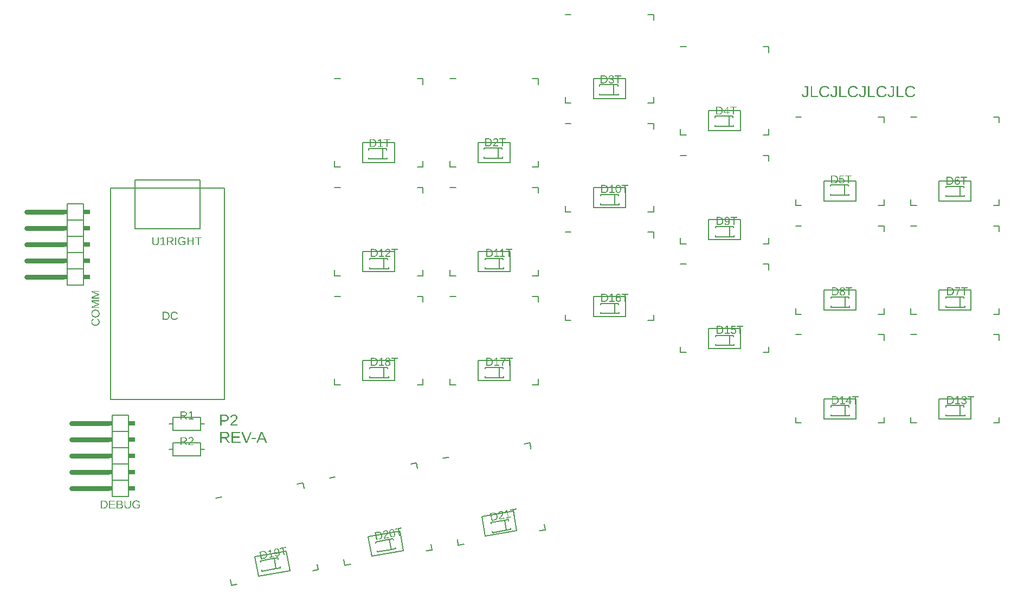
<source format=gbr>
G04 EAGLE Gerber RS-274X export*
G75*
%MOMM*%
%FSLAX34Y34*%
%LPD*%
%INSilkscreen Top*%
%IPPOS*%
%AMOC8*
5,1,8,0,0,1.08239X$1,22.5*%
G01*
G04 Define Apertures*
%ADD10C,0.152400*%
%ADD11C,0.762000*%
%ADD12R,0.508000X0.762000*%
%ADD13R,1.016000X0.762000*%
%ADD14C,0.127000*%
G36*
X336235Y109755D02*
X335593Y109772D01*
X334973Y109823D01*
X334375Y109907D01*
X333799Y110026D01*
X333244Y110179D01*
X332712Y110365D01*
X332202Y110586D01*
X331715Y110840D01*
X331252Y111126D01*
X330817Y111441D01*
X330411Y111786D01*
X330034Y112159D01*
X329685Y112562D01*
X329364Y112993D01*
X329071Y113454D01*
X328807Y113944D01*
X328573Y114460D01*
X328370Y115000D01*
X328198Y115562D01*
X328057Y116148D01*
X327948Y116757D01*
X327870Y117389D01*
X327823Y118044D01*
X327807Y118723D01*
X327816Y119232D01*
X327842Y119728D01*
X327886Y120210D01*
X327947Y120678D01*
X328025Y121132D01*
X328121Y121571D01*
X328234Y121997D01*
X328365Y122409D01*
X328514Y122807D01*
X328679Y123191D01*
X328862Y123561D01*
X329063Y123917D01*
X329281Y124258D01*
X329517Y124586D01*
X329770Y124900D01*
X330040Y125200D01*
X330326Y125484D01*
X330625Y125749D01*
X330938Y125996D01*
X331264Y126225D01*
X331603Y126436D01*
X331956Y126628D01*
X332322Y126802D01*
X332702Y126958D01*
X333095Y127095D01*
X333502Y127214D01*
X333922Y127315D01*
X334355Y127397D01*
X334802Y127461D01*
X335262Y127507D01*
X335736Y127534D01*
X336223Y127543D01*
X336899Y127526D01*
X337546Y127476D01*
X338166Y127392D01*
X338756Y127273D01*
X339319Y127122D01*
X339853Y126936D01*
X340359Y126717D01*
X340836Y126464D01*
X341284Y126178D01*
X341701Y125859D01*
X342087Y125507D01*
X342443Y125123D01*
X342768Y124707D01*
X343062Y124258D01*
X343326Y123776D01*
X343559Y123262D01*
X341339Y122526D01*
X341177Y122892D01*
X340993Y123236D01*
X340785Y123557D01*
X340555Y123857D01*
X340302Y124134D01*
X340027Y124389D01*
X339728Y124622D01*
X339407Y124832D01*
X339066Y125019D01*
X338710Y125181D01*
X338338Y125318D01*
X337951Y125430D01*
X337549Y125517D01*
X337130Y125580D01*
X336697Y125617D01*
X336248Y125630D01*
X335894Y125622D01*
X335550Y125601D01*
X335216Y125565D01*
X334892Y125514D01*
X334578Y125449D01*
X334274Y125370D01*
X333980Y125276D01*
X333696Y125168D01*
X333422Y125045D01*
X333158Y124908D01*
X332903Y124757D01*
X332659Y124591D01*
X332425Y124411D01*
X332201Y124216D01*
X331986Y124007D01*
X331782Y123783D01*
X331408Y123300D01*
X331240Y123043D01*
X331084Y122775D01*
X330941Y122496D01*
X330810Y122206D01*
X330692Y121906D01*
X330586Y121595D01*
X330492Y121273D01*
X330411Y120941D01*
X330343Y120598D01*
X330287Y120244D01*
X330243Y119880D01*
X330212Y119505D01*
X330193Y119119D01*
X330187Y118723D01*
X330194Y118330D01*
X330213Y117948D01*
X330246Y117575D01*
X330291Y117212D01*
X330349Y116858D01*
X330421Y116515D01*
X330505Y116181D01*
X330603Y115856D01*
X330713Y115542D01*
X330836Y115237D01*
X330973Y114942D01*
X331122Y114657D01*
X331285Y114381D01*
X331460Y114115D01*
X331849Y113613D01*
X332062Y113379D01*
X332283Y113160D01*
X332514Y112956D01*
X332754Y112768D01*
X333003Y112594D01*
X333261Y112435D01*
X333528Y112292D01*
X333805Y112164D01*
X334090Y112051D01*
X334385Y111952D01*
X334689Y111869D01*
X335002Y111801D01*
X335324Y111749D01*
X335656Y111711D01*
X335996Y111688D01*
X336346Y111681D01*
X336793Y111695D01*
X337225Y111737D01*
X337644Y111807D01*
X338049Y111905D01*
X338439Y112032D01*
X338816Y112186D01*
X339178Y112369D01*
X339526Y112579D01*
X339860Y112818D01*
X340180Y113085D01*
X340486Y113380D01*
X340778Y113703D01*
X341056Y114054D01*
X341320Y114433D01*
X341569Y114840D01*
X341805Y115275D01*
X343719Y114318D01*
X343438Y113777D01*
X343131Y113269D01*
X342797Y112794D01*
X342435Y112352D01*
X342047Y111944D01*
X341631Y111570D01*
X341189Y111228D01*
X340719Y110920D01*
X340227Y110647D01*
X339714Y110410D01*
X339183Y110210D01*
X338632Y110046D01*
X338062Y109919D01*
X337472Y109828D01*
X336864Y109773D01*
X336235Y109755D01*
G37*
G36*
X380892Y109755D02*
X380249Y109772D01*
X379629Y109823D01*
X379031Y109907D01*
X378455Y110026D01*
X377901Y110179D01*
X377369Y110365D01*
X376859Y110586D01*
X376371Y110840D01*
X375908Y111126D01*
X375474Y111441D01*
X375068Y111786D01*
X374690Y112159D01*
X374341Y112562D01*
X374020Y112993D01*
X373727Y113454D01*
X373463Y113944D01*
X373229Y114460D01*
X373026Y115000D01*
X372854Y115562D01*
X372713Y116148D01*
X372604Y116757D01*
X372526Y117389D01*
X372479Y118044D01*
X372463Y118723D01*
X372472Y119232D01*
X372498Y119728D01*
X372542Y120210D01*
X372603Y120678D01*
X372681Y121132D01*
X372777Y121571D01*
X372891Y121997D01*
X373022Y122409D01*
X373170Y122807D01*
X373336Y123191D01*
X373519Y123561D01*
X373719Y123917D01*
X373937Y124258D01*
X374173Y124586D01*
X374426Y124900D01*
X374696Y125200D01*
X374982Y125484D01*
X375281Y125749D01*
X375594Y125996D01*
X375920Y126225D01*
X376259Y126436D01*
X376612Y126628D01*
X376979Y126802D01*
X377358Y126958D01*
X377751Y127095D01*
X378158Y127214D01*
X378578Y127315D01*
X379011Y127397D01*
X379458Y127461D01*
X379919Y127507D01*
X380392Y127534D01*
X380879Y127543D01*
X381555Y127526D01*
X382203Y127476D01*
X382822Y127392D01*
X383413Y127273D01*
X383975Y127122D01*
X384509Y126936D01*
X385015Y126717D01*
X385492Y126464D01*
X385940Y126178D01*
X386357Y125859D01*
X386743Y125507D01*
X387099Y125123D01*
X387424Y124707D01*
X387719Y124258D01*
X387982Y123776D01*
X388216Y123262D01*
X385995Y122526D01*
X385833Y122892D01*
X385649Y123236D01*
X385442Y123557D01*
X385211Y123857D01*
X384958Y124134D01*
X384683Y124389D01*
X384384Y124622D01*
X384063Y124832D01*
X383722Y125019D01*
X383366Y125181D01*
X382995Y125318D01*
X382608Y125430D01*
X382205Y125517D01*
X381787Y125580D01*
X381353Y125617D01*
X380904Y125630D01*
X380550Y125622D01*
X380206Y125601D01*
X379872Y125565D01*
X379548Y125514D01*
X379234Y125449D01*
X378930Y125370D01*
X378636Y125276D01*
X378352Y125168D01*
X378078Y125045D01*
X377814Y124908D01*
X377560Y124757D01*
X377315Y124591D01*
X377081Y124411D01*
X376857Y124216D01*
X376643Y124007D01*
X376438Y123783D01*
X376064Y123300D01*
X375896Y123043D01*
X375740Y122775D01*
X375597Y122496D01*
X375466Y122206D01*
X375348Y121906D01*
X375242Y121595D01*
X375149Y121273D01*
X375068Y120941D01*
X374999Y120598D01*
X374943Y120244D01*
X374899Y119880D01*
X374868Y119505D01*
X374850Y119119D01*
X374843Y118723D01*
X374850Y118330D01*
X374869Y117948D01*
X374902Y117575D01*
X374947Y117212D01*
X375006Y116858D01*
X375077Y116515D01*
X375162Y116181D01*
X375259Y115856D01*
X375369Y115542D01*
X375493Y115237D01*
X375629Y114942D01*
X375778Y114657D01*
X375941Y114381D01*
X376116Y114115D01*
X376506Y113613D01*
X376718Y113379D01*
X376940Y113160D01*
X377170Y112956D01*
X377410Y112768D01*
X377659Y112594D01*
X377917Y112435D01*
X378184Y112292D01*
X378461Y112164D01*
X378747Y112051D01*
X379041Y111952D01*
X379345Y111869D01*
X379658Y111801D01*
X379980Y111749D01*
X380312Y111711D01*
X380652Y111688D01*
X381002Y111681D01*
X381449Y111695D01*
X381882Y111737D01*
X382300Y111807D01*
X382705Y111905D01*
X383095Y112032D01*
X383472Y112186D01*
X383834Y112369D01*
X384182Y112579D01*
X384517Y112818D01*
X384837Y113085D01*
X385143Y113380D01*
X385435Y113703D01*
X385712Y114054D01*
X385976Y114433D01*
X386226Y114840D01*
X386461Y115275D01*
X388375Y114318D01*
X388095Y113777D01*
X387787Y113269D01*
X387453Y112794D01*
X387092Y112352D01*
X386703Y111944D01*
X386288Y111570D01*
X385845Y111228D01*
X385376Y110920D01*
X384883Y110647D01*
X384371Y110410D01*
X383839Y110210D01*
X383288Y110046D01*
X382718Y109919D01*
X382129Y109828D01*
X381520Y109773D01*
X380892Y109755D01*
G37*
G36*
X425579Y109755D02*
X424937Y109772D01*
X424317Y109823D01*
X423718Y109907D01*
X423142Y110026D01*
X422588Y110179D01*
X422056Y110365D01*
X421546Y110586D01*
X421058Y110840D01*
X420596Y111126D01*
X420161Y111441D01*
X419755Y111786D01*
X419378Y112159D01*
X419028Y112562D01*
X418707Y112993D01*
X418415Y113454D01*
X418151Y113944D01*
X417916Y114460D01*
X417713Y115000D01*
X417541Y115562D01*
X417401Y116148D01*
X417291Y116757D01*
X417213Y117389D01*
X417167Y118044D01*
X417151Y118723D01*
X417160Y119232D01*
X417186Y119728D01*
X417229Y120210D01*
X417290Y120678D01*
X417369Y121132D01*
X417465Y121571D01*
X417578Y121997D01*
X417709Y122409D01*
X417857Y122807D01*
X418023Y123191D01*
X418206Y123561D01*
X418407Y123917D01*
X418625Y124258D01*
X418860Y124586D01*
X419113Y124900D01*
X419384Y125200D01*
X419669Y125484D01*
X419969Y125749D01*
X420281Y125996D01*
X420607Y126225D01*
X420947Y126436D01*
X421300Y126628D01*
X421666Y126802D01*
X422046Y126958D01*
X422439Y127095D01*
X422846Y127214D01*
X423266Y127315D01*
X423699Y127397D01*
X424146Y127461D01*
X424606Y127507D01*
X425080Y127534D01*
X425567Y127543D01*
X426243Y127526D01*
X426890Y127476D01*
X427509Y127392D01*
X428100Y127273D01*
X428663Y127122D01*
X429197Y126936D01*
X429702Y126717D01*
X430180Y126464D01*
X430627Y126178D01*
X431044Y125859D01*
X431431Y125507D01*
X431787Y125123D01*
X432112Y124707D01*
X432406Y124258D01*
X432670Y123776D01*
X432903Y123262D01*
X430683Y122526D01*
X430521Y122892D01*
X430336Y123236D01*
X430129Y123557D01*
X429899Y123857D01*
X429646Y124134D01*
X429370Y124389D01*
X429072Y124622D01*
X428750Y124832D01*
X428410Y125019D01*
X428054Y125181D01*
X427682Y125318D01*
X427295Y125430D01*
X426892Y125517D01*
X426474Y125580D01*
X426041Y125617D01*
X425591Y125630D01*
X425237Y125622D01*
X424894Y125601D01*
X424560Y125565D01*
X424236Y125514D01*
X423922Y125449D01*
X423618Y125370D01*
X423324Y125276D01*
X423040Y125168D01*
X422765Y125045D01*
X422501Y124908D01*
X422247Y124757D01*
X422003Y124591D01*
X421769Y124411D01*
X421544Y124216D01*
X421330Y124007D01*
X421126Y123783D01*
X420752Y123300D01*
X420584Y123043D01*
X420428Y122775D01*
X420285Y122496D01*
X420154Y122206D01*
X420036Y121906D01*
X419930Y121595D01*
X419836Y121273D01*
X419755Y120941D01*
X419687Y120598D01*
X419631Y120244D01*
X419587Y119880D01*
X419556Y119505D01*
X419537Y119119D01*
X419531Y118723D01*
X419537Y118330D01*
X419557Y117948D01*
X419589Y117575D01*
X419635Y117212D01*
X419693Y116858D01*
X419765Y116515D01*
X419849Y116181D01*
X419946Y115856D01*
X420057Y115542D01*
X420180Y115237D01*
X420317Y114942D01*
X420466Y114657D01*
X420628Y114381D01*
X420804Y114115D01*
X421193Y113613D01*
X421406Y113379D01*
X421627Y113160D01*
X421858Y112956D01*
X422098Y112768D01*
X422347Y112594D01*
X422605Y112435D01*
X422872Y112292D01*
X423148Y112164D01*
X423434Y112051D01*
X423729Y111952D01*
X424033Y111869D01*
X424346Y111801D01*
X424668Y111749D01*
X424999Y111711D01*
X425340Y111688D01*
X425689Y111681D01*
X426136Y111695D01*
X426569Y111737D01*
X426988Y111807D01*
X427392Y111905D01*
X427783Y112032D01*
X428159Y112186D01*
X428522Y112369D01*
X428870Y112579D01*
X429204Y112818D01*
X429524Y113085D01*
X429830Y113380D01*
X430122Y113703D01*
X430400Y114054D01*
X430664Y114433D01*
X430913Y114840D01*
X431149Y115275D01*
X433063Y114318D01*
X432782Y113777D01*
X432475Y113269D01*
X432140Y112794D01*
X431779Y112352D01*
X431391Y111944D01*
X430975Y111570D01*
X430533Y111228D01*
X430063Y110920D01*
X429570Y110647D01*
X429058Y110410D01*
X428527Y110210D01*
X427976Y110046D01*
X427406Y109919D01*
X426816Y109828D01*
X426207Y109773D01*
X425579Y109755D01*
G37*
G36*
X470267Y109755D02*
X469624Y109772D01*
X469004Y109823D01*
X468406Y109907D01*
X467830Y110026D01*
X467276Y110179D01*
X466744Y110365D01*
X466234Y110586D01*
X465746Y110840D01*
X465283Y111126D01*
X464849Y111441D01*
X464443Y111786D01*
X464065Y112159D01*
X463716Y112562D01*
X463395Y112993D01*
X463102Y113454D01*
X462838Y113944D01*
X462604Y114460D01*
X462401Y115000D01*
X462229Y115562D01*
X462088Y116148D01*
X461979Y116757D01*
X461901Y117389D01*
X461854Y118044D01*
X461838Y118723D01*
X461847Y119232D01*
X461873Y119728D01*
X461917Y120210D01*
X461978Y120678D01*
X462056Y121132D01*
X462152Y121571D01*
X462266Y121997D01*
X462397Y122409D01*
X462545Y122807D01*
X462711Y123191D01*
X462894Y123561D01*
X463094Y123917D01*
X463312Y124258D01*
X463548Y124586D01*
X463801Y124900D01*
X464071Y125200D01*
X464357Y125484D01*
X464656Y125749D01*
X464969Y125996D01*
X465295Y126225D01*
X465634Y126436D01*
X465987Y126628D01*
X466354Y126802D01*
X466733Y126958D01*
X467126Y127095D01*
X467533Y127214D01*
X467953Y127315D01*
X468386Y127397D01*
X468833Y127461D01*
X469294Y127507D01*
X469767Y127534D01*
X470254Y127543D01*
X470930Y127526D01*
X471578Y127476D01*
X472197Y127392D01*
X472788Y127273D01*
X473350Y127122D01*
X473884Y126936D01*
X474390Y126717D01*
X474867Y126464D01*
X475315Y126178D01*
X475732Y125859D01*
X476118Y125507D01*
X476474Y125123D01*
X476799Y124707D01*
X477094Y124258D01*
X477357Y123776D01*
X477591Y123262D01*
X475370Y122526D01*
X475208Y122892D01*
X475024Y123236D01*
X474817Y123557D01*
X474586Y123857D01*
X474333Y124134D01*
X474058Y124389D01*
X473759Y124622D01*
X473438Y124832D01*
X473097Y125019D01*
X472741Y125181D01*
X472370Y125318D01*
X471983Y125430D01*
X471580Y125517D01*
X471162Y125580D01*
X470728Y125617D01*
X470279Y125630D01*
X469925Y125622D01*
X469581Y125601D01*
X469247Y125565D01*
X468923Y125514D01*
X468609Y125449D01*
X468305Y125370D01*
X468011Y125276D01*
X467727Y125168D01*
X467453Y125045D01*
X467189Y124908D01*
X466935Y124757D01*
X466690Y124591D01*
X466456Y124411D01*
X466232Y124216D01*
X466018Y124007D01*
X465813Y123783D01*
X465439Y123300D01*
X465271Y123043D01*
X465115Y122775D01*
X464972Y122496D01*
X464841Y122206D01*
X464723Y121906D01*
X464617Y121595D01*
X464524Y121273D01*
X464443Y120941D01*
X464374Y120598D01*
X464318Y120244D01*
X464274Y119880D01*
X464243Y119505D01*
X464225Y119119D01*
X464218Y118723D01*
X464225Y118330D01*
X464244Y117948D01*
X464277Y117575D01*
X464322Y117212D01*
X464381Y116858D01*
X464452Y116515D01*
X464537Y116181D01*
X464634Y115856D01*
X464744Y115542D01*
X464868Y115237D01*
X465004Y114942D01*
X465153Y114657D01*
X465316Y114381D01*
X465491Y114115D01*
X465881Y113613D01*
X466093Y113379D01*
X466315Y113160D01*
X466545Y112956D01*
X466785Y112768D01*
X467034Y112594D01*
X467292Y112435D01*
X467559Y112292D01*
X467836Y112164D01*
X468122Y112051D01*
X468416Y111952D01*
X468720Y111869D01*
X469033Y111801D01*
X469355Y111749D01*
X469687Y111711D01*
X470027Y111688D01*
X470377Y111681D01*
X470824Y111695D01*
X471257Y111737D01*
X471675Y111807D01*
X472080Y111905D01*
X472470Y112032D01*
X472847Y112186D01*
X473209Y112369D01*
X473557Y112579D01*
X473892Y112818D01*
X474212Y113085D01*
X474518Y113380D01*
X474810Y113703D01*
X475087Y114054D01*
X475351Y114433D01*
X475601Y114840D01*
X475836Y115275D01*
X477750Y114318D01*
X477470Y113777D01*
X477162Y113269D01*
X476828Y112794D01*
X476467Y112352D01*
X476078Y111944D01*
X475663Y111570D01*
X475220Y111228D01*
X474751Y110920D01*
X474258Y110647D01*
X473746Y110410D01*
X473214Y110210D01*
X472663Y110046D01*
X472093Y109919D01*
X471504Y109828D01*
X470895Y109773D01*
X470267Y109755D01*
G37*
G36*
X305607Y109755D02*
X305071Y109772D01*
X304564Y109826D01*
X304085Y109914D01*
X303634Y110038D01*
X303210Y110198D01*
X302815Y110393D01*
X302447Y110623D01*
X302107Y110889D01*
X301795Y111191D01*
X301511Y111528D01*
X301255Y111900D01*
X301027Y112308D01*
X300826Y112751D01*
X300654Y113230D01*
X300509Y113744D01*
X300393Y114294D01*
X302687Y114674D01*
X302751Y114328D01*
X302832Y114002D01*
X302930Y113695D01*
X303046Y113407D01*
X303178Y113140D01*
X303328Y112891D01*
X303496Y112663D01*
X303680Y112454D01*
X303880Y112267D01*
X304091Y112105D01*
X304315Y111968D01*
X304551Y111856D01*
X304800Y111768D01*
X305061Y111706D01*
X305334Y111669D01*
X305619Y111656D01*
X305929Y111670D01*
X306223Y111711D01*
X306500Y111780D01*
X306760Y111875D01*
X307003Y111999D01*
X307229Y112150D01*
X307438Y112328D01*
X307631Y112533D01*
X307803Y112765D01*
X307953Y113023D01*
X308079Y113306D01*
X308183Y113614D01*
X308263Y113948D01*
X308321Y114308D01*
X308355Y114693D01*
X308367Y115104D01*
X308367Y125372D01*
X305042Y125372D01*
X305042Y127286D01*
X310698Y127286D01*
X310698Y115153D01*
X310676Y114541D01*
X310613Y113962D01*
X310506Y113417D01*
X310357Y112906D01*
X310166Y112428D01*
X309932Y111984D01*
X309655Y111573D01*
X309336Y111196D01*
X308980Y110858D01*
X308592Y110565D01*
X308173Y110318D01*
X307723Y110115D01*
X307241Y109957D01*
X306728Y109845D01*
X306183Y109777D01*
X305607Y109755D01*
G37*
G36*
X350263Y109755D02*
X349728Y109772D01*
X349221Y109826D01*
X348741Y109914D01*
X348290Y110038D01*
X347866Y110198D01*
X347471Y110393D01*
X347103Y110623D01*
X346763Y110889D01*
X346451Y111191D01*
X346167Y111528D01*
X345911Y111900D01*
X345683Y112308D01*
X345483Y112751D01*
X345310Y113230D01*
X345166Y113744D01*
X345049Y114294D01*
X347343Y114674D01*
X347407Y114328D01*
X347488Y114002D01*
X347586Y113695D01*
X347702Y113407D01*
X347835Y113140D01*
X347985Y112891D01*
X348152Y112663D01*
X348337Y112454D01*
X348536Y112267D01*
X348748Y112105D01*
X348972Y111968D01*
X349208Y111856D01*
X349456Y111768D01*
X349717Y111706D01*
X349990Y111669D01*
X350275Y111656D01*
X350586Y111670D01*
X350879Y111711D01*
X351156Y111780D01*
X351416Y111875D01*
X351659Y111999D01*
X351885Y112150D01*
X352095Y112328D01*
X352287Y112533D01*
X352460Y112765D01*
X352609Y113023D01*
X352736Y113306D01*
X352839Y113614D01*
X352920Y113948D01*
X352977Y114308D01*
X353012Y114693D01*
X353023Y115104D01*
X353023Y125372D01*
X349698Y125372D01*
X349698Y127286D01*
X355354Y127286D01*
X355354Y115153D01*
X355333Y114541D01*
X355269Y113962D01*
X355163Y113417D01*
X355014Y112906D01*
X354822Y112428D01*
X354588Y111984D01*
X354311Y111573D01*
X353992Y111196D01*
X353636Y110858D01*
X353248Y110565D01*
X352829Y110318D01*
X352379Y110115D01*
X351897Y109957D01*
X351384Y109845D01*
X350839Y109777D01*
X350263Y109755D01*
G37*
G36*
X394950Y109755D02*
X394415Y109772D01*
X393908Y109826D01*
X393429Y109914D01*
X392977Y110038D01*
X392554Y110198D01*
X392158Y110393D01*
X391791Y110623D01*
X391451Y110889D01*
X391139Y111191D01*
X390855Y111528D01*
X390599Y111900D01*
X390370Y112308D01*
X390170Y112751D01*
X389998Y113230D01*
X389853Y113744D01*
X389736Y114294D01*
X392030Y114674D01*
X392094Y114328D01*
X392175Y114002D01*
X392274Y113695D01*
X392389Y113407D01*
X392522Y113140D01*
X392672Y112891D01*
X392840Y112663D01*
X393024Y112454D01*
X393224Y112267D01*
X393435Y112105D01*
X393659Y111968D01*
X393895Y111856D01*
X394144Y111768D01*
X394404Y111706D01*
X394677Y111669D01*
X394963Y111656D01*
X395273Y111670D01*
X395567Y111711D01*
X395844Y111780D01*
X396103Y111875D01*
X396347Y111999D01*
X396573Y112150D01*
X396782Y112328D01*
X396974Y112533D01*
X397147Y112765D01*
X397297Y113023D01*
X397423Y113306D01*
X397527Y113614D01*
X397607Y113948D01*
X397665Y114308D01*
X397699Y114693D01*
X397711Y115104D01*
X397711Y125372D01*
X394386Y125372D01*
X394386Y127286D01*
X400042Y127286D01*
X400042Y115153D01*
X400020Y114541D01*
X399956Y113962D01*
X399850Y113417D01*
X399701Y112906D01*
X399510Y112428D01*
X399276Y111984D01*
X398999Y111573D01*
X398680Y111196D01*
X398324Y110858D01*
X397936Y110565D01*
X397517Y110318D01*
X397066Y110115D01*
X396585Y109957D01*
X396071Y109845D01*
X395526Y109777D01*
X394950Y109755D01*
G37*
G36*
X439638Y109755D02*
X439103Y109772D01*
X438596Y109826D01*
X438116Y109914D01*
X437665Y110038D01*
X437241Y110198D01*
X436846Y110393D01*
X436478Y110623D01*
X436138Y110889D01*
X435826Y111191D01*
X435542Y111528D01*
X435286Y111900D01*
X435058Y112308D01*
X434858Y112751D01*
X434685Y113230D01*
X434541Y113744D01*
X434424Y114294D01*
X436718Y114674D01*
X436782Y114328D01*
X436863Y114002D01*
X436961Y113695D01*
X437077Y113407D01*
X437210Y113140D01*
X437360Y112891D01*
X437527Y112663D01*
X437712Y112454D01*
X437911Y112267D01*
X438123Y112105D01*
X438347Y111968D01*
X438583Y111856D01*
X438831Y111768D01*
X439092Y111706D01*
X439365Y111669D01*
X439650Y111656D01*
X439961Y111670D01*
X440254Y111711D01*
X440531Y111780D01*
X440791Y111875D01*
X441034Y111999D01*
X441260Y112150D01*
X441470Y112328D01*
X441662Y112533D01*
X441835Y112765D01*
X441984Y113023D01*
X442111Y113306D01*
X442214Y113614D01*
X442295Y113948D01*
X442352Y114308D01*
X442387Y114693D01*
X442398Y115104D01*
X442398Y125372D01*
X439073Y125372D01*
X439073Y127286D01*
X444729Y127286D01*
X444729Y115153D01*
X444708Y114541D01*
X444644Y113962D01*
X444538Y113417D01*
X444389Y112906D01*
X444197Y112428D01*
X443963Y111984D01*
X443686Y111573D01*
X443367Y111196D01*
X443011Y110858D01*
X442623Y110565D01*
X442204Y110318D01*
X441754Y110115D01*
X441272Y109957D01*
X440759Y109845D01*
X440214Y109777D01*
X439638Y109755D01*
G37*
G36*
X325702Y110000D02*
X314624Y110000D01*
X314624Y127286D01*
X316967Y127286D01*
X316967Y111914D01*
X325702Y111914D01*
X325702Y110000D01*
G37*
G36*
X370358Y110000D02*
X359280Y110000D01*
X359280Y127286D01*
X361623Y127286D01*
X361623Y111914D01*
X370358Y111914D01*
X370358Y110000D01*
G37*
G36*
X415045Y110000D02*
X403967Y110000D01*
X403967Y127286D01*
X406310Y127286D01*
X406310Y111914D01*
X415045Y111914D01*
X415045Y110000D01*
G37*
G36*
X459733Y110000D02*
X448655Y110000D01*
X448655Y127286D01*
X450998Y127286D01*
X450998Y111914D01*
X459733Y111914D01*
X459733Y110000D01*
G37*
G36*
X-605596Y-430000D02*
X-607939Y-430000D01*
X-607939Y-412714D01*
X-599805Y-412714D01*
X-599096Y-412735D01*
X-598429Y-412796D01*
X-597803Y-412898D01*
X-597218Y-413041D01*
X-596675Y-413225D01*
X-596174Y-413449D01*
X-595715Y-413715D01*
X-595297Y-414021D01*
X-594924Y-414364D01*
X-594602Y-414738D01*
X-594329Y-415145D01*
X-594105Y-415584D01*
X-593931Y-416054D01*
X-593807Y-416557D01*
X-593764Y-416820D01*
X-593733Y-417092D01*
X-593714Y-417371D01*
X-593708Y-417658D01*
X-593726Y-418130D01*
X-593778Y-418583D01*
X-593866Y-419017D01*
X-593989Y-419431D01*
X-594147Y-419826D01*
X-594339Y-420202D01*
X-594567Y-420559D01*
X-594831Y-420897D01*
X-595125Y-421210D01*
X-595445Y-421493D01*
X-595792Y-421745D01*
X-595948Y-421838D01*
X-596166Y-421968D01*
X-596567Y-422159D01*
X-596994Y-422321D01*
X-597448Y-422452D01*
X-597928Y-422553D01*
X-595839Y-425723D01*
X-593021Y-430000D01*
X-595720Y-430000D01*
X-600210Y-422823D01*
X-605596Y-422823D01*
X-605596Y-430000D01*
G37*
%LPC*%
G36*
X-599940Y-420971D02*
X-599490Y-420957D01*
X-599067Y-420917D01*
X-598669Y-420849D01*
X-598298Y-420755D01*
X-597953Y-420633D01*
X-597634Y-420484D01*
X-597342Y-420309D01*
X-597076Y-420106D01*
X-596838Y-419879D01*
X-596633Y-419630D01*
X-596459Y-419360D01*
X-596317Y-419068D01*
X-596206Y-418754D01*
X-596127Y-418419D01*
X-596079Y-418062D01*
X-596064Y-417683D01*
X-596080Y-417317D01*
X-596128Y-416973D01*
X-596208Y-416652D01*
X-596320Y-416353D01*
X-596464Y-416077D01*
X-596640Y-415823D01*
X-596848Y-415592D01*
X-597088Y-415383D01*
X-597358Y-415197D01*
X-597656Y-415036D01*
X-597983Y-414900D01*
X-598338Y-414789D01*
X-598721Y-414703D01*
X-599132Y-414641D01*
X-599571Y-414604D01*
X-600038Y-414591D01*
X-605596Y-414591D01*
X-605596Y-420971D01*
X-599940Y-420971D01*
G37*
%LPD*%
G36*
X-605596Y-403330D02*
X-607939Y-403330D01*
X-607939Y-386044D01*
X-600664Y-386044D01*
X-599958Y-386066D01*
X-599292Y-386129D01*
X-598668Y-386236D01*
X-598085Y-386385D01*
X-597542Y-386576D01*
X-597041Y-386810D01*
X-596581Y-387087D01*
X-596162Y-387406D01*
X-595788Y-387764D01*
X-595464Y-388157D01*
X-595190Y-388584D01*
X-594966Y-389047D01*
X-594791Y-389544D01*
X-594723Y-389806D01*
X-594666Y-390077D01*
X-594623Y-390356D01*
X-594592Y-390644D01*
X-594573Y-390941D01*
X-594567Y-391246D01*
X-594573Y-391549D01*
X-594592Y-391844D01*
X-594623Y-392131D01*
X-594667Y-392410D01*
X-594792Y-392945D01*
X-594967Y-393448D01*
X-595192Y-393920D01*
X-595467Y-394361D01*
X-595793Y-394770D01*
X-596168Y-395147D01*
X-596586Y-395487D01*
X-597040Y-395781D01*
X-597530Y-396029D01*
X-598056Y-396233D01*
X-598617Y-396391D01*
X-599214Y-396504D01*
X-599848Y-396572D01*
X-600517Y-396595D01*
X-605596Y-396595D01*
X-605596Y-403330D01*
G37*
%LPC*%
G36*
X-600848Y-394742D02*
X-600373Y-394729D01*
X-599928Y-394688D01*
X-599514Y-394620D01*
X-599131Y-394525D01*
X-598778Y-394403D01*
X-598456Y-394254D01*
X-598164Y-394078D01*
X-597904Y-393874D01*
X-597674Y-393644D01*
X-597474Y-393386D01*
X-597306Y-393101D01*
X-597168Y-392789D01*
X-597060Y-392450D01*
X-596984Y-392084D01*
X-596938Y-391691D01*
X-596922Y-391271D01*
X-596938Y-390865D01*
X-596985Y-390486D01*
X-597064Y-390132D01*
X-597174Y-389805D01*
X-597315Y-389504D01*
X-597488Y-389230D01*
X-597692Y-388981D01*
X-597928Y-388759D01*
X-598195Y-388562D01*
X-598494Y-388392D01*
X-598824Y-388248D01*
X-599186Y-388131D01*
X-599579Y-388039D01*
X-600003Y-387974D01*
X-600459Y-387934D01*
X-600946Y-387921D01*
X-605596Y-387921D01*
X-605596Y-394742D01*
X-600848Y-394742D01*
G37*
%LPD*%
G36*
X-548897Y-430000D02*
X-551326Y-430000D01*
X-544272Y-412714D01*
X-541610Y-412714D01*
X-534666Y-430000D01*
X-537058Y-430000D01*
X-539033Y-424946D01*
X-546909Y-424946D01*
X-548897Y-430000D01*
G37*
%LPC*%
G36*
X-539733Y-423118D02*
X-541953Y-417413D01*
X-542297Y-416511D01*
X-542640Y-415499D01*
X-542971Y-414481D01*
X-543082Y-414824D01*
X-543462Y-415987D01*
X-543990Y-417438D01*
X-546198Y-423118D01*
X-539733Y-423118D01*
G37*
%LPD*%
G36*
X-576196Y-430000D02*
X-589814Y-430000D01*
X-589814Y-412714D01*
X-576699Y-412714D01*
X-576699Y-414628D01*
X-587471Y-414628D01*
X-587471Y-420173D01*
X-577436Y-420173D01*
X-577436Y-422063D01*
X-587471Y-422063D01*
X-587471Y-428086D01*
X-576196Y-428086D01*
X-576196Y-430000D01*
G37*
G36*
X-565531Y-430000D02*
X-567960Y-430000D01*
X-575015Y-412714D01*
X-572549Y-412714D01*
X-567764Y-424884D01*
X-566734Y-427939D01*
X-565703Y-424884D01*
X-560943Y-412714D01*
X-558477Y-412714D01*
X-565531Y-430000D01*
G37*
G36*
X-580540Y-403330D02*
X-591986Y-403330D01*
X-591986Y-401772D01*
X-591656Y-401075D01*
X-591292Y-400421D01*
X-590893Y-399809D01*
X-590459Y-399239D01*
X-590002Y-398703D01*
X-589534Y-398193D01*
X-589055Y-397709D01*
X-588564Y-397251D01*
X-587575Y-396394D01*
X-586595Y-395601D01*
X-585667Y-394841D01*
X-584834Y-394080D01*
X-584460Y-393695D01*
X-584124Y-393301D01*
X-583825Y-392898D01*
X-583564Y-392485D01*
X-583451Y-392273D01*
X-583352Y-392054D01*
X-583269Y-391828D01*
X-583201Y-391596D01*
X-583148Y-391356D01*
X-583110Y-391110D01*
X-583087Y-390856D01*
X-583080Y-390596D01*
X-583093Y-390250D01*
X-583132Y-389924D01*
X-583197Y-389618D01*
X-583288Y-389332D01*
X-583406Y-389066D01*
X-583549Y-388820D01*
X-583719Y-388594D01*
X-583914Y-388388D01*
X-584133Y-388204D01*
X-584372Y-388044D01*
X-584631Y-387909D01*
X-584911Y-387799D01*
X-585211Y-387713D01*
X-585531Y-387651D01*
X-585872Y-387615D01*
X-586233Y-387602D01*
X-586578Y-387614D01*
X-586907Y-387650D01*
X-587221Y-387710D01*
X-587519Y-387794D01*
X-587802Y-387902D01*
X-588069Y-388034D01*
X-588321Y-388189D01*
X-588557Y-388369D01*
X-588774Y-388570D01*
X-588967Y-388791D01*
X-589137Y-389031D01*
X-589283Y-389291D01*
X-589405Y-389570D01*
X-589504Y-389868D01*
X-589579Y-390185D01*
X-589631Y-390522D01*
X-591888Y-390314D01*
X-591807Y-389809D01*
X-591686Y-389330D01*
X-591526Y-388878D01*
X-591325Y-388452D01*
X-591086Y-388053D01*
X-590806Y-387680D01*
X-590487Y-387333D01*
X-590128Y-387014D01*
X-589736Y-386726D01*
X-589316Y-386477D01*
X-588870Y-386266D01*
X-588396Y-386093D01*
X-587896Y-385959D01*
X-587369Y-385863D01*
X-586814Y-385806D01*
X-586233Y-385787D01*
X-585598Y-385806D01*
X-585002Y-385864D01*
X-584443Y-385960D01*
X-583922Y-386095D01*
X-583438Y-386268D01*
X-582993Y-386480D01*
X-582585Y-386731D01*
X-582215Y-387020D01*
X-581886Y-387344D01*
X-581600Y-387701D01*
X-581359Y-388090D01*
X-581161Y-388512D01*
X-581008Y-388966D01*
X-580898Y-389452D01*
X-580832Y-389971D01*
X-580810Y-390522D01*
X-580817Y-390773D01*
X-580839Y-391024D01*
X-580875Y-391275D01*
X-580925Y-391525D01*
X-581069Y-392024D01*
X-581270Y-392522D01*
X-581528Y-393019D01*
X-581842Y-393516D01*
X-582212Y-394012D01*
X-582638Y-394509D01*
X-583196Y-395074D01*
X-583960Y-395776D01*
X-584932Y-396614D01*
X-586110Y-397589D01*
X-586779Y-398151D01*
X-587377Y-398685D01*
X-587902Y-399191D01*
X-588355Y-399668D01*
X-588743Y-400127D01*
X-589073Y-400577D01*
X-589344Y-401019D01*
X-589557Y-401453D01*
X-580540Y-401453D01*
X-580540Y-403330D01*
G37*
G36*
X-552500Y-424308D02*
X-558634Y-424308D01*
X-558634Y-422345D01*
X-552500Y-422345D01*
X-552500Y-424308D01*
G37*
G36*
X-689349Y-121100D02*
X-691022Y-121100D01*
X-691022Y-108759D01*
X-685215Y-108759D01*
X-684709Y-108774D01*
X-684233Y-108818D01*
X-683786Y-108890D01*
X-683368Y-108992D01*
X-682981Y-109124D01*
X-682623Y-109284D01*
X-682295Y-109473D01*
X-681997Y-109692D01*
X-681731Y-109937D01*
X-681500Y-110204D01*
X-681305Y-110494D01*
X-681146Y-110808D01*
X-681022Y-111144D01*
X-680933Y-111503D01*
X-680880Y-111884D01*
X-680862Y-112289D01*
X-680875Y-112626D01*
X-680913Y-112949D01*
X-680975Y-113259D01*
X-681063Y-113555D01*
X-681175Y-113837D01*
X-681313Y-114105D01*
X-681476Y-114360D01*
X-681664Y-114601D01*
X-681874Y-114825D01*
X-682103Y-115027D01*
X-682350Y-115207D01*
X-682461Y-115273D01*
X-682617Y-115365D01*
X-682903Y-115502D01*
X-683208Y-115618D01*
X-683532Y-115711D01*
X-683875Y-115784D01*
X-682384Y-118047D01*
X-680372Y-121100D01*
X-682299Y-121100D01*
X-685504Y-115976D01*
X-689349Y-115976D01*
X-689349Y-121100D01*
G37*
%LPC*%
G36*
X-685312Y-114654D02*
X-684991Y-114644D01*
X-684688Y-114615D01*
X-684404Y-114567D01*
X-684139Y-114499D01*
X-683893Y-114413D01*
X-683665Y-114306D01*
X-683457Y-114181D01*
X-683267Y-114036D01*
X-683097Y-113874D01*
X-682951Y-113697D01*
X-682826Y-113504D01*
X-682725Y-113295D01*
X-682646Y-113071D01*
X-682589Y-112832D01*
X-682555Y-112577D01*
X-682544Y-112306D01*
X-682556Y-112045D01*
X-682590Y-111800D01*
X-682647Y-111571D01*
X-682727Y-111357D01*
X-682830Y-111160D01*
X-682955Y-110979D01*
X-683104Y-110813D01*
X-683275Y-110664D01*
X-683468Y-110532D01*
X-683681Y-110417D01*
X-683914Y-110320D01*
X-684168Y-110241D01*
X-684441Y-110179D01*
X-684735Y-110135D01*
X-685048Y-110108D01*
X-685382Y-110099D01*
X-689349Y-110099D01*
X-689349Y-114654D01*
X-685312Y-114654D01*
G37*
%LPD*%
G36*
X-667436Y-121275D02*
X-667911Y-121263D01*
X-668370Y-121227D01*
X-668812Y-121167D01*
X-669238Y-121083D01*
X-669646Y-120974D01*
X-670039Y-120842D01*
X-670414Y-120685D01*
X-670773Y-120504D01*
X-671113Y-120301D01*
X-671432Y-120077D01*
X-671731Y-119831D01*
X-672009Y-119564D01*
X-672266Y-119276D01*
X-672503Y-118967D01*
X-672719Y-118636D01*
X-672914Y-118284D01*
X-673088Y-117914D01*
X-673238Y-117527D01*
X-673365Y-117125D01*
X-673469Y-116707D01*
X-673550Y-116272D01*
X-673608Y-115822D01*
X-673643Y-115355D01*
X-673654Y-114873D01*
X-673648Y-114502D01*
X-673629Y-114143D01*
X-673597Y-113794D01*
X-673553Y-113455D01*
X-673497Y-113128D01*
X-673428Y-112810D01*
X-673346Y-112504D01*
X-673251Y-112208D01*
X-673144Y-111923D01*
X-673025Y-111648D01*
X-672892Y-111384D01*
X-672748Y-111130D01*
X-672590Y-110887D01*
X-672420Y-110655D01*
X-672043Y-110222D01*
X-671619Y-109836D01*
X-671392Y-109662D01*
X-671155Y-109502D01*
X-670908Y-109354D01*
X-670650Y-109219D01*
X-670383Y-109096D01*
X-670105Y-108987D01*
X-669817Y-108890D01*
X-669518Y-108807D01*
X-669210Y-108736D01*
X-668891Y-108678D01*
X-668562Y-108633D01*
X-668223Y-108601D01*
X-667874Y-108582D01*
X-667514Y-108575D01*
X-667014Y-108586D01*
X-666538Y-108619D01*
X-666086Y-108673D01*
X-665658Y-108748D01*
X-665254Y-108846D01*
X-664874Y-108965D01*
X-664518Y-109105D01*
X-664186Y-109267D01*
X-663876Y-109453D01*
X-663583Y-109665D01*
X-663310Y-109903D01*
X-663054Y-110167D01*
X-662817Y-110457D01*
X-662598Y-110773D01*
X-662398Y-111115D01*
X-662215Y-111483D01*
X-663810Y-111956D01*
X-663947Y-111702D01*
X-664097Y-111466D01*
X-664260Y-111248D01*
X-664435Y-111047D01*
X-664622Y-110865D01*
X-664822Y-110700D01*
X-665034Y-110553D01*
X-665259Y-110423D01*
X-665497Y-110310D01*
X-665749Y-110213D01*
X-666016Y-110130D01*
X-666296Y-110062D01*
X-666590Y-110009D01*
X-666899Y-109972D01*
X-667221Y-109949D01*
X-667558Y-109942D01*
X-668077Y-109962D01*
X-668564Y-110022D01*
X-669019Y-110123D01*
X-669443Y-110265D01*
X-669836Y-110446D01*
X-670197Y-110668D01*
X-670527Y-110931D01*
X-670825Y-111234D01*
X-671090Y-111573D01*
X-671319Y-111945D01*
X-671514Y-112351D01*
X-671673Y-112789D01*
X-671796Y-113261D01*
X-671884Y-113765D01*
X-671937Y-114302D01*
X-671955Y-114873D01*
X-671936Y-115442D01*
X-671880Y-115980D01*
X-671786Y-116488D01*
X-671655Y-116965D01*
X-671486Y-117411D01*
X-671280Y-117826D01*
X-671036Y-118211D01*
X-670755Y-118564D01*
X-670441Y-118882D01*
X-670098Y-119156D01*
X-669726Y-119389D01*
X-669325Y-119579D01*
X-668896Y-119727D01*
X-668438Y-119833D01*
X-667951Y-119896D01*
X-667436Y-119918D01*
X-666841Y-119895D01*
X-666267Y-119826D01*
X-665714Y-119711D01*
X-665180Y-119550D01*
X-664682Y-119349D01*
X-664233Y-119116D01*
X-663834Y-118850D01*
X-663485Y-118551D01*
X-663485Y-116327D01*
X-667173Y-116327D01*
X-667173Y-114925D01*
X-661944Y-114925D01*
X-661944Y-119182D01*
X-662196Y-119424D01*
X-662462Y-119653D01*
X-662742Y-119867D01*
X-663036Y-120068D01*
X-663343Y-120254D01*
X-663664Y-120426D01*
X-663999Y-120584D01*
X-664348Y-120728D01*
X-664708Y-120856D01*
X-665075Y-120967D01*
X-665450Y-121061D01*
X-665832Y-121138D01*
X-666221Y-121198D01*
X-666619Y-121241D01*
X-667023Y-121267D01*
X-667436Y-121275D01*
G37*
G36*
X-657443Y-121100D02*
X-659116Y-121100D01*
X-659116Y-108759D01*
X-657443Y-108759D01*
X-657443Y-113979D01*
X-650769Y-113979D01*
X-650769Y-108759D01*
X-649096Y-108759D01*
X-649096Y-121100D01*
X-650769Y-121100D01*
X-650769Y-115381D01*
X-657443Y-115381D01*
X-657443Y-121100D01*
G37*
G36*
X-708998Y-121275D02*
X-709370Y-121267D01*
X-709731Y-121241D01*
X-710080Y-121198D01*
X-710416Y-121137D01*
X-710741Y-121060D01*
X-711054Y-120965D01*
X-711354Y-120853D01*
X-711643Y-120723D01*
X-711917Y-120578D01*
X-712176Y-120416D01*
X-712419Y-120239D01*
X-712645Y-120047D01*
X-712856Y-119839D01*
X-713052Y-119615D01*
X-713231Y-119376D01*
X-713394Y-119121D01*
X-713540Y-118852D01*
X-713666Y-118570D01*
X-713773Y-118276D01*
X-713861Y-117969D01*
X-713929Y-117649D01*
X-713977Y-117317D01*
X-714006Y-116973D01*
X-714016Y-116616D01*
X-714016Y-108759D01*
X-712343Y-108759D01*
X-712343Y-116476D01*
X-712330Y-116885D01*
X-712290Y-117270D01*
X-712223Y-117629D01*
X-712129Y-117962D01*
X-712008Y-118270D01*
X-711860Y-118553D01*
X-711686Y-118810D01*
X-711485Y-119042D01*
X-711258Y-119247D01*
X-711008Y-119425D01*
X-710734Y-119575D01*
X-710436Y-119699D01*
X-710114Y-119794D01*
X-709769Y-119863D01*
X-709399Y-119904D01*
X-709006Y-119918D01*
X-708602Y-119903D01*
X-708220Y-119861D01*
X-707862Y-119790D01*
X-707527Y-119691D01*
X-707215Y-119564D01*
X-706926Y-119408D01*
X-706661Y-119224D01*
X-706418Y-119011D01*
X-706202Y-118771D01*
X-706014Y-118506D01*
X-705855Y-118214D01*
X-705725Y-117895D01*
X-705624Y-117551D01*
X-705552Y-117181D01*
X-705509Y-116784D01*
X-705494Y-116362D01*
X-705494Y-108759D01*
X-703830Y-108759D01*
X-703830Y-116458D01*
X-703840Y-116826D01*
X-703870Y-117181D01*
X-703919Y-117523D01*
X-703989Y-117853D01*
X-704078Y-118169D01*
X-704187Y-118473D01*
X-704316Y-118764D01*
X-704465Y-119042D01*
X-704632Y-119305D01*
X-704815Y-119553D01*
X-705015Y-119784D01*
X-705231Y-120000D01*
X-705464Y-120199D01*
X-705713Y-120383D01*
X-705979Y-120550D01*
X-706260Y-120702D01*
X-706557Y-120836D01*
X-706867Y-120953D01*
X-707189Y-121051D01*
X-707525Y-121132D01*
X-707874Y-121194D01*
X-708235Y-121239D01*
X-708610Y-121266D01*
X-708998Y-121275D01*
G37*
G36*
X-641344Y-121100D02*
X-643008Y-121100D01*
X-643008Y-110126D01*
X-647247Y-110126D01*
X-647247Y-108759D01*
X-637105Y-108759D01*
X-637105Y-110126D01*
X-641344Y-110126D01*
X-641344Y-121100D01*
G37*
G36*
X-693362Y-121100D02*
X-701096Y-121100D01*
X-701096Y-119760D01*
X-697952Y-119760D01*
X-697952Y-110266D01*
X-700737Y-112254D01*
X-700737Y-110765D01*
X-697821Y-108759D01*
X-696367Y-108759D01*
X-696367Y-119760D01*
X-693362Y-119760D01*
X-693362Y-121100D01*
G37*
G36*
X-676197Y-121100D02*
X-677870Y-121100D01*
X-677870Y-108759D01*
X-676197Y-108759D01*
X-676197Y-121100D01*
G37*
G36*
X-802667Y-234132D02*
X-803032Y-234126D01*
X-803387Y-234107D01*
X-803732Y-234076D01*
X-804067Y-234031D01*
X-804391Y-233974D01*
X-804706Y-233905D01*
X-805010Y-233822D01*
X-805305Y-233727D01*
X-805589Y-233620D01*
X-805863Y-233500D01*
X-806127Y-233367D01*
X-806381Y-233221D01*
X-806859Y-232892D01*
X-807296Y-232512D01*
X-807687Y-232087D01*
X-807863Y-231860D01*
X-808026Y-231623D01*
X-808176Y-231375D01*
X-808313Y-231118D01*
X-808437Y-230851D01*
X-808548Y-230574D01*
X-808645Y-230287D01*
X-808730Y-229991D01*
X-808802Y-229684D01*
X-808860Y-229367D01*
X-808906Y-229041D01*
X-808939Y-228704D01*
X-808958Y-228358D01*
X-808965Y-228002D01*
X-808953Y-227539D01*
X-808918Y-227091D01*
X-808859Y-226659D01*
X-808778Y-226243D01*
X-808672Y-225843D01*
X-808543Y-225458D01*
X-808391Y-225088D01*
X-808216Y-224735D01*
X-808018Y-224399D01*
X-807799Y-224083D01*
X-807559Y-223788D01*
X-807297Y-223514D01*
X-807015Y-223260D01*
X-806711Y-223026D01*
X-806386Y-222812D01*
X-806039Y-222619D01*
X-805674Y-222448D01*
X-805293Y-222299D01*
X-804896Y-222174D01*
X-804483Y-222071D01*
X-804053Y-221991D01*
X-803607Y-221934D01*
X-803145Y-221899D01*
X-802667Y-221888D01*
X-802191Y-221900D01*
X-801730Y-221934D01*
X-801283Y-221992D01*
X-800852Y-222073D01*
X-800436Y-222177D01*
X-800035Y-222304D01*
X-799649Y-222455D01*
X-799278Y-222628D01*
X-798925Y-222823D01*
X-798593Y-223038D01*
X-798282Y-223274D01*
X-797992Y-223529D01*
X-797724Y-223805D01*
X-797476Y-224100D01*
X-797250Y-224416D01*
X-797044Y-224752D01*
X-796862Y-225106D01*
X-796703Y-225475D01*
X-796569Y-225860D01*
X-796460Y-226261D01*
X-796374Y-226677D01*
X-796314Y-227109D01*
X-796277Y-227556D01*
X-796265Y-228019D01*
X-796277Y-228486D01*
X-796313Y-228937D01*
X-796373Y-229371D01*
X-796458Y-229789D01*
X-796566Y-230191D01*
X-796698Y-230577D01*
X-796855Y-230946D01*
X-797036Y-231299D01*
X-797239Y-231634D01*
X-797464Y-231948D01*
X-797710Y-232242D01*
X-797978Y-232515D01*
X-798268Y-232769D01*
X-798578Y-233001D01*
X-798911Y-233214D01*
X-799265Y-233406D01*
X-799637Y-233576D01*
X-800024Y-233724D01*
X-800427Y-233849D01*
X-800844Y-233951D01*
X-801277Y-234030D01*
X-801726Y-234087D01*
X-802189Y-234121D01*
X-802667Y-234132D01*
G37*
%LPC*%
G36*
X-802667Y-232433D02*
X-802102Y-232415D01*
X-801567Y-232360D01*
X-801061Y-232269D01*
X-800586Y-232141D01*
X-800141Y-231977D01*
X-799725Y-231776D01*
X-799340Y-231538D01*
X-798984Y-231264D01*
X-798665Y-230958D01*
X-798389Y-230623D01*
X-798154Y-230260D01*
X-797963Y-229868D01*
X-797814Y-229448D01*
X-797708Y-229000D01*
X-797644Y-228524D01*
X-797622Y-228019D01*
X-797643Y-227500D01*
X-797705Y-227013D01*
X-797808Y-226556D01*
X-797952Y-226130D01*
X-798137Y-225736D01*
X-798364Y-225373D01*
X-798632Y-225040D01*
X-798941Y-224739D01*
X-799287Y-224471D01*
X-799668Y-224239D01*
X-800083Y-224042D01*
X-800531Y-223882D01*
X-801014Y-223757D01*
X-801531Y-223667D01*
X-802082Y-223614D01*
X-802667Y-223596D01*
X-803228Y-223614D01*
X-803757Y-223668D01*
X-804256Y-223758D01*
X-804723Y-223884D01*
X-805160Y-224046D01*
X-805566Y-224244D01*
X-805941Y-224478D01*
X-806285Y-224748D01*
X-806593Y-225050D01*
X-806859Y-225383D01*
X-807085Y-225745D01*
X-807270Y-226137D01*
X-807414Y-226559D01*
X-807516Y-227010D01*
X-807578Y-227491D01*
X-807598Y-228002D01*
X-807578Y-228516D01*
X-807517Y-229001D01*
X-807416Y-229456D01*
X-807274Y-229880D01*
X-807092Y-230275D01*
X-806869Y-230639D01*
X-806606Y-230973D01*
X-806302Y-231277D01*
X-805962Y-231548D01*
X-805589Y-231783D01*
X-805183Y-231982D01*
X-804745Y-232144D01*
X-804275Y-232271D01*
X-803771Y-232361D01*
X-803236Y-232415D01*
X-802667Y-232433D01*
G37*
%LPD*%
G36*
X-796440Y-219573D02*
X-808781Y-219573D01*
X-808781Y-217375D01*
X-800224Y-214090D01*
X-799688Y-213918D01*
X-799116Y-213753D01*
X-798262Y-213538D01*
X-798703Y-213430D01*
X-799326Y-213245D01*
X-799907Y-213058D01*
X-800224Y-212943D01*
X-808781Y-209720D01*
X-808781Y-207574D01*
X-796440Y-207574D01*
X-796440Y-209080D01*
X-804673Y-209080D01*
X-806013Y-209061D01*
X-807301Y-209002D01*
X-805904Y-209409D01*
X-805333Y-209596D01*
X-804848Y-209772D01*
X-796440Y-212960D01*
X-796440Y-214134D01*
X-804848Y-217366D01*
X-806337Y-217856D01*
X-807301Y-218145D01*
X-806328Y-218119D01*
X-804673Y-218084D01*
X-796440Y-218084D01*
X-796440Y-219573D01*
G37*
G36*
X-796440Y-204604D02*
X-808781Y-204604D01*
X-808781Y-202406D01*
X-800224Y-199122D01*
X-799688Y-198950D01*
X-799116Y-198784D01*
X-798262Y-198570D01*
X-798703Y-198461D01*
X-799326Y-198276D01*
X-799907Y-198089D01*
X-800224Y-197974D01*
X-808781Y-194751D01*
X-808781Y-192605D01*
X-796440Y-192605D01*
X-796440Y-194112D01*
X-804673Y-194112D01*
X-806013Y-194092D01*
X-807301Y-194033D01*
X-805904Y-194440D01*
X-805333Y-194627D01*
X-804848Y-194804D01*
X-796440Y-197992D01*
X-796440Y-199165D01*
X-804848Y-202397D01*
X-806337Y-202888D01*
X-807301Y-203177D01*
X-806328Y-203150D01*
X-804673Y-203115D01*
X-796440Y-203115D01*
X-796440Y-204604D01*
G37*
G36*
X-802667Y-247009D02*
X-803031Y-247002D01*
X-803385Y-246984D01*
X-803729Y-246953D01*
X-804063Y-246909D01*
X-804387Y-246853D01*
X-804701Y-246785D01*
X-805005Y-246704D01*
X-805299Y-246610D01*
X-805583Y-246504D01*
X-805857Y-246386D01*
X-806375Y-246112D01*
X-806854Y-245788D01*
X-807292Y-245415D01*
X-807684Y-244997D01*
X-808024Y-244541D01*
X-808174Y-244299D01*
X-808311Y-244047D01*
X-808435Y-243785D01*
X-808546Y-243514D01*
X-808645Y-243233D01*
X-808729Y-242943D01*
X-808801Y-242643D01*
X-808860Y-242334D01*
X-808906Y-242015D01*
X-808939Y-241686D01*
X-808958Y-241348D01*
X-808965Y-241000D01*
X-808953Y-240518D01*
X-808917Y-240055D01*
X-808856Y-239613D01*
X-808772Y-239192D01*
X-808664Y-238790D01*
X-808531Y-238409D01*
X-808375Y-238048D01*
X-808194Y-237707D01*
X-807990Y-237387D01*
X-807762Y-237090D01*
X-807511Y-236814D01*
X-807237Y-236560D01*
X-806940Y-236328D01*
X-806619Y-236117D01*
X-806275Y-235929D01*
X-805908Y-235763D01*
X-805382Y-237348D01*
X-805644Y-237463D01*
X-805889Y-237595D01*
X-806119Y-237743D01*
X-806333Y-237907D01*
X-806531Y-238088D01*
X-806713Y-238285D01*
X-806879Y-238498D01*
X-807029Y-238727D01*
X-807163Y-238971D01*
X-807278Y-239225D01*
X-807376Y-239490D01*
X-807456Y-239766D01*
X-807518Y-240054D01*
X-807563Y-240352D01*
X-807589Y-240662D01*
X-807598Y-240983D01*
X-807578Y-241481D01*
X-807516Y-241951D01*
X-807413Y-242392D01*
X-807269Y-242805D01*
X-807083Y-243189D01*
X-806857Y-243545D01*
X-806589Y-243872D01*
X-806280Y-244171D01*
X-805935Y-244438D01*
X-805560Y-244669D01*
X-805154Y-244865D01*
X-804718Y-245025D01*
X-804251Y-245149D01*
X-803754Y-245238D01*
X-803226Y-245292D01*
X-802667Y-245310D01*
X-802114Y-245291D01*
X-801589Y-245235D01*
X-801091Y-245143D01*
X-800621Y-245013D01*
X-800179Y-244846D01*
X-799765Y-244642D01*
X-799378Y-244401D01*
X-799019Y-244123D01*
X-798696Y-243813D01*
X-798416Y-243477D01*
X-798179Y-243115D01*
X-797985Y-242727D01*
X-797834Y-242313D01*
X-797726Y-241872D01*
X-797661Y-241405D01*
X-797640Y-240913D01*
X-797650Y-240594D01*
X-797680Y-240285D01*
X-797730Y-239986D01*
X-797800Y-239697D01*
X-797891Y-239418D01*
X-798001Y-239149D01*
X-798131Y-238891D01*
X-798281Y-238642D01*
X-798452Y-238404D01*
X-798642Y-238175D01*
X-798853Y-237957D01*
X-799083Y-237748D01*
X-799334Y-237550D01*
X-799605Y-237362D01*
X-799895Y-237183D01*
X-800206Y-237015D01*
X-799523Y-235649D01*
X-799136Y-235849D01*
X-798774Y-236068D01*
X-798435Y-236307D01*
X-798119Y-236565D01*
X-797828Y-236843D01*
X-797561Y-237139D01*
X-797317Y-237455D01*
X-797097Y-237790D01*
X-796902Y-238142D01*
X-796733Y-238508D01*
X-796590Y-238887D01*
X-796473Y-239280D01*
X-796382Y-239687D01*
X-796317Y-240108D01*
X-796278Y-240543D01*
X-796265Y-240992D01*
X-796277Y-241450D01*
X-796313Y-241893D01*
X-796374Y-242320D01*
X-796459Y-242731D01*
X-796568Y-243127D01*
X-796701Y-243507D01*
X-796858Y-243871D01*
X-797040Y-244219D01*
X-797244Y-244549D01*
X-797469Y-244860D01*
X-797715Y-245149D01*
X-797982Y-245419D01*
X-798269Y-245668D01*
X-798577Y-245897D01*
X-798906Y-246106D01*
X-799256Y-246295D01*
X-799624Y-246462D01*
X-800009Y-246607D01*
X-800411Y-246730D01*
X-800829Y-246830D01*
X-801264Y-246908D01*
X-801715Y-246964D01*
X-802183Y-246998D01*
X-802667Y-247009D01*
G37*
G36*
X-789600Y-532550D02*
X-794216Y-532550D01*
X-794216Y-520209D01*
X-790134Y-520209D01*
X-789748Y-520215D01*
X-789373Y-520234D01*
X-789009Y-520265D01*
X-788656Y-520308D01*
X-788314Y-520363D01*
X-787984Y-520430D01*
X-787665Y-520510D01*
X-787357Y-520602D01*
X-787060Y-520707D01*
X-786774Y-520823D01*
X-786500Y-520952D01*
X-786236Y-521094D01*
X-785984Y-521247D01*
X-785743Y-521413D01*
X-785514Y-521591D01*
X-785295Y-521781D01*
X-785089Y-521983D01*
X-784896Y-522195D01*
X-784716Y-522418D01*
X-784550Y-522650D01*
X-784397Y-522894D01*
X-784257Y-523147D01*
X-784131Y-523411D01*
X-784017Y-523685D01*
X-783918Y-523970D01*
X-783831Y-524265D01*
X-783758Y-524570D01*
X-783698Y-524886D01*
X-783651Y-525212D01*
X-783618Y-525549D01*
X-783598Y-525895D01*
X-783592Y-526253D01*
X-783603Y-526723D01*
X-783638Y-527177D01*
X-783696Y-527618D01*
X-783778Y-528043D01*
X-783882Y-528453D01*
X-784010Y-528848D01*
X-784162Y-529229D01*
X-784336Y-529594D01*
X-784532Y-529942D01*
X-784747Y-530268D01*
X-784982Y-530574D01*
X-785236Y-530859D01*
X-785510Y-531122D01*
X-785803Y-531365D01*
X-786115Y-531587D01*
X-786447Y-531788D01*
X-786795Y-531967D01*
X-787156Y-532121D01*
X-787531Y-532252D01*
X-787918Y-532360D01*
X-788319Y-532443D01*
X-788733Y-532502D01*
X-789160Y-532538D01*
X-789600Y-532550D01*
G37*
%LPC*%
G36*
X-789793Y-531210D02*
X-789458Y-531201D01*
X-789134Y-531173D01*
X-788821Y-531126D01*
X-788517Y-531061D01*
X-788224Y-530977D01*
X-787941Y-530875D01*
X-787668Y-530754D01*
X-787406Y-530614D01*
X-787156Y-530457D01*
X-786921Y-530284D01*
X-786701Y-530094D01*
X-786496Y-529887D01*
X-786306Y-529665D01*
X-786131Y-529425D01*
X-785970Y-529170D01*
X-785825Y-528898D01*
X-785696Y-528611D01*
X-785584Y-528312D01*
X-785489Y-528000D01*
X-785411Y-527676D01*
X-785351Y-527339D01*
X-785308Y-526989D01*
X-785282Y-526627D01*
X-785273Y-526253D01*
X-785293Y-525696D01*
X-785352Y-525173D01*
X-785450Y-524685D01*
X-785587Y-524231D01*
X-785764Y-523810D01*
X-785980Y-523424D01*
X-786235Y-523072D01*
X-786530Y-522754D01*
X-786862Y-522471D01*
X-787229Y-522227D01*
X-787631Y-522020D01*
X-788068Y-521850D01*
X-788541Y-521719D01*
X-789048Y-521625D01*
X-789591Y-521568D01*
X-790169Y-521549D01*
X-792543Y-521549D01*
X-792543Y-531210D01*
X-789793Y-531210D01*
G37*
%LPD*%
G36*
X-764300Y-532550D02*
X-769309Y-532550D01*
X-769309Y-520209D01*
X-764825Y-520209D01*
X-764299Y-520221D01*
X-763807Y-520256D01*
X-763349Y-520315D01*
X-762924Y-520396D01*
X-762534Y-520502D01*
X-762178Y-520630D01*
X-761855Y-520783D01*
X-761567Y-520958D01*
X-761312Y-521157D01*
X-761092Y-521379D01*
X-760905Y-521625D01*
X-760752Y-521894D01*
X-760634Y-522187D01*
X-760549Y-522503D01*
X-760498Y-522842D01*
X-760481Y-523205D01*
X-760490Y-523473D01*
X-760519Y-523730D01*
X-760567Y-523977D01*
X-760634Y-524212D01*
X-760720Y-524436D01*
X-760826Y-524650D01*
X-760950Y-524852D01*
X-761094Y-525044D01*
X-761255Y-525222D01*
X-761355Y-525314D01*
X-761432Y-525386D01*
X-761625Y-525533D01*
X-761834Y-525666D01*
X-762059Y-525783D01*
X-762299Y-525885D01*
X-762556Y-525971D01*
X-762828Y-526042D01*
X-762471Y-526096D01*
X-762135Y-526170D01*
X-761819Y-526263D01*
X-761525Y-526376D01*
X-761252Y-526509D01*
X-761000Y-526662D01*
X-760769Y-526835D01*
X-760673Y-526924D01*
X-760560Y-527028D01*
X-760373Y-527237D01*
X-760211Y-527459D01*
X-760074Y-527695D01*
X-759962Y-527944D01*
X-759875Y-528206D01*
X-759812Y-528482D01*
X-759775Y-528771D01*
X-759763Y-529073D01*
X-759781Y-529473D01*
X-759838Y-529850D01*
X-759931Y-530205D01*
X-760063Y-530537D01*
X-760231Y-530845D01*
X-760438Y-531131D01*
X-760681Y-531395D01*
X-760963Y-531635D01*
X-761277Y-531849D01*
X-761621Y-532035D01*
X-761994Y-532193D01*
X-762397Y-532321D01*
X-762829Y-532421D01*
X-763290Y-532493D01*
X-763780Y-532536D01*
X-764300Y-532550D01*
G37*
%LPC*%
G36*
X-764387Y-531210D02*
X-764017Y-531201D01*
X-763673Y-531174D01*
X-763355Y-531130D01*
X-763062Y-531068D01*
X-762796Y-530988D01*
X-762556Y-530890D01*
X-762342Y-530774D01*
X-762154Y-530641D01*
X-761989Y-530490D01*
X-761847Y-530321D01*
X-761727Y-530135D01*
X-761628Y-529931D01*
X-761552Y-529710D01*
X-761497Y-529471D01*
X-761464Y-529215D01*
X-761453Y-528942D01*
X-761465Y-528677D01*
X-761501Y-528430D01*
X-761561Y-528200D01*
X-761645Y-527987D01*
X-761752Y-527791D01*
X-761884Y-527613D01*
X-762040Y-527451D01*
X-762219Y-527306D01*
X-762423Y-527178D01*
X-762650Y-527067D01*
X-762902Y-526974D01*
X-763177Y-526897D01*
X-763477Y-526837D01*
X-763800Y-526795D01*
X-764147Y-526769D01*
X-764519Y-526761D01*
X-767637Y-526761D01*
X-767637Y-531210D01*
X-764387Y-531210D01*
G37*
G36*
X-764825Y-525456D02*
X-764501Y-525448D01*
X-764197Y-525424D01*
X-763915Y-525385D01*
X-763655Y-525330D01*
X-763415Y-525259D01*
X-763197Y-525172D01*
X-763000Y-525070D01*
X-762824Y-524952D01*
X-762669Y-524818D01*
X-762534Y-524667D01*
X-762421Y-524499D01*
X-762328Y-524314D01*
X-762255Y-524112D01*
X-762204Y-523894D01*
X-762173Y-523658D01*
X-762162Y-523406D01*
X-762173Y-523165D01*
X-762205Y-522942D01*
X-762259Y-522737D01*
X-762333Y-522550D01*
X-762429Y-522380D01*
X-762547Y-522229D01*
X-762686Y-522095D01*
X-762846Y-521978D01*
X-763026Y-521878D01*
X-763226Y-521791D01*
X-763444Y-521717D01*
X-763682Y-521657D01*
X-763939Y-521610D01*
X-764215Y-521576D01*
X-764511Y-521556D01*
X-764825Y-521549D01*
X-767637Y-521549D01*
X-767637Y-525456D01*
X-764825Y-525456D01*
G37*
%LPD*%
G36*
X-738754Y-532725D02*
X-739229Y-532713D01*
X-739688Y-532677D01*
X-740131Y-532617D01*
X-740556Y-532533D01*
X-740965Y-532424D01*
X-741357Y-532292D01*
X-741732Y-532135D01*
X-742091Y-531954D01*
X-742431Y-531751D01*
X-742750Y-531527D01*
X-743049Y-531281D01*
X-743327Y-531014D01*
X-743584Y-530726D01*
X-743821Y-530417D01*
X-744037Y-530086D01*
X-744232Y-529734D01*
X-744406Y-529364D01*
X-744556Y-528977D01*
X-744683Y-528575D01*
X-744787Y-528157D01*
X-744868Y-527722D01*
X-744926Y-527272D01*
X-744961Y-526805D01*
X-744972Y-526323D01*
X-744966Y-525952D01*
X-744947Y-525593D01*
X-744916Y-525244D01*
X-744872Y-524905D01*
X-744815Y-524578D01*
X-744746Y-524260D01*
X-744664Y-523954D01*
X-744570Y-523658D01*
X-744463Y-523373D01*
X-744343Y-523098D01*
X-744211Y-522834D01*
X-744066Y-522580D01*
X-743909Y-522337D01*
X-743739Y-522105D01*
X-743361Y-521672D01*
X-742938Y-521286D01*
X-742711Y-521112D01*
X-742474Y-520952D01*
X-742226Y-520804D01*
X-741969Y-520669D01*
X-741701Y-520546D01*
X-741423Y-520437D01*
X-741135Y-520340D01*
X-740837Y-520257D01*
X-740528Y-520186D01*
X-740209Y-520128D01*
X-739881Y-520083D01*
X-739542Y-520051D01*
X-739192Y-520032D01*
X-738833Y-520025D01*
X-738332Y-520036D01*
X-737856Y-520069D01*
X-737404Y-520123D01*
X-736976Y-520198D01*
X-736572Y-520296D01*
X-736192Y-520415D01*
X-735836Y-520555D01*
X-735505Y-520717D01*
X-735194Y-520903D01*
X-734902Y-521115D01*
X-734628Y-521353D01*
X-734372Y-521617D01*
X-734135Y-521907D01*
X-733916Y-522223D01*
X-733716Y-522565D01*
X-733534Y-522933D01*
X-735128Y-523406D01*
X-735265Y-523152D01*
X-735416Y-522916D01*
X-735578Y-522698D01*
X-735753Y-522497D01*
X-735940Y-522315D01*
X-736140Y-522150D01*
X-736353Y-522003D01*
X-736577Y-521873D01*
X-736815Y-521760D01*
X-737068Y-521663D01*
X-737334Y-521580D01*
X-737614Y-521512D01*
X-737909Y-521459D01*
X-738217Y-521422D01*
X-738540Y-521399D01*
X-738877Y-521392D01*
X-739395Y-521412D01*
X-739882Y-521472D01*
X-740338Y-521573D01*
X-740762Y-521715D01*
X-741154Y-521896D01*
X-741516Y-522118D01*
X-741845Y-522381D01*
X-742143Y-522684D01*
X-742408Y-523023D01*
X-742638Y-523395D01*
X-742832Y-523801D01*
X-742991Y-524239D01*
X-743114Y-524711D01*
X-743203Y-525215D01*
X-743256Y-525752D01*
X-743273Y-526323D01*
X-743255Y-526892D01*
X-743198Y-527430D01*
X-743105Y-527938D01*
X-742973Y-528415D01*
X-742805Y-528861D01*
X-742598Y-529276D01*
X-742355Y-529661D01*
X-742073Y-530014D01*
X-741759Y-530332D01*
X-741416Y-530606D01*
X-741044Y-530839D01*
X-740644Y-531029D01*
X-740214Y-531177D01*
X-739756Y-531283D01*
X-739269Y-531346D01*
X-738754Y-531368D01*
X-738160Y-531345D01*
X-737586Y-531276D01*
X-737032Y-531161D01*
X-736499Y-531000D01*
X-736000Y-530799D01*
X-735552Y-530566D01*
X-735153Y-530300D01*
X-734804Y-530001D01*
X-734804Y-527777D01*
X-738491Y-527777D01*
X-738491Y-526375D01*
X-733262Y-526375D01*
X-733262Y-530632D01*
X-733514Y-530874D01*
X-733780Y-531103D01*
X-734060Y-531317D01*
X-734354Y-531518D01*
X-734661Y-531704D01*
X-734983Y-531876D01*
X-735318Y-532034D01*
X-735667Y-532178D01*
X-736026Y-532306D01*
X-736393Y-532417D01*
X-736768Y-532511D01*
X-737150Y-532588D01*
X-737540Y-532648D01*
X-737937Y-532691D01*
X-738342Y-532717D01*
X-738754Y-532725D01*
G37*
G36*
X-771556Y-532550D02*
X-781278Y-532550D01*
X-781278Y-520209D01*
X-771915Y-520209D01*
X-771915Y-521576D01*
X-779605Y-521576D01*
X-779605Y-525534D01*
X-772441Y-525534D01*
X-772441Y-526883D01*
X-779605Y-526883D01*
X-779605Y-531184D01*
X-771556Y-531184D01*
X-771556Y-532550D01*
G37*
G36*
X-752410Y-532725D02*
X-752782Y-532717D01*
X-753143Y-532691D01*
X-753492Y-532648D01*
X-753829Y-532587D01*
X-754153Y-532510D01*
X-754466Y-532415D01*
X-754766Y-532303D01*
X-755055Y-532173D01*
X-755329Y-532028D01*
X-755588Y-531866D01*
X-755831Y-531689D01*
X-756058Y-531497D01*
X-756269Y-531289D01*
X-756464Y-531065D01*
X-756643Y-530826D01*
X-756806Y-530571D01*
X-756952Y-530302D01*
X-757078Y-530020D01*
X-757185Y-529726D01*
X-757273Y-529419D01*
X-757341Y-529099D01*
X-757389Y-528767D01*
X-757419Y-528423D01*
X-757428Y-528066D01*
X-757428Y-520209D01*
X-755755Y-520209D01*
X-755755Y-527926D01*
X-755742Y-528335D01*
X-755702Y-528720D01*
X-755635Y-529079D01*
X-755541Y-529412D01*
X-755420Y-529720D01*
X-755273Y-530003D01*
X-755098Y-530260D01*
X-754897Y-530492D01*
X-754671Y-530697D01*
X-754420Y-530875D01*
X-754146Y-531025D01*
X-753848Y-531149D01*
X-753526Y-531244D01*
X-753181Y-531313D01*
X-752812Y-531354D01*
X-752418Y-531368D01*
X-752014Y-531353D01*
X-751633Y-531311D01*
X-751274Y-531240D01*
X-750939Y-531141D01*
X-750627Y-531014D01*
X-750339Y-530858D01*
X-750073Y-530674D01*
X-749830Y-530461D01*
X-749614Y-530221D01*
X-749426Y-529956D01*
X-749267Y-529664D01*
X-749137Y-529345D01*
X-749036Y-529001D01*
X-748964Y-528631D01*
X-748921Y-528234D01*
X-748906Y-527812D01*
X-748906Y-520209D01*
X-747242Y-520209D01*
X-747242Y-527908D01*
X-747252Y-528276D01*
X-747282Y-528631D01*
X-747331Y-528973D01*
X-747401Y-529303D01*
X-747490Y-529619D01*
X-747599Y-529923D01*
X-747728Y-530214D01*
X-747877Y-530492D01*
X-748044Y-530755D01*
X-748227Y-531003D01*
X-748427Y-531234D01*
X-748643Y-531450D01*
X-748876Y-531649D01*
X-749125Y-531833D01*
X-749391Y-532000D01*
X-749673Y-532152D01*
X-749969Y-532286D01*
X-750279Y-532403D01*
X-750601Y-532501D01*
X-750937Y-532582D01*
X-751286Y-532644D01*
X-751647Y-532689D01*
X-752022Y-532716D01*
X-752410Y-532725D01*
G37*
G36*
X-692963Y-237770D02*
X-697579Y-237770D01*
X-697579Y-225429D01*
X-693497Y-225429D01*
X-693111Y-225435D01*
X-692736Y-225454D01*
X-692372Y-225485D01*
X-692019Y-225528D01*
X-691677Y-225583D01*
X-691347Y-225650D01*
X-691028Y-225730D01*
X-690720Y-225822D01*
X-690423Y-225927D01*
X-690137Y-226043D01*
X-689863Y-226172D01*
X-689599Y-226314D01*
X-689347Y-226467D01*
X-689106Y-226633D01*
X-688877Y-226811D01*
X-688658Y-227001D01*
X-688452Y-227203D01*
X-688259Y-227415D01*
X-688079Y-227638D01*
X-687913Y-227870D01*
X-687760Y-228114D01*
X-687620Y-228367D01*
X-687493Y-228631D01*
X-687380Y-228905D01*
X-687281Y-229190D01*
X-687194Y-229485D01*
X-687121Y-229790D01*
X-687061Y-230106D01*
X-687014Y-230432D01*
X-686981Y-230769D01*
X-686961Y-231115D01*
X-686954Y-231473D01*
X-686966Y-231943D01*
X-687001Y-232397D01*
X-687059Y-232838D01*
X-687141Y-233263D01*
X-687245Y-233673D01*
X-687373Y-234068D01*
X-687524Y-234449D01*
X-687699Y-234814D01*
X-687895Y-235162D01*
X-688110Y-235488D01*
X-688345Y-235794D01*
X-688599Y-236079D01*
X-688872Y-236342D01*
X-689165Y-236585D01*
X-689478Y-236807D01*
X-689810Y-237008D01*
X-690158Y-237187D01*
X-690519Y-237341D01*
X-690894Y-237472D01*
X-691281Y-237580D01*
X-691682Y-237663D01*
X-692096Y-237722D01*
X-692523Y-237758D01*
X-692963Y-237770D01*
G37*
%LPC*%
G36*
X-693156Y-236430D02*
X-692821Y-236421D01*
X-692497Y-236393D01*
X-692184Y-236346D01*
X-691880Y-236281D01*
X-691587Y-236197D01*
X-691304Y-236095D01*
X-691031Y-235974D01*
X-690769Y-235834D01*
X-690519Y-235677D01*
X-690284Y-235504D01*
X-690064Y-235314D01*
X-689859Y-235107D01*
X-689669Y-234885D01*
X-689494Y-234645D01*
X-689333Y-234390D01*
X-689188Y-234118D01*
X-689059Y-233831D01*
X-688947Y-233532D01*
X-688852Y-233220D01*
X-688774Y-232896D01*
X-688714Y-232559D01*
X-688671Y-232209D01*
X-688645Y-231847D01*
X-688636Y-231473D01*
X-688656Y-230916D01*
X-688715Y-230393D01*
X-688813Y-229905D01*
X-688950Y-229451D01*
X-689127Y-229030D01*
X-689343Y-228644D01*
X-689598Y-228292D01*
X-689893Y-227974D01*
X-690225Y-227691D01*
X-690592Y-227447D01*
X-690994Y-227240D01*
X-691431Y-227070D01*
X-691904Y-226939D01*
X-692411Y-226845D01*
X-692954Y-226788D01*
X-693532Y-226769D01*
X-695906Y-226769D01*
X-695906Y-236430D01*
X-693156Y-236430D01*
G37*
%LPD*%
G36*
X-679422Y-237945D02*
X-679881Y-237933D01*
X-680323Y-237897D01*
X-680750Y-237836D01*
X-681162Y-237751D01*
X-681557Y-237642D01*
X-681937Y-237509D01*
X-682301Y-237352D01*
X-682650Y-237170D01*
X-682980Y-236966D01*
X-683290Y-236741D01*
X-683580Y-236495D01*
X-683849Y-236229D01*
X-684099Y-235941D01*
X-684328Y-235633D01*
X-684537Y-235304D01*
X-684725Y-234954D01*
X-684893Y-234586D01*
X-685038Y-234201D01*
X-685160Y-233799D01*
X-685261Y-233381D01*
X-685339Y-232946D01*
X-685395Y-232495D01*
X-685428Y-232027D01*
X-685439Y-231543D01*
X-685433Y-231179D01*
X-685414Y-230825D01*
X-685383Y-230481D01*
X-685340Y-230147D01*
X-685283Y-229823D01*
X-685215Y-229509D01*
X-685134Y-229205D01*
X-685041Y-228911D01*
X-684935Y-228627D01*
X-684816Y-228353D01*
X-684542Y-227835D01*
X-684219Y-227356D01*
X-683845Y-226918D01*
X-683427Y-226526D01*
X-682971Y-226186D01*
X-682729Y-226036D01*
X-682477Y-225899D01*
X-682216Y-225775D01*
X-681944Y-225664D01*
X-681664Y-225566D01*
X-681374Y-225481D01*
X-681074Y-225409D01*
X-680764Y-225350D01*
X-680445Y-225304D01*
X-680117Y-225271D01*
X-679779Y-225252D01*
X-679431Y-225245D01*
X-678948Y-225257D01*
X-678486Y-225293D01*
X-678044Y-225354D01*
X-677622Y-225438D01*
X-677221Y-225546D01*
X-676839Y-225679D01*
X-676478Y-225835D01*
X-676138Y-226016D01*
X-675818Y-226220D01*
X-675520Y-226448D01*
X-675244Y-226699D01*
X-674990Y-226973D01*
X-674758Y-227270D01*
X-674548Y-227591D01*
X-674360Y-227935D01*
X-674193Y-228302D01*
X-675778Y-228828D01*
X-675894Y-228566D01*
X-676026Y-228321D01*
X-676174Y-228091D01*
X-676338Y-227877D01*
X-676518Y-227679D01*
X-676715Y-227497D01*
X-676929Y-227331D01*
X-677158Y-227181D01*
X-677401Y-227048D01*
X-677655Y-226932D01*
X-677921Y-226834D01*
X-678197Y-226754D01*
X-678484Y-226692D01*
X-678783Y-226647D01*
X-679093Y-226621D01*
X-679413Y-226612D01*
X-679911Y-226632D01*
X-680381Y-226694D01*
X-680822Y-226797D01*
X-681235Y-226941D01*
X-681619Y-227127D01*
X-681975Y-227353D01*
X-682302Y-227621D01*
X-682601Y-227930D01*
X-682868Y-228275D01*
X-683100Y-228650D01*
X-683295Y-229056D01*
X-683455Y-229492D01*
X-683580Y-229959D01*
X-683669Y-230456D01*
X-683722Y-230984D01*
X-683740Y-231543D01*
X-683721Y-232096D01*
X-683666Y-232621D01*
X-683573Y-233119D01*
X-683443Y-233589D01*
X-683276Y-234031D01*
X-683072Y-234445D01*
X-682831Y-234832D01*
X-682553Y-235191D01*
X-682243Y-235514D01*
X-681908Y-235794D01*
X-681545Y-236031D01*
X-681157Y-236225D01*
X-680743Y-236376D01*
X-680303Y-236484D01*
X-679836Y-236549D01*
X-679343Y-236570D01*
X-679024Y-236560D01*
X-678715Y-236530D01*
X-678416Y-236480D01*
X-678127Y-236410D01*
X-677849Y-236319D01*
X-677580Y-236209D01*
X-677321Y-236079D01*
X-677073Y-235929D01*
X-676834Y-235758D01*
X-676605Y-235568D01*
X-676387Y-235357D01*
X-676179Y-235127D01*
X-675980Y-234876D01*
X-675792Y-234605D01*
X-675614Y-234315D01*
X-675446Y-234004D01*
X-674079Y-234687D01*
X-674279Y-235074D01*
X-674499Y-235436D01*
X-674738Y-235775D01*
X-674996Y-236091D01*
X-675273Y-236382D01*
X-675570Y-236649D01*
X-675886Y-236893D01*
X-676221Y-237113D01*
X-676573Y-237308D01*
X-676938Y-237477D01*
X-677318Y-237620D01*
X-677711Y-237737D01*
X-678118Y-237828D01*
X-678539Y-237893D01*
X-678973Y-237932D01*
X-679422Y-237945D01*
G37*
G36*
X-668320Y-393500D02*
X-669993Y-393500D01*
X-669993Y-381159D01*
X-664186Y-381159D01*
X-663680Y-381174D01*
X-663203Y-381218D01*
X-662757Y-381290D01*
X-662339Y-381392D01*
X-661952Y-381524D01*
X-661594Y-381684D01*
X-661266Y-381873D01*
X-660968Y-382092D01*
X-660702Y-382337D01*
X-660471Y-382604D01*
X-660276Y-382894D01*
X-660117Y-383208D01*
X-659993Y-383544D01*
X-659904Y-383903D01*
X-659851Y-384284D01*
X-659833Y-384689D01*
X-659846Y-385026D01*
X-659883Y-385349D01*
X-659946Y-385659D01*
X-660034Y-385955D01*
X-660146Y-386237D01*
X-660284Y-386505D01*
X-660447Y-386760D01*
X-660635Y-387001D01*
X-660845Y-387225D01*
X-661073Y-387427D01*
X-661321Y-387607D01*
X-661432Y-387673D01*
X-661588Y-387765D01*
X-661874Y-387902D01*
X-662179Y-388018D01*
X-662503Y-388111D01*
X-662846Y-388184D01*
X-661355Y-390447D01*
X-659343Y-393500D01*
X-661270Y-393500D01*
X-664475Y-388376D01*
X-668320Y-388376D01*
X-668320Y-393500D01*
G37*
%LPC*%
G36*
X-664283Y-387054D02*
X-663961Y-387044D01*
X-663659Y-387015D01*
X-663375Y-386967D01*
X-663110Y-386899D01*
X-662864Y-386813D01*
X-662636Y-386706D01*
X-662428Y-386581D01*
X-662237Y-386436D01*
X-662068Y-386274D01*
X-661921Y-386097D01*
X-661797Y-385904D01*
X-661696Y-385695D01*
X-661617Y-385471D01*
X-661560Y-385232D01*
X-661526Y-384977D01*
X-661515Y-384706D01*
X-661526Y-384445D01*
X-661561Y-384200D01*
X-661618Y-383971D01*
X-661698Y-383757D01*
X-661801Y-383560D01*
X-661926Y-383379D01*
X-662075Y-383213D01*
X-662246Y-383064D01*
X-662439Y-382932D01*
X-662652Y-382817D01*
X-662885Y-382720D01*
X-663139Y-382641D01*
X-663412Y-382579D01*
X-663705Y-382535D01*
X-664019Y-382508D01*
X-664353Y-382499D01*
X-668320Y-382499D01*
X-668320Y-387054D01*
X-664283Y-387054D01*
G37*
%LPD*%
G36*
X-649427Y-393500D02*
X-657161Y-393500D01*
X-657161Y-392160D01*
X-654016Y-392160D01*
X-654016Y-382666D01*
X-656802Y-384654D01*
X-656802Y-383165D01*
X-653885Y-381159D01*
X-652431Y-381159D01*
X-652431Y-392160D01*
X-649427Y-392160D01*
X-649427Y-393500D01*
G37*
G36*
X-668320Y-433500D02*
X-669993Y-433500D01*
X-669993Y-421159D01*
X-664186Y-421159D01*
X-663680Y-421174D01*
X-663203Y-421218D01*
X-662757Y-421290D01*
X-662339Y-421392D01*
X-661952Y-421524D01*
X-661594Y-421684D01*
X-661266Y-421873D01*
X-660968Y-422092D01*
X-660702Y-422337D01*
X-660471Y-422604D01*
X-660276Y-422894D01*
X-660117Y-423208D01*
X-659993Y-423544D01*
X-659904Y-423903D01*
X-659851Y-424284D01*
X-659833Y-424689D01*
X-659846Y-425026D01*
X-659883Y-425349D01*
X-659946Y-425659D01*
X-660034Y-425955D01*
X-660146Y-426237D01*
X-660284Y-426505D01*
X-660447Y-426760D01*
X-660635Y-427001D01*
X-660845Y-427225D01*
X-661073Y-427427D01*
X-661321Y-427607D01*
X-661432Y-427673D01*
X-661588Y-427765D01*
X-661874Y-427902D01*
X-662179Y-428018D01*
X-662503Y-428111D01*
X-662846Y-428184D01*
X-661355Y-430447D01*
X-659343Y-433500D01*
X-661270Y-433500D01*
X-664475Y-428376D01*
X-668320Y-428376D01*
X-668320Y-433500D01*
G37*
%LPC*%
G36*
X-664283Y-427054D02*
X-663961Y-427044D01*
X-663659Y-427015D01*
X-663375Y-426967D01*
X-663110Y-426899D01*
X-662864Y-426813D01*
X-662636Y-426706D01*
X-662428Y-426581D01*
X-662237Y-426436D01*
X-662068Y-426274D01*
X-661921Y-426097D01*
X-661797Y-425904D01*
X-661696Y-425695D01*
X-661617Y-425471D01*
X-661560Y-425232D01*
X-661526Y-424977D01*
X-661515Y-424706D01*
X-661526Y-424445D01*
X-661561Y-424200D01*
X-661618Y-423971D01*
X-661698Y-423757D01*
X-661801Y-423560D01*
X-661926Y-423379D01*
X-662075Y-423213D01*
X-662246Y-423064D01*
X-662439Y-422932D01*
X-662652Y-422817D01*
X-662885Y-422720D01*
X-663139Y-422641D01*
X-663412Y-422579D01*
X-663705Y-422535D01*
X-664019Y-422508D01*
X-664353Y-422499D01*
X-668320Y-422499D01*
X-668320Y-427054D01*
X-664283Y-427054D01*
G37*
%LPD*%
G36*
X-649453Y-433500D02*
X-657625Y-433500D01*
X-657625Y-432388D01*
X-657389Y-431890D01*
X-657129Y-431423D01*
X-656844Y-430986D01*
X-656535Y-430579D01*
X-656209Y-430196D01*
X-655874Y-429832D01*
X-655532Y-429487D01*
X-655181Y-429160D01*
X-654475Y-428548D01*
X-653776Y-427982D01*
X-653113Y-427439D01*
X-652519Y-426896D01*
X-652252Y-426621D01*
X-652012Y-426340D01*
X-651799Y-426052D01*
X-651612Y-425757D01*
X-651461Y-425450D01*
X-651353Y-425122D01*
X-651288Y-424775D01*
X-651266Y-424409D01*
X-651276Y-424162D01*
X-651304Y-423929D01*
X-651350Y-423711D01*
X-651415Y-423507D01*
X-651499Y-423317D01*
X-651601Y-423141D01*
X-651722Y-422979D01*
X-651862Y-422832D01*
X-652018Y-422701D01*
X-652189Y-422587D01*
X-652374Y-422491D01*
X-652574Y-422412D01*
X-652788Y-422350D01*
X-653016Y-422307D01*
X-653260Y-422280D01*
X-653517Y-422272D01*
X-653764Y-422280D01*
X-653999Y-422306D01*
X-654223Y-422349D01*
X-654436Y-422408D01*
X-654638Y-422485D01*
X-654829Y-422579D01*
X-655008Y-422691D01*
X-655177Y-422819D01*
X-655332Y-422963D01*
X-655470Y-423120D01*
X-655591Y-423292D01*
X-655695Y-423477D01*
X-655782Y-423676D01*
X-655853Y-423889D01*
X-655906Y-424116D01*
X-655943Y-424356D01*
X-657555Y-424207D01*
X-657497Y-423847D01*
X-657411Y-423505D01*
X-657296Y-423182D01*
X-657153Y-422878D01*
X-656982Y-422593D01*
X-656782Y-422327D01*
X-656554Y-422080D01*
X-656298Y-421851D01*
X-656018Y-421646D01*
X-655719Y-421468D01*
X-655400Y-421317D01*
X-655062Y-421194D01*
X-654705Y-421098D01*
X-654328Y-421030D01*
X-653932Y-420989D01*
X-653517Y-420975D01*
X-653064Y-420989D01*
X-652638Y-421030D01*
X-652239Y-421099D01*
X-651867Y-421195D01*
X-651522Y-421319D01*
X-651204Y-421470D01*
X-650913Y-421649D01*
X-650649Y-421856D01*
X-650414Y-422087D01*
X-650210Y-422342D01*
X-650038Y-422620D01*
X-649897Y-422921D01*
X-649787Y-423245D01*
X-649709Y-423592D01*
X-649662Y-423963D01*
X-649646Y-424356D01*
X-649666Y-424715D01*
X-649728Y-425072D01*
X-649831Y-425428D01*
X-649974Y-425784D01*
X-650159Y-426138D01*
X-650383Y-426493D01*
X-650647Y-426848D01*
X-650951Y-427203D01*
X-651349Y-427606D01*
X-651895Y-428107D01*
X-652588Y-428705D01*
X-653430Y-429401D01*
X-653908Y-429803D01*
X-654334Y-430184D01*
X-654709Y-430545D01*
X-655032Y-430886D01*
X-655309Y-431213D01*
X-655545Y-431535D01*
X-655739Y-431850D01*
X-655891Y-432160D01*
X-649453Y-432160D01*
X-649453Y-433500D01*
G37*
G36*
X532087Y-199600D02*
X527471Y-199600D01*
X527471Y-187259D01*
X531553Y-187259D01*
X531939Y-187265D01*
X532314Y-187284D01*
X532678Y-187315D01*
X533031Y-187358D01*
X533373Y-187413D01*
X533703Y-187480D01*
X534022Y-187560D01*
X534330Y-187652D01*
X534627Y-187757D01*
X534913Y-187873D01*
X535187Y-188002D01*
X535451Y-188144D01*
X535703Y-188297D01*
X535944Y-188463D01*
X536173Y-188641D01*
X536392Y-188831D01*
X536598Y-189033D01*
X536791Y-189245D01*
X536971Y-189468D01*
X537137Y-189700D01*
X537290Y-189944D01*
X537430Y-190197D01*
X537557Y-190461D01*
X537670Y-190735D01*
X537769Y-191020D01*
X537856Y-191315D01*
X537929Y-191620D01*
X537989Y-191936D01*
X538036Y-192262D01*
X538069Y-192599D01*
X538089Y-192945D01*
X538096Y-193303D01*
X538084Y-193773D01*
X538049Y-194227D01*
X537991Y-194668D01*
X537909Y-195093D01*
X537805Y-195503D01*
X537677Y-195898D01*
X537526Y-196279D01*
X537351Y-196644D01*
X537155Y-196992D01*
X536940Y-197318D01*
X536705Y-197624D01*
X536451Y-197909D01*
X536178Y-198172D01*
X535885Y-198415D01*
X535572Y-198637D01*
X535240Y-198838D01*
X534892Y-199017D01*
X534531Y-199171D01*
X534156Y-199302D01*
X533769Y-199410D01*
X533368Y-199493D01*
X532954Y-199552D01*
X532527Y-199588D01*
X532087Y-199600D01*
G37*
%LPC*%
G36*
X531895Y-198260D02*
X532229Y-198251D01*
X532553Y-198223D01*
X532866Y-198176D01*
X533170Y-198111D01*
X533463Y-198027D01*
X533746Y-197925D01*
X534019Y-197804D01*
X534281Y-197664D01*
X534531Y-197507D01*
X534766Y-197334D01*
X534986Y-197144D01*
X535191Y-196937D01*
X535381Y-196715D01*
X535556Y-196475D01*
X535717Y-196220D01*
X535862Y-195948D01*
X535991Y-195661D01*
X536104Y-195362D01*
X536198Y-195050D01*
X536276Y-194726D01*
X536336Y-194389D01*
X536379Y-194039D01*
X536405Y-193677D01*
X536414Y-193303D01*
X536394Y-192746D01*
X536335Y-192223D01*
X536237Y-191735D01*
X536100Y-191281D01*
X535923Y-190860D01*
X535707Y-190474D01*
X535452Y-190122D01*
X535157Y-189804D01*
X534825Y-189521D01*
X534458Y-189277D01*
X534056Y-189070D01*
X533619Y-188900D01*
X533146Y-188769D01*
X532639Y-188675D01*
X532096Y-188618D01*
X531518Y-188599D01*
X529144Y-188599D01*
X529144Y-198260D01*
X531895Y-198260D01*
G37*
%LPD*%
G36*
X555212Y-199600D02*
X553548Y-199600D01*
X553548Y-188626D01*
X549309Y-188626D01*
X549309Y-187259D01*
X559452Y-187259D01*
X559452Y-188626D01*
X555212Y-188626D01*
X555212Y-199600D01*
G37*
G36*
X543781Y-199600D02*
X542134Y-199600D01*
X542150Y-199005D01*
X542197Y-198402D01*
X542275Y-197791D01*
X542385Y-197173D01*
X542526Y-196547D01*
X542698Y-195912D01*
X542902Y-195271D01*
X543137Y-194621D01*
X543409Y-193955D01*
X543723Y-193264D01*
X544078Y-192549D01*
X544476Y-191808D01*
X544916Y-191043D01*
X545398Y-190253D01*
X545922Y-189439D01*
X546487Y-188599D01*
X539857Y-188599D01*
X539857Y-187259D01*
X548011Y-187259D01*
X548011Y-188538D01*
X547135Y-189905D01*
X546398Y-191115D01*
X545799Y-192169D01*
X545340Y-193066D01*
X544975Y-193882D01*
X544658Y-194693D01*
X544390Y-195498D01*
X544171Y-196298D01*
X544000Y-197102D01*
X543878Y-197921D01*
X543805Y-198753D01*
X543787Y-199175D01*
X543781Y-199600D01*
G37*
G36*
X532087Y-369600D02*
X527471Y-369600D01*
X527471Y-357259D01*
X531553Y-357259D01*
X531939Y-357265D01*
X532314Y-357284D01*
X532678Y-357315D01*
X533031Y-357358D01*
X533373Y-357413D01*
X533703Y-357480D01*
X534022Y-357560D01*
X534330Y-357652D01*
X534627Y-357757D01*
X534913Y-357873D01*
X535187Y-358002D01*
X535451Y-358144D01*
X535703Y-358297D01*
X535944Y-358463D01*
X536173Y-358641D01*
X536392Y-358831D01*
X536598Y-359033D01*
X536791Y-359245D01*
X536971Y-359468D01*
X537137Y-359700D01*
X537290Y-359944D01*
X537430Y-360197D01*
X537557Y-360461D01*
X537670Y-360735D01*
X537769Y-361020D01*
X537856Y-361315D01*
X537929Y-361620D01*
X537989Y-361936D01*
X538036Y-362262D01*
X538069Y-362599D01*
X538089Y-362945D01*
X538096Y-363303D01*
X538084Y-363773D01*
X538049Y-364227D01*
X537991Y-364668D01*
X537909Y-365093D01*
X537805Y-365503D01*
X537677Y-365898D01*
X537526Y-366279D01*
X537351Y-366644D01*
X537155Y-366992D01*
X536940Y-367318D01*
X536705Y-367624D01*
X536451Y-367909D01*
X536178Y-368172D01*
X535885Y-368415D01*
X535572Y-368637D01*
X535240Y-368838D01*
X534892Y-369017D01*
X534531Y-369171D01*
X534156Y-369302D01*
X533769Y-369410D01*
X533368Y-369493D01*
X532954Y-369552D01*
X532527Y-369588D01*
X532087Y-369600D01*
G37*
%LPC*%
G36*
X531895Y-368260D02*
X532229Y-368251D01*
X532553Y-368223D01*
X532866Y-368176D01*
X533170Y-368111D01*
X533463Y-368027D01*
X533746Y-367925D01*
X534019Y-367804D01*
X534281Y-367664D01*
X534531Y-367507D01*
X534766Y-367334D01*
X534986Y-367144D01*
X535191Y-366937D01*
X535381Y-366715D01*
X535556Y-366475D01*
X535717Y-366220D01*
X535862Y-365948D01*
X535991Y-365661D01*
X536104Y-365362D01*
X536198Y-365050D01*
X536276Y-364726D01*
X536336Y-364389D01*
X536379Y-364039D01*
X536405Y-363677D01*
X536414Y-363303D01*
X536394Y-362746D01*
X536335Y-362223D01*
X536237Y-361735D01*
X536100Y-361281D01*
X535923Y-360860D01*
X535707Y-360474D01*
X535452Y-360122D01*
X535157Y-359804D01*
X534825Y-359521D01*
X534458Y-359277D01*
X534056Y-359070D01*
X533619Y-358900D01*
X533146Y-358769D01*
X532639Y-358675D01*
X532096Y-358618D01*
X531518Y-358599D01*
X529144Y-358599D01*
X529144Y-368260D01*
X531895Y-368260D01*
G37*
%LPD*%
G36*
X553907Y-369775D02*
X553451Y-369762D01*
X553018Y-369722D01*
X552608Y-369656D01*
X552222Y-369564D01*
X551860Y-369445D01*
X551522Y-369300D01*
X551207Y-369128D01*
X550916Y-368930D01*
X550651Y-368706D01*
X550415Y-368457D01*
X550206Y-368182D01*
X550026Y-367882D01*
X549875Y-367557D01*
X549751Y-367206D01*
X549656Y-366831D01*
X549589Y-366429D01*
X551219Y-366281D01*
X551266Y-366546D01*
X551329Y-366794D01*
X551409Y-367025D01*
X551505Y-367239D01*
X551617Y-367435D01*
X551744Y-367615D01*
X551888Y-367777D01*
X552048Y-367923D01*
X552224Y-368051D01*
X552417Y-368162D01*
X552625Y-368256D01*
X552849Y-368333D01*
X553090Y-368393D01*
X553346Y-368436D01*
X553619Y-368462D01*
X553907Y-368470D01*
X554197Y-368461D01*
X554471Y-368434D01*
X554729Y-368388D01*
X554970Y-368323D01*
X555196Y-368241D01*
X555406Y-368140D01*
X555600Y-368021D01*
X555777Y-367883D01*
X555936Y-367728D01*
X556074Y-367554D01*
X556191Y-367363D01*
X556286Y-367154D01*
X556361Y-366927D01*
X556414Y-366683D01*
X556446Y-366421D01*
X556456Y-366140D01*
X556444Y-365896D01*
X556408Y-365664D01*
X556347Y-365447D01*
X556262Y-365244D01*
X556153Y-365054D01*
X556020Y-364878D01*
X555863Y-364716D01*
X555681Y-364568D01*
X555476Y-364436D01*
X555250Y-364321D01*
X555003Y-364224D01*
X554734Y-364145D01*
X554443Y-364083D01*
X554132Y-364039D01*
X553798Y-364012D01*
X553443Y-364003D01*
X552550Y-364003D01*
X552550Y-362637D01*
X553408Y-362637D01*
X553723Y-362628D01*
X554020Y-362602D01*
X554298Y-362558D01*
X554559Y-362496D01*
X554801Y-362416D01*
X555025Y-362319D01*
X555231Y-362204D01*
X555418Y-362072D01*
X555586Y-361924D01*
X555731Y-361763D01*
X555853Y-361587D01*
X555954Y-361399D01*
X556032Y-361197D01*
X556087Y-360981D01*
X556121Y-360752D01*
X556132Y-360509D01*
X556123Y-360268D01*
X556096Y-360040D01*
X556050Y-359825D01*
X555986Y-359623D01*
X555905Y-359434D01*
X555804Y-359258D01*
X555686Y-359095D01*
X555550Y-358945D01*
X555395Y-358811D01*
X555223Y-358694D01*
X555033Y-358596D01*
X554826Y-358515D01*
X554601Y-358452D01*
X554358Y-358407D01*
X554098Y-358381D01*
X553820Y-358372D01*
X553565Y-358380D01*
X553324Y-358405D01*
X553094Y-358447D01*
X552877Y-358505D01*
X552673Y-358580D01*
X552481Y-358672D01*
X552301Y-358781D01*
X552134Y-358906D01*
X551981Y-359046D01*
X551846Y-359200D01*
X551727Y-359368D01*
X551625Y-359550D01*
X551539Y-359745D01*
X551471Y-359954D01*
X551420Y-360176D01*
X551385Y-360412D01*
X549800Y-360290D01*
X549858Y-359921D01*
X549944Y-359574D01*
X550058Y-359247D01*
X550201Y-358941D01*
X550373Y-358656D01*
X550572Y-358391D01*
X550800Y-358148D01*
X551056Y-357925D01*
X551337Y-357726D01*
X551636Y-357553D01*
X551955Y-357407D01*
X552293Y-357288D01*
X552650Y-357195D01*
X553026Y-357128D01*
X553422Y-357089D01*
X553837Y-357075D01*
X554289Y-357089D01*
X554714Y-357129D01*
X555114Y-357197D01*
X555487Y-357291D01*
X555835Y-357412D01*
X556157Y-357561D01*
X556453Y-357736D01*
X556723Y-357938D01*
X556964Y-358164D01*
X557173Y-358412D01*
X557350Y-358681D01*
X557495Y-358970D01*
X557608Y-359282D01*
X557688Y-359614D01*
X557736Y-359967D01*
X557752Y-360342D01*
X557742Y-360631D01*
X557711Y-360906D01*
X557659Y-361167D01*
X557587Y-361414D01*
X557494Y-361647D01*
X557380Y-361867D01*
X557246Y-362073D01*
X557091Y-362265D01*
X556916Y-362442D01*
X556723Y-362605D01*
X556511Y-362753D01*
X556280Y-362886D01*
X556030Y-363003D01*
X555762Y-363106D01*
X555475Y-363194D01*
X555169Y-363268D01*
X555169Y-363303D01*
X555505Y-363350D01*
X555822Y-363416D01*
X556120Y-363503D01*
X556399Y-363609D01*
X556659Y-363735D01*
X556900Y-363881D01*
X557121Y-364046D01*
X557323Y-364231D01*
X557504Y-364432D01*
X557660Y-364646D01*
X557793Y-364872D01*
X557901Y-365111D01*
X557986Y-365363D01*
X558046Y-365627D01*
X558082Y-365904D01*
X558094Y-366193D01*
X558077Y-366608D01*
X558026Y-366999D01*
X557941Y-367366D01*
X557822Y-367708D01*
X557670Y-368027D01*
X557483Y-368321D01*
X557262Y-368592D01*
X557008Y-368838D01*
X556722Y-369058D01*
X556407Y-369248D01*
X556063Y-369409D01*
X555690Y-369541D01*
X555288Y-369643D01*
X554857Y-369717D01*
X554396Y-369761D01*
X553907Y-369775D01*
G37*
G36*
X565181Y-369600D02*
X563517Y-369600D01*
X563517Y-358626D01*
X559278Y-358626D01*
X559278Y-357259D01*
X569420Y-357259D01*
X569420Y-358626D01*
X565181Y-358626D01*
X565181Y-369600D01*
G37*
G36*
X548038Y-369600D02*
X540304Y-369600D01*
X540304Y-368260D01*
X543448Y-368260D01*
X543448Y-358766D01*
X540663Y-360754D01*
X540663Y-359265D01*
X543580Y-357259D01*
X545033Y-357259D01*
X545033Y-368260D01*
X548038Y-368260D01*
X548038Y-369600D01*
G37*
G36*
X352087Y-199600D02*
X347471Y-199600D01*
X347471Y-187259D01*
X351553Y-187259D01*
X351939Y-187265D01*
X352314Y-187284D01*
X352678Y-187315D01*
X353031Y-187358D01*
X353373Y-187413D01*
X353703Y-187480D01*
X354022Y-187560D01*
X354330Y-187652D01*
X354627Y-187757D01*
X354913Y-187873D01*
X355187Y-188002D01*
X355451Y-188144D01*
X355703Y-188297D01*
X355944Y-188463D01*
X356173Y-188641D01*
X356392Y-188831D01*
X356598Y-189033D01*
X356791Y-189245D01*
X356971Y-189468D01*
X357137Y-189700D01*
X357290Y-189944D01*
X357430Y-190197D01*
X357557Y-190461D01*
X357670Y-190735D01*
X357769Y-191020D01*
X357856Y-191315D01*
X357929Y-191620D01*
X357989Y-191936D01*
X358036Y-192262D01*
X358069Y-192599D01*
X358089Y-192945D01*
X358096Y-193303D01*
X358084Y-193773D01*
X358049Y-194227D01*
X357991Y-194668D01*
X357909Y-195093D01*
X357805Y-195503D01*
X357677Y-195898D01*
X357526Y-196279D01*
X357351Y-196644D01*
X357155Y-196992D01*
X356940Y-197318D01*
X356705Y-197624D01*
X356451Y-197909D01*
X356178Y-198172D01*
X355885Y-198415D01*
X355572Y-198637D01*
X355240Y-198838D01*
X354892Y-199017D01*
X354531Y-199171D01*
X354156Y-199302D01*
X353769Y-199410D01*
X353368Y-199493D01*
X352954Y-199552D01*
X352527Y-199588D01*
X352087Y-199600D01*
G37*
%LPC*%
G36*
X351895Y-198260D02*
X352229Y-198251D01*
X352553Y-198223D01*
X352866Y-198176D01*
X353170Y-198111D01*
X353463Y-198027D01*
X353746Y-197925D01*
X354019Y-197804D01*
X354281Y-197664D01*
X354531Y-197507D01*
X354766Y-197334D01*
X354986Y-197144D01*
X355191Y-196937D01*
X355381Y-196715D01*
X355556Y-196475D01*
X355717Y-196220D01*
X355862Y-195948D01*
X355991Y-195661D01*
X356104Y-195362D01*
X356198Y-195050D01*
X356276Y-194726D01*
X356336Y-194389D01*
X356379Y-194039D01*
X356405Y-193677D01*
X356414Y-193303D01*
X356394Y-192746D01*
X356335Y-192223D01*
X356237Y-191735D01*
X356100Y-191281D01*
X355923Y-190860D01*
X355707Y-190474D01*
X355452Y-190122D01*
X355157Y-189804D01*
X354825Y-189521D01*
X354458Y-189277D01*
X354056Y-189070D01*
X353619Y-188900D01*
X353146Y-188769D01*
X352639Y-188675D01*
X352096Y-188618D01*
X351518Y-188599D01*
X349144Y-188599D01*
X349144Y-198260D01*
X351895Y-198260D01*
G37*
%LPD*%
G36*
X363930Y-199775D02*
X363448Y-199761D01*
X362994Y-199717D01*
X362567Y-199643D01*
X362166Y-199541D01*
X361793Y-199409D01*
X361446Y-199248D01*
X361126Y-199058D01*
X360834Y-198838D01*
X360572Y-198591D01*
X360345Y-198320D01*
X360153Y-198024D01*
X359996Y-197704D01*
X359874Y-197359D01*
X359787Y-196989D01*
X359734Y-196594D01*
X359717Y-196175D01*
X359728Y-195879D01*
X359760Y-195595D01*
X359814Y-195323D01*
X359890Y-195063D01*
X359987Y-194815D01*
X360106Y-194579D01*
X360247Y-194355D01*
X360409Y-194143D01*
X360588Y-193948D01*
X360779Y-193772D01*
X360982Y-193617D01*
X361197Y-193482D01*
X361424Y-193368D01*
X361664Y-193273D01*
X361915Y-193199D01*
X362178Y-193145D01*
X362178Y-193110D01*
X361933Y-193042D01*
X361701Y-192957D01*
X361482Y-192855D01*
X361277Y-192736D01*
X361085Y-192599D01*
X360906Y-192445D01*
X360741Y-192274D01*
X360588Y-192085D01*
X360452Y-191884D01*
X360334Y-191674D01*
X360234Y-191456D01*
X360152Y-191229D01*
X360088Y-190994D01*
X360042Y-190750D01*
X360015Y-190498D01*
X360006Y-190237D01*
X360023Y-189893D01*
X360072Y-189565D01*
X360154Y-189255D01*
X360270Y-188961D01*
X360418Y-188683D01*
X360600Y-188422D01*
X360814Y-188178D01*
X361061Y-187951D01*
X361337Y-187746D01*
X361634Y-187568D01*
X361955Y-187417D01*
X362297Y-187294D01*
X362663Y-187198D01*
X363051Y-187130D01*
X363462Y-187089D01*
X363895Y-187075D01*
X364338Y-187089D01*
X364758Y-187129D01*
X365153Y-187196D01*
X365525Y-187290D01*
X365873Y-187411D01*
X366196Y-187558D01*
X366496Y-187732D01*
X366772Y-187934D01*
X367019Y-188158D01*
X367234Y-188401D01*
X367415Y-188662D01*
X367564Y-188943D01*
X367679Y-189243D01*
X367761Y-189561D01*
X367811Y-189898D01*
X367827Y-190255D01*
X367818Y-190515D01*
X367791Y-190768D01*
X367745Y-191011D01*
X367681Y-191247D01*
X367598Y-191473D01*
X367497Y-191692D01*
X367378Y-191901D01*
X367241Y-192103D01*
X367087Y-192291D01*
X366920Y-192460D01*
X366903Y-192475D01*
X366740Y-192611D01*
X366546Y-192744D01*
X366339Y-192859D01*
X366119Y-192955D01*
X365885Y-193033D01*
X365638Y-193092D01*
X365638Y-193127D01*
X365925Y-193185D01*
X366196Y-193262D01*
X366451Y-193359D01*
X366689Y-193475D01*
X366911Y-193610D01*
X367116Y-193764D01*
X367305Y-193937D01*
X367444Y-194093D01*
X367477Y-194130D01*
X367631Y-194339D01*
X367764Y-194561D01*
X367877Y-194795D01*
X367970Y-195042D01*
X368042Y-195302D01*
X368093Y-195575D01*
X368124Y-195860D01*
X368134Y-196158D01*
X368117Y-196573D01*
X368066Y-196965D01*
X367981Y-197333D01*
X367862Y-197678D01*
X367710Y-197999D01*
X367523Y-198296D01*
X367302Y-198570D01*
X367048Y-198821D01*
X366762Y-199044D01*
X366446Y-199238D01*
X366100Y-199402D01*
X365725Y-199537D01*
X365321Y-199641D01*
X364887Y-199716D01*
X364423Y-199760D01*
X363930Y-199775D01*
G37*
%LPC*%
G36*
X363947Y-198593D02*
X364259Y-198583D01*
X364550Y-198554D01*
X364821Y-198506D01*
X365071Y-198438D01*
X365300Y-198352D01*
X365509Y-198245D01*
X365698Y-198120D01*
X365866Y-197975D01*
X366013Y-197810D01*
X366141Y-197621D01*
X366250Y-197409D01*
X366338Y-197175D01*
X366407Y-196918D01*
X366457Y-196638D01*
X366486Y-196335D01*
X366496Y-196009D01*
X366485Y-195731D01*
X366453Y-195471D01*
X366400Y-195228D01*
X366325Y-195003D01*
X366229Y-194795D01*
X366112Y-194606D01*
X365973Y-194434D01*
X365813Y-194279D01*
X365634Y-194143D01*
X365437Y-194024D01*
X365223Y-193924D01*
X364992Y-193842D01*
X364743Y-193779D01*
X364478Y-193733D01*
X364195Y-193706D01*
X363895Y-193697D01*
X363603Y-193707D01*
X363328Y-193736D01*
X363069Y-193785D01*
X362826Y-193853D01*
X362600Y-193941D01*
X362391Y-194049D01*
X362197Y-194176D01*
X362021Y-194323D01*
X361862Y-194487D01*
X361725Y-194665D01*
X361610Y-194859D01*
X361515Y-195066D01*
X361441Y-195289D01*
X361388Y-195526D01*
X361357Y-195778D01*
X361346Y-196044D01*
X361356Y-196353D01*
X361387Y-196641D01*
X361438Y-196910D01*
X361509Y-197159D01*
X361600Y-197388D01*
X361712Y-197597D01*
X361844Y-197786D01*
X361996Y-197956D01*
X362169Y-198105D01*
X362362Y-198234D01*
X362576Y-198344D01*
X362809Y-198434D01*
X363063Y-198503D01*
X363338Y-198553D01*
X363632Y-198583D01*
X363947Y-198593D01*
G37*
G36*
X363912Y-192514D02*
X364182Y-192506D01*
X364435Y-192482D01*
X364672Y-192442D01*
X364892Y-192386D01*
X365096Y-192314D01*
X365283Y-192226D01*
X365453Y-192122D01*
X365607Y-192002D01*
X365744Y-191864D01*
X365862Y-191706D01*
X365962Y-191528D01*
X366044Y-191331D01*
X366108Y-191113D01*
X366153Y-190876D01*
X366180Y-190619D01*
X366190Y-190342D01*
X366181Y-190089D01*
X366154Y-189852D01*
X366109Y-189631D01*
X366046Y-189426D01*
X365965Y-189238D01*
X365867Y-189067D01*
X365750Y-188911D01*
X365616Y-188772D01*
X365464Y-188650D01*
X365293Y-188543D01*
X365105Y-188453D01*
X364899Y-188380D01*
X364675Y-188323D01*
X364433Y-188282D01*
X364173Y-188257D01*
X363895Y-188249D01*
X363625Y-188257D01*
X363372Y-188282D01*
X363135Y-188323D01*
X362915Y-188380D01*
X362711Y-188454D01*
X362524Y-188545D01*
X362354Y-188651D01*
X362200Y-188774D01*
X362064Y-188914D01*
X361945Y-189070D01*
X361845Y-189241D01*
X361763Y-189429D01*
X361700Y-189633D01*
X361654Y-189853D01*
X361627Y-190090D01*
X361618Y-190342D01*
X361627Y-190599D01*
X361655Y-190841D01*
X361702Y-191066D01*
X361768Y-191276D01*
X361852Y-191470D01*
X361955Y-191649D01*
X362077Y-191811D01*
X362218Y-191958D01*
X362375Y-192089D01*
X362548Y-192202D01*
X362737Y-192297D01*
X362941Y-192375D01*
X363161Y-192436D01*
X363396Y-192480D01*
X363646Y-192506D01*
X363912Y-192514D01*
G37*
%LPD*%
G36*
X375212Y-199600D02*
X373548Y-199600D01*
X373548Y-188626D01*
X369309Y-188626D01*
X369309Y-187259D01*
X379452Y-187259D01*
X379452Y-188626D01*
X375212Y-188626D01*
X375212Y-199600D01*
G37*
G36*
X352087Y-369600D02*
X347471Y-369600D01*
X347471Y-357259D01*
X351553Y-357259D01*
X351939Y-357265D01*
X352314Y-357284D01*
X352678Y-357315D01*
X353031Y-357358D01*
X353373Y-357413D01*
X353703Y-357480D01*
X354022Y-357560D01*
X354330Y-357652D01*
X354627Y-357757D01*
X354913Y-357873D01*
X355187Y-358002D01*
X355451Y-358144D01*
X355703Y-358297D01*
X355944Y-358463D01*
X356173Y-358641D01*
X356392Y-358831D01*
X356598Y-359033D01*
X356791Y-359245D01*
X356971Y-359468D01*
X357137Y-359700D01*
X357290Y-359944D01*
X357430Y-360197D01*
X357557Y-360461D01*
X357670Y-360735D01*
X357769Y-361020D01*
X357856Y-361315D01*
X357929Y-361620D01*
X357989Y-361936D01*
X358036Y-362262D01*
X358069Y-362599D01*
X358089Y-362945D01*
X358096Y-363303D01*
X358084Y-363773D01*
X358049Y-364227D01*
X357991Y-364668D01*
X357909Y-365093D01*
X357805Y-365503D01*
X357677Y-365898D01*
X357526Y-366279D01*
X357351Y-366644D01*
X357155Y-366992D01*
X356940Y-367318D01*
X356705Y-367624D01*
X356451Y-367909D01*
X356178Y-368172D01*
X355885Y-368415D01*
X355572Y-368637D01*
X355240Y-368838D01*
X354892Y-369017D01*
X354531Y-369171D01*
X354156Y-369302D01*
X353769Y-369410D01*
X353368Y-369493D01*
X352954Y-369552D01*
X352527Y-369588D01*
X352087Y-369600D01*
G37*
%LPC*%
G36*
X351895Y-368260D02*
X352229Y-368251D01*
X352553Y-368223D01*
X352866Y-368176D01*
X353170Y-368111D01*
X353463Y-368027D01*
X353746Y-367925D01*
X354019Y-367804D01*
X354281Y-367664D01*
X354531Y-367507D01*
X354766Y-367334D01*
X354986Y-367144D01*
X355191Y-366937D01*
X355381Y-366715D01*
X355556Y-366475D01*
X355717Y-366220D01*
X355862Y-365948D01*
X355991Y-365661D01*
X356104Y-365362D01*
X356198Y-365050D01*
X356276Y-364726D01*
X356336Y-364389D01*
X356379Y-364039D01*
X356405Y-363677D01*
X356414Y-363303D01*
X356394Y-362746D01*
X356335Y-362223D01*
X356237Y-361735D01*
X356100Y-361281D01*
X355923Y-360860D01*
X355707Y-360474D01*
X355452Y-360122D01*
X355157Y-359804D01*
X354825Y-359521D01*
X354458Y-359277D01*
X354056Y-359070D01*
X353619Y-358900D01*
X353146Y-358769D01*
X352639Y-358675D01*
X352096Y-358618D01*
X351518Y-358599D01*
X349144Y-358599D01*
X349144Y-368260D01*
X351895Y-368260D01*
G37*
%LPD*%
G36*
X376623Y-369600D02*
X375134Y-369600D01*
X375134Y-366806D01*
X369318Y-366806D01*
X369318Y-365580D01*
X374967Y-357259D01*
X376623Y-357259D01*
X376623Y-365562D01*
X378357Y-365562D01*
X378357Y-366806D01*
X376623Y-366806D01*
X376623Y-369600D01*
G37*
%LPC*%
G36*
X375134Y-365562D02*
X375134Y-359037D01*
X374888Y-359501D01*
X374547Y-360079D01*
X371385Y-364739D01*
X370912Y-365387D01*
X370772Y-365562D01*
X375134Y-365562D01*
G37*
%LPD*%
G36*
X385181Y-369600D02*
X383517Y-369600D01*
X383517Y-358626D01*
X379278Y-358626D01*
X379278Y-357259D01*
X389420Y-357259D01*
X389420Y-358626D01*
X385181Y-358626D01*
X385181Y-369600D01*
G37*
G36*
X368038Y-369600D02*
X360304Y-369600D01*
X360304Y-368260D01*
X363448Y-368260D01*
X363448Y-358766D01*
X360663Y-360754D01*
X360663Y-359265D01*
X363580Y-357259D01*
X365033Y-357259D01*
X365033Y-368260D01*
X368038Y-368260D01*
X368038Y-369600D01*
G37*
G36*
X172087Y-89600D02*
X167471Y-89600D01*
X167471Y-77259D01*
X171553Y-77259D01*
X171939Y-77265D01*
X172314Y-77284D01*
X172678Y-77315D01*
X173031Y-77358D01*
X173373Y-77413D01*
X173703Y-77480D01*
X174022Y-77560D01*
X174330Y-77652D01*
X174627Y-77757D01*
X174913Y-77873D01*
X175187Y-78002D01*
X175451Y-78144D01*
X175703Y-78297D01*
X175944Y-78463D01*
X176173Y-78641D01*
X176392Y-78831D01*
X176598Y-79033D01*
X176791Y-79245D01*
X176971Y-79468D01*
X177137Y-79700D01*
X177290Y-79944D01*
X177430Y-80197D01*
X177557Y-80461D01*
X177670Y-80735D01*
X177769Y-81020D01*
X177856Y-81315D01*
X177929Y-81620D01*
X177989Y-81936D01*
X178036Y-82262D01*
X178069Y-82599D01*
X178089Y-82945D01*
X178096Y-83303D01*
X178084Y-83773D01*
X178049Y-84227D01*
X177991Y-84668D01*
X177909Y-85093D01*
X177805Y-85503D01*
X177677Y-85898D01*
X177526Y-86279D01*
X177351Y-86644D01*
X177155Y-86992D01*
X176940Y-87318D01*
X176705Y-87624D01*
X176451Y-87909D01*
X176178Y-88172D01*
X175885Y-88415D01*
X175572Y-88637D01*
X175240Y-88838D01*
X174892Y-89017D01*
X174531Y-89171D01*
X174156Y-89302D01*
X173769Y-89410D01*
X173368Y-89493D01*
X172954Y-89552D01*
X172527Y-89588D01*
X172087Y-89600D01*
G37*
%LPC*%
G36*
X171895Y-88260D02*
X172229Y-88251D01*
X172553Y-88223D01*
X172866Y-88176D01*
X173170Y-88111D01*
X173463Y-88027D01*
X173746Y-87925D01*
X174019Y-87804D01*
X174281Y-87664D01*
X174531Y-87507D01*
X174766Y-87334D01*
X174986Y-87144D01*
X175191Y-86937D01*
X175381Y-86715D01*
X175556Y-86475D01*
X175717Y-86220D01*
X175862Y-85948D01*
X175991Y-85661D01*
X176104Y-85362D01*
X176198Y-85050D01*
X176276Y-84726D01*
X176336Y-84389D01*
X176379Y-84039D01*
X176405Y-83677D01*
X176414Y-83303D01*
X176394Y-82746D01*
X176335Y-82223D01*
X176237Y-81735D01*
X176100Y-81281D01*
X175923Y-80860D01*
X175707Y-80474D01*
X175452Y-80122D01*
X175157Y-79804D01*
X174825Y-79521D01*
X174458Y-79277D01*
X174056Y-79070D01*
X173619Y-78900D01*
X173146Y-78769D01*
X172639Y-78675D01*
X172096Y-78618D01*
X171518Y-78599D01*
X169144Y-78599D01*
X169144Y-88260D01*
X171895Y-88260D01*
G37*
%LPD*%
G36*
X183597Y-89775D02*
X183245Y-89766D01*
X182910Y-89737D01*
X182594Y-89690D01*
X182295Y-89623D01*
X182015Y-89537D01*
X181752Y-89433D01*
X181507Y-89309D01*
X181280Y-89166D01*
X181070Y-89003D01*
X180876Y-88815D01*
X180696Y-88605D01*
X180533Y-88371D01*
X180384Y-88113D01*
X180252Y-87832D01*
X180134Y-87528D01*
X180032Y-87200D01*
X181539Y-86964D01*
X181675Y-87325D01*
X181846Y-87638D01*
X182054Y-87903D01*
X182296Y-88120D01*
X182575Y-88288D01*
X182889Y-88409D01*
X183238Y-88481D01*
X183426Y-88499D01*
X183623Y-88505D01*
X183953Y-88486D01*
X184264Y-88426D01*
X184555Y-88328D01*
X184828Y-88190D01*
X185081Y-88013D01*
X185315Y-87796D01*
X185530Y-87540D01*
X185725Y-87244D01*
X185900Y-86912D01*
X186053Y-86546D01*
X186184Y-86147D01*
X186292Y-85713D01*
X186379Y-85247D01*
X186443Y-84746D01*
X186485Y-84212D01*
X186505Y-83644D01*
X186409Y-83836D01*
X186299Y-84019D01*
X186172Y-84192D01*
X186030Y-84355D01*
X185872Y-84508D01*
X185699Y-84652D01*
X185510Y-84786D01*
X185305Y-84910D01*
X185090Y-85022D01*
X184870Y-85119D01*
X184644Y-85201D01*
X184414Y-85268D01*
X184178Y-85320D01*
X183937Y-85357D01*
X183691Y-85380D01*
X183439Y-85387D01*
X183034Y-85369D01*
X182649Y-85316D01*
X182285Y-85227D01*
X181942Y-85103D01*
X181619Y-84942D01*
X181318Y-84747D01*
X181037Y-84515D01*
X180777Y-84249D01*
X180543Y-83952D01*
X180340Y-83633D01*
X180168Y-83290D01*
X180028Y-82924D01*
X179919Y-82534D01*
X179841Y-82122D01*
X179794Y-81686D01*
X179778Y-81227D01*
X179795Y-80756D01*
X179846Y-80311D01*
X179931Y-79892D01*
X180050Y-79498D01*
X180203Y-79131D01*
X180389Y-78789D01*
X180610Y-78473D01*
X180864Y-78183D01*
X181149Y-77924D01*
X181461Y-77699D01*
X181798Y-77508D01*
X182163Y-77352D01*
X182554Y-77231D01*
X182971Y-77145D01*
X183415Y-77093D01*
X183886Y-77075D01*
X184139Y-77081D01*
X184385Y-77099D01*
X184853Y-77171D01*
X185289Y-77290D01*
X185695Y-77456D01*
X186069Y-77671D01*
X186412Y-77933D01*
X186724Y-78242D01*
X187004Y-78599D01*
X187253Y-79004D01*
X187468Y-79457D01*
X187650Y-79958D01*
X187799Y-80506D01*
X187915Y-81103D01*
X187998Y-81747D01*
X188047Y-82440D01*
X188064Y-83180D01*
X188046Y-83952D01*
X187991Y-84678D01*
X187901Y-85358D01*
X187774Y-85992D01*
X187611Y-86579D01*
X187411Y-87121D01*
X187175Y-87617D01*
X186903Y-88067D01*
X186598Y-88468D01*
X186262Y-88814D01*
X185894Y-89108D01*
X185497Y-89348D01*
X185068Y-89535D01*
X184842Y-89608D01*
X184608Y-89668D01*
X184367Y-89715D01*
X184118Y-89748D01*
X183861Y-89768D01*
X183597Y-89775D01*
G37*
%LPC*%
G36*
X183816Y-84143D02*
X184152Y-84124D01*
X184475Y-84066D01*
X184787Y-83969D01*
X185086Y-83833D01*
X185364Y-83661D01*
X185610Y-83457D01*
X185826Y-83221D01*
X186010Y-82952D01*
X186158Y-82658D01*
X186263Y-82344D01*
X186326Y-82010D01*
X186347Y-81656D01*
X186337Y-81293D01*
X186305Y-80948D01*
X186251Y-80621D01*
X186176Y-80313D01*
X186080Y-80022D01*
X185963Y-79750D01*
X185824Y-79496D01*
X185664Y-79261D01*
X185486Y-79048D01*
X185293Y-78864D01*
X185086Y-78708D01*
X184865Y-78581D01*
X184629Y-78482D01*
X184378Y-78411D01*
X184113Y-78368D01*
X183834Y-78354D01*
X183556Y-78366D01*
X183294Y-78403D01*
X183047Y-78463D01*
X182815Y-78548D01*
X182598Y-78657D01*
X182397Y-78790D01*
X182210Y-78948D01*
X182038Y-79129D01*
X181884Y-79332D01*
X181751Y-79551D01*
X181638Y-79788D01*
X181545Y-80041D01*
X181474Y-80312D01*
X181422Y-80600D01*
X181391Y-80905D01*
X181381Y-81227D01*
X181391Y-81555D01*
X181422Y-81866D01*
X181474Y-82159D01*
X181545Y-82434D01*
X181638Y-82692D01*
X181751Y-82932D01*
X181884Y-83155D01*
X182038Y-83360D01*
X182210Y-83543D01*
X182395Y-83703D01*
X182596Y-83837D01*
X182811Y-83947D01*
X183040Y-84033D01*
X183284Y-84094D01*
X183543Y-84131D01*
X183816Y-84143D01*
G37*
%LPD*%
G36*
X195212Y-89600D02*
X193548Y-89600D01*
X193548Y-78626D01*
X189309Y-78626D01*
X189309Y-77259D01*
X199452Y-77259D01*
X199452Y-78626D01*
X195212Y-78626D01*
X195212Y-89600D01*
G37*
G36*
X172087Y-259600D02*
X167471Y-259600D01*
X167471Y-247259D01*
X171553Y-247259D01*
X171939Y-247265D01*
X172314Y-247284D01*
X172678Y-247315D01*
X173031Y-247358D01*
X173373Y-247413D01*
X173703Y-247480D01*
X174022Y-247560D01*
X174330Y-247652D01*
X174627Y-247757D01*
X174913Y-247873D01*
X175187Y-248002D01*
X175451Y-248144D01*
X175703Y-248297D01*
X175944Y-248463D01*
X176173Y-248641D01*
X176392Y-248831D01*
X176598Y-249033D01*
X176791Y-249245D01*
X176971Y-249468D01*
X177137Y-249700D01*
X177290Y-249944D01*
X177430Y-250197D01*
X177557Y-250461D01*
X177670Y-250735D01*
X177769Y-251020D01*
X177856Y-251315D01*
X177929Y-251620D01*
X177989Y-251936D01*
X178036Y-252262D01*
X178069Y-252599D01*
X178089Y-252945D01*
X178096Y-253303D01*
X178084Y-253773D01*
X178049Y-254227D01*
X177991Y-254668D01*
X177909Y-255093D01*
X177805Y-255503D01*
X177677Y-255898D01*
X177526Y-256279D01*
X177351Y-256644D01*
X177155Y-256992D01*
X176940Y-257318D01*
X176705Y-257624D01*
X176451Y-257909D01*
X176178Y-258172D01*
X175885Y-258415D01*
X175572Y-258637D01*
X175240Y-258838D01*
X174892Y-259017D01*
X174531Y-259171D01*
X174156Y-259302D01*
X173769Y-259410D01*
X173368Y-259493D01*
X172954Y-259552D01*
X172527Y-259588D01*
X172087Y-259600D01*
G37*
%LPC*%
G36*
X171895Y-258260D02*
X172229Y-258251D01*
X172553Y-258223D01*
X172866Y-258176D01*
X173170Y-258111D01*
X173463Y-258027D01*
X173746Y-257925D01*
X174019Y-257804D01*
X174281Y-257664D01*
X174531Y-257507D01*
X174766Y-257334D01*
X174986Y-257144D01*
X175191Y-256937D01*
X175381Y-256715D01*
X175556Y-256475D01*
X175717Y-256220D01*
X175862Y-255948D01*
X175991Y-255661D01*
X176104Y-255362D01*
X176198Y-255050D01*
X176276Y-254726D01*
X176336Y-254389D01*
X176379Y-254039D01*
X176405Y-253677D01*
X176414Y-253303D01*
X176394Y-252746D01*
X176335Y-252223D01*
X176237Y-251735D01*
X176100Y-251281D01*
X175923Y-250860D01*
X175707Y-250474D01*
X175452Y-250122D01*
X175157Y-249804D01*
X174825Y-249521D01*
X174458Y-249277D01*
X174056Y-249070D01*
X173619Y-248900D01*
X173146Y-248769D01*
X172639Y-248675D01*
X172096Y-248618D01*
X171518Y-248599D01*
X169144Y-248599D01*
X169144Y-258260D01*
X171895Y-258260D01*
G37*
%LPD*%
G36*
X193750Y-259775D02*
X193329Y-259763D01*
X192929Y-259728D01*
X192549Y-259669D01*
X192191Y-259587D01*
X191853Y-259481D01*
X191536Y-259352D01*
X191240Y-259199D01*
X190965Y-259022D01*
X190712Y-258823D01*
X190483Y-258603D01*
X190279Y-258362D01*
X190100Y-258100D01*
X189944Y-257817D01*
X189813Y-257513D01*
X189707Y-257187D01*
X189624Y-256841D01*
X191219Y-256657D01*
X191287Y-256879D01*
X191368Y-257086D01*
X191461Y-257279D01*
X191566Y-257458D01*
X191684Y-257622D01*
X191813Y-257773D01*
X191955Y-257909D01*
X192110Y-258030D01*
X192276Y-258137D01*
X192455Y-258230D01*
X192646Y-258309D01*
X192849Y-258373D01*
X193065Y-258423D01*
X193293Y-258459D01*
X193533Y-258481D01*
X193785Y-258488D01*
X194094Y-258476D01*
X194385Y-258440D01*
X194660Y-258380D01*
X194917Y-258296D01*
X195157Y-258188D01*
X195379Y-258057D01*
X195585Y-257901D01*
X195773Y-257721D01*
X195941Y-257521D01*
X196087Y-257302D01*
X196211Y-257066D01*
X196312Y-256812D01*
X196390Y-256539D01*
X196446Y-256249D01*
X196480Y-255941D01*
X196491Y-255615D01*
X196480Y-255331D01*
X196446Y-255060D01*
X196390Y-254804D01*
X196311Y-254562D01*
X196209Y-254333D01*
X196085Y-254119D01*
X195938Y-253918D01*
X195769Y-253732D01*
X195580Y-253563D01*
X195376Y-253418D01*
X195156Y-253294D01*
X194920Y-253193D01*
X194669Y-253115D01*
X194401Y-253058D01*
X194118Y-253025D01*
X193820Y-253014D01*
X193506Y-253026D01*
X193202Y-253064D01*
X192910Y-253127D01*
X192629Y-253215D01*
X192353Y-253333D01*
X192077Y-253487D01*
X191801Y-253675D01*
X191525Y-253898D01*
X189984Y-253898D01*
X190395Y-247259D01*
X197411Y-247259D01*
X197411Y-248599D01*
X191832Y-248599D01*
X191595Y-252514D01*
X191859Y-252330D01*
X192139Y-252170D01*
X192434Y-252034D01*
X192745Y-251923D01*
X193071Y-251837D01*
X193413Y-251775D01*
X193771Y-251738D01*
X194144Y-251726D01*
X194588Y-251743D01*
X195008Y-251793D01*
X195406Y-251876D01*
X195781Y-251993D01*
X196132Y-252143D01*
X196460Y-252327D01*
X196765Y-252544D01*
X197047Y-252795D01*
X197301Y-253072D01*
X197521Y-253369D01*
X197706Y-253687D01*
X197859Y-254025D01*
X197977Y-254383D01*
X198061Y-254762D01*
X198112Y-255161D01*
X198129Y-255580D01*
X198111Y-256055D01*
X198056Y-256504D01*
X197966Y-256928D01*
X197839Y-257325D01*
X197676Y-257696D01*
X197476Y-258042D01*
X197240Y-258361D01*
X196968Y-258654D01*
X196664Y-258917D01*
X196332Y-259145D01*
X195972Y-259337D01*
X195584Y-259495D01*
X195167Y-259618D01*
X194723Y-259705D01*
X194250Y-259758D01*
X193750Y-259775D01*
G37*
G36*
X205181Y-259600D02*
X203517Y-259600D01*
X203517Y-248626D01*
X199278Y-248626D01*
X199278Y-247259D01*
X209420Y-247259D01*
X209420Y-248626D01*
X205181Y-248626D01*
X205181Y-259600D01*
G37*
G36*
X188038Y-259600D02*
X180304Y-259600D01*
X180304Y-258260D01*
X183448Y-258260D01*
X183448Y-248766D01*
X180663Y-250754D01*
X180663Y-249265D01*
X183580Y-247259D01*
X185033Y-247259D01*
X185033Y-258260D01*
X188038Y-258260D01*
X188038Y-259600D01*
G37*
G36*
X-7913Y-39600D02*
X-12529Y-39600D01*
X-12529Y-27259D01*
X-8447Y-27259D01*
X-8061Y-27265D01*
X-7686Y-27284D01*
X-7322Y-27315D01*
X-6969Y-27358D01*
X-6627Y-27413D01*
X-6297Y-27480D01*
X-5978Y-27560D01*
X-5670Y-27652D01*
X-5373Y-27757D01*
X-5087Y-27873D01*
X-4813Y-28002D01*
X-4549Y-28144D01*
X-4297Y-28297D01*
X-4056Y-28463D01*
X-3827Y-28641D01*
X-3608Y-28831D01*
X-3402Y-29033D01*
X-3209Y-29245D01*
X-3029Y-29468D01*
X-2863Y-29700D01*
X-2710Y-29944D01*
X-2570Y-30197D01*
X-2443Y-30461D01*
X-2330Y-30735D01*
X-2231Y-31020D01*
X-2144Y-31315D01*
X-2071Y-31620D01*
X-2011Y-31936D01*
X-1964Y-32262D01*
X-1931Y-32599D01*
X-1911Y-32945D01*
X-1904Y-33303D01*
X-1916Y-33773D01*
X-1951Y-34227D01*
X-2009Y-34668D01*
X-2091Y-35093D01*
X-2195Y-35503D01*
X-2323Y-35898D01*
X-2474Y-36279D01*
X-2649Y-36644D01*
X-2845Y-36992D01*
X-3060Y-37318D01*
X-3295Y-37624D01*
X-3549Y-37909D01*
X-3822Y-38172D01*
X-4115Y-38415D01*
X-4428Y-38637D01*
X-4760Y-38838D01*
X-5108Y-39017D01*
X-5469Y-39171D01*
X-5844Y-39302D01*
X-6231Y-39410D01*
X-6632Y-39493D01*
X-7046Y-39552D01*
X-7473Y-39588D01*
X-7913Y-39600D01*
G37*
%LPC*%
G36*
X-8106Y-38260D02*
X-7771Y-38251D01*
X-7447Y-38223D01*
X-7134Y-38176D01*
X-6830Y-38111D01*
X-6537Y-38027D01*
X-6254Y-37925D01*
X-5981Y-37804D01*
X-5719Y-37664D01*
X-5469Y-37507D01*
X-5234Y-37334D01*
X-5014Y-37144D01*
X-4809Y-36937D01*
X-4619Y-36715D01*
X-4444Y-36475D01*
X-4283Y-36220D01*
X-4138Y-35948D01*
X-4009Y-35661D01*
X-3897Y-35362D01*
X-3802Y-35050D01*
X-3724Y-34726D01*
X-3664Y-34389D01*
X-3621Y-34039D01*
X-3595Y-33677D01*
X-3586Y-33303D01*
X-3606Y-32746D01*
X-3665Y-32223D01*
X-3763Y-31735D01*
X-3900Y-31281D01*
X-4077Y-30860D01*
X-4293Y-30474D01*
X-4548Y-30122D01*
X-4843Y-29804D01*
X-5175Y-29521D01*
X-5542Y-29277D01*
X-5944Y-29070D01*
X-6381Y-28900D01*
X-6854Y-28769D01*
X-7361Y-28675D01*
X-7904Y-28618D01*
X-8482Y-28599D01*
X-10856Y-28599D01*
X-10856Y-38260D01*
X-8106Y-38260D01*
G37*
%LPD*%
G36*
X13872Y-39775D02*
X13610Y-39769D01*
X13357Y-39750D01*
X13111Y-39718D01*
X12874Y-39674D01*
X12425Y-39547D01*
X12009Y-39370D01*
X11626Y-39142D01*
X11276Y-38864D01*
X10959Y-38535D01*
X10675Y-38155D01*
X10425Y-37727D01*
X10208Y-37252D01*
X10024Y-36730D01*
X9874Y-36162D01*
X9757Y-35548D01*
X9674Y-34887D01*
X9624Y-34179D01*
X9607Y-33425D01*
X9623Y-32655D01*
X9672Y-31935D01*
X9753Y-31265D01*
X9866Y-30644D01*
X10012Y-30074D01*
X10191Y-29553D01*
X10402Y-29082D01*
X10645Y-28661D01*
X10923Y-28289D01*
X11239Y-27967D01*
X11593Y-27695D01*
X11984Y-27472D01*
X12413Y-27298D01*
X12641Y-27230D01*
X12879Y-27174D01*
X13126Y-27131D01*
X13383Y-27100D01*
X13649Y-27082D01*
X13925Y-27075D01*
X14193Y-27082D01*
X14452Y-27100D01*
X14703Y-27132D01*
X14944Y-27175D01*
X15176Y-27232D01*
X15400Y-27301D01*
X15820Y-27476D01*
X16205Y-27701D01*
X16553Y-27977D01*
X16866Y-28302D01*
X17144Y-28678D01*
X17387Y-29103D01*
X17598Y-29576D01*
X17776Y-30097D01*
X17922Y-30666D01*
X18036Y-31284D01*
X18117Y-31949D01*
X18165Y-32663D01*
X18182Y-33425D01*
X18165Y-34175D01*
X18113Y-34880D01*
X18028Y-35538D01*
X17909Y-36151D01*
X17756Y-36719D01*
X17568Y-37240D01*
X17347Y-37716D01*
X17091Y-38146D01*
X16802Y-38528D01*
X16481Y-38859D01*
X16127Y-39139D01*
X15741Y-39368D01*
X15323Y-39546D01*
X14872Y-39673D01*
X14634Y-39718D01*
X14388Y-39750D01*
X14134Y-39769D01*
X13872Y-39775D01*
G37*
%LPC*%
G36*
X13890Y-38488D02*
X14226Y-38468D01*
X14540Y-38410D01*
X14830Y-38313D01*
X15096Y-38177D01*
X15340Y-38002D01*
X15560Y-37788D01*
X15757Y-37535D01*
X15931Y-37244D01*
X16083Y-36912D01*
X16214Y-36539D01*
X16326Y-36124D01*
X16417Y-35667D01*
X16488Y-35169D01*
X16538Y-34630D01*
X16569Y-34048D01*
X16579Y-33425D01*
X16569Y-32780D01*
X16540Y-32182D01*
X16492Y-31629D01*
X16424Y-31122D01*
X16338Y-30661D01*
X16231Y-30246D01*
X16106Y-29877D01*
X15961Y-29554D01*
X15794Y-29273D01*
X15602Y-29029D01*
X15385Y-28823D01*
X15143Y-28654D01*
X14876Y-28523D01*
X14584Y-28429D01*
X14267Y-28373D01*
X13925Y-28354D01*
X13574Y-28373D01*
X13249Y-28428D01*
X12950Y-28520D01*
X12676Y-28650D01*
X12427Y-28816D01*
X12205Y-29019D01*
X12008Y-29259D01*
X11836Y-29536D01*
X11687Y-29856D01*
X11558Y-30223D01*
X11449Y-30638D01*
X11360Y-31100D01*
X11290Y-31610D01*
X11241Y-32167D01*
X11211Y-32772D01*
X11201Y-33425D01*
X11211Y-34060D01*
X11241Y-34651D01*
X11292Y-35198D01*
X11362Y-35700D01*
X11452Y-36159D01*
X11563Y-36573D01*
X11694Y-36944D01*
X11845Y-37270D01*
X12018Y-37556D01*
X12214Y-37803D01*
X12434Y-38012D01*
X12678Y-38183D01*
X12945Y-38316D01*
X13237Y-38412D01*
X13551Y-38469D01*
X13890Y-38488D01*
G37*
%LPD*%
G36*
X25181Y-39600D02*
X23517Y-39600D01*
X23517Y-28626D01*
X19278Y-28626D01*
X19278Y-27259D01*
X29420Y-27259D01*
X29420Y-28626D01*
X25181Y-28626D01*
X25181Y-39600D01*
G37*
G36*
X8038Y-39600D02*
X304Y-39600D01*
X304Y-38260D01*
X3448Y-38260D01*
X3448Y-28766D01*
X663Y-30754D01*
X663Y-29265D01*
X3580Y-27259D01*
X5033Y-27259D01*
X5033Y-38260D01*
X8038Y-38260D01*
X8038Y-39600D01*
G37*
G36*
X-7913Y-209600D02*
X-12529Y-209600D01*
X-12529Y-197259D01*
X-8447Y-197259D01*
X-8061Y-197265D01*
X-7686Y-197284D01*
X-7322Y-197315D01*
X-6969Y-197358D01*
X-6627Y-197413D01*
X-6297Y-197480D01*
X-5978Y-197560D01*
X-5670Y-197652D01*
X-5373Y-197757D01*
X-5087Y-197873D01*
X-4813Y-198002D01*
X-4549Y-198144D01*
X-4297Y-198297D01*
X-4056Y-198463D01*
X-3827Y-198641D01*
X-3608Y-198831D01*
X-3402Y-199033D01*
X-3209Y-199245D01*
X-3029Y-199468D01*
X-2863Y-199700D01*
X-2710Y-199944D01*
X-2570Y-200197D01*
X-2443Y-200461D01*
X-2330Y-200735D01*
X-2231Y-201020D01*
X-2144Y-201315D01*
X-2071Y-201620D01*
X-2011Y-201936D01*
X-1964Y-202262D01*
X-1931Y-202599D01*
X-1911Y-202945D01*
X-1904Y-203303D01*
X-1916Y-203773D01*
X-1951Y-204227D01*
X-2009Y-204668D01*
X-2091Y-205093D01*
X-2195Y-205503D01*
X-2323Y-205898D01*
X-2474Y-206279D01*
X-2649Y-206644D01*
X-2845Y-206992D01*
X-3060Y-207318D01*
X-3295Y-207624D01*
X-3549Y-207909D01*
X-3822Y-208172D01*
X-4115Y-208415D01*
X-4428Y-208637D01*
X-4760Y-208838D01*
X-5108Y-209017D01*
X-5469Y-209171D01*
X-5844Y-209302D01*
X-6231Y-209410D01*
X-6632Y-209493D01*
X-7046Y-209552D01*
X-7473Y-209588D01*
X-7913Y-209600D01*
G37*
%LPC*%
G36*
X-8106Y-208260D02*
X-7771Y-208251D01*
X-7447Y-208223D01*
X-7134Y-208176D01*
X-6830Y-208111D01*
X-6537Y-208027D01*
X-6254Y-207925D01*
X-5981Y-207804D01*
X-5719Y-207664D01*
X-5469Y-207507D01*
X-5234Y-207334D01*
X-5014Y-207144D01*
X-4809Y-206937D01*
X-4619Y-206715D01*
X-4444Y-206475D01*
X-4283Y-206220D01*
X-4138Y-205948D01*
X-4009Y-205661D01*
X-3897Y-205362D01*
X-3802Y-205050D01*
X-3724Y-204726D01*
X-3664Y-204389D01*
X-3621Y-204039D01*
X-3595Y-203677D01*
X-3586Y-203303D01*
X-3606Y-202746D01*
X-3665Y-202223D01*
X-3763Y-201735D01*
X-3900Y-201281D01*
X-4077Y-200860D01*
X-4293Y-200474D01*
X-4548Y-200122D01*
X-4843Y-199804D01*
X-5175Y-199521D01*
X-5542Y-199277D01*
X-5944Y-199070D01*
X-6381Y-198900D01*
X-6854Y-198769D01*
X-7361Y-198675D01*
X-7904Y-198618D01*
X-8482Y-198599D01*
X-10856Y-198599D01*
X-10856Y-208260D01*
X-8106Y-208260D01*
G37*
%LPD*%
G36*
X14109Y-209775D02*
X13852Y-209769D01*
X13603Y-209751D01*
X13128Y-209678D01*
X12683Y-209557D01*
X12270Y-209388D01*
X11886Y-209170D01*
X11534Y-208903D01*
X11212Y-208588D01*
X10921Y-208225D01*
X10662Y-207815D01*
X10438Y-207362D01*
X10248Y-206864D01*
X10093Y-206322D01*
X9972Y-205736D01*
X9886Y-205106D01*
X9834Y-204432D01*
X9817Y-203714D01*
X9835Y-202936D01*
X9889Y-202205D01*
X9978Y-201519D01*
X10104Y-200881D01*
X10265Y-200289D01*
X10463Y-199743D01*
X10696Y-199244D01*
X10965Y-198792D01*
X11267Y-198390D01*
X11599Y-198041D01*
X11962Y-197746D01*
X12355Y-197504D01*
X12778Y-197317D01*
X13002Y-197243D01*
X13232Y-197183D01*
X13471Y-197136D01*
X13717Y-197102D01*
X13970Y-197082D01*
X14231Y-197075D01*
X14573Y-197085D01*
X14898Y-197115D01*
X15207Y-197164D01*
X15499Y-197232D01*
X15776Y-197321D01*
X16036Y-197429D01*
X16281Y-197556D01*
X16509Y-197704D01*
X16721Y-197871D01*
X16916Y-198057D01*
X17096Y-198263D01*
X17260Y-198489D01*
X17407Y-198735D01*
X17538Y-199000D01*
X17653Y-199285D01*
X17752Y-199589D01*
X16246Y-199861D01*
X16113Y-199507D01*
X15945Y-199201D01*
X15743Y-198943D01*
X15506Y-198731D01*
X15235Y-198566D01*
X14929Y-198448D01*
X14589Y-198378D01*
X14214Y-198354D01*
X13886Y-198374D01*
X13578Y-198433D01*
X13288Y-198531D01*
X13017Y-198668D01*
X12766Y-198845D01*
X12533Y-199061D01*
X12320Y-199316D01*
X12125Y-199611D01*
X11952Y-199943D01*
X11801Y-200310D01*
X11674Y-200712D01*
X11570Y-201149D01*
X11489Y-201622D01*
X11431Y-202129D01*
X11396Y-202672D01*
X11385Y-203250D01*
X11621Y-202875D01*
X11902Y-202548D01*
X12226Y-202269D01*
X12594Y-202037D01*
X12998Y-201855D01*
X13430Y-201725D01*
X13657Y-201680D01*
X13891Y-201647D01*
X14132Y-201627D01*
X14380Y-201621D01*
X14796Y-201638D01*
X15190Y-201688D01*
X15562Y-201771D01*
X15912Y-201888D01*
X16240Y-202038D01*
X16546Y-202222D01*
X16829Y-202439D01*
X17091Y-202690D01*
X17326Y-202968D01*
X17530Y-203270D01*
X17702Y-203594D01*
X17843Y-203942D01*
X17953Y-204313D01*
X18031Y-204706D01*
X18078Y-205123D01*
X18094Y-205562D01*
X18077Y-206038D01*
X18028Y-206487D01*
X17945Y-206911D01*
X17829Y-207310D01*
X17680Y-207682D01*
X17498Y-208029D01*
X17283Y-208350D01*
X17034Y-208645D01*
X16757Y-208910D01*
X16454Y-209140D01*
X16126Y-209334D01*
X15773Y-209493D01*
X15395Y-209616D01*
X14991Y-209705D01*
X14563Y-209758D01*
X14109Y-209775D01*
G37*
%LPC*%
G36*
X14056Y-208505D02*
X14333Y-208493D01*
X14595Y-208457D01*
X14841Y-208397D01*
X15072Y-208314D01*
X15288Y-208206D01*
X15488Y-208074D01*
X15673Y-207918D01*
X15843Y-207739D01*
X15995Y-207538D01*
X16127Y-207320D01*
X16238Y-207083D01*
X16329Y-206829D01*
X16400Y-206557D01*
X16451Y-206267D01*
X16481Y-205958D01*
X16491Y-205632D01*
X16481Y-205307D01*
X16450Y-205001D01*
X16399Y-204714D01*
X16327Y-204446D01*
X16235Y-204197D01*
X16122Y-203967D01*
X15988Y-203757D01*
X15834Y-203565D01*
X15662Y-203395D01*
X15474Y-203247D01*
X15269Y-203122D01*
X15048Y-203020D01*
X14811Y-202941D01*
X14558Y-202884D01*
X14289Y-202850D01*
X14004Y-202838D01*
X13734Y-202848D01*
X13478Y-202879D01*
X13236Y-202929D01*
X13006Y-202999D01*
X12790Y-203090D01*
X12587Y-203201D01*
X12398Y-203331D01*
X12221Y-203482D01*
X12062Y-203651D01*
X11924Y-203834D01*
X11808Y-204033D01*
X11712Y-204247D01*
X11638Y-204477D01*
X11585Y-204721D01*
X11553Y-204981D01*
X11543Y-205256D01*
X11554Y-205605D01*
X11587Y-205937D01*
X11642Y-206254D01*
X11719Y-206554D01*
X11818Y-206838D01*
X11939Y-207107D01*
X12082Y-207359D01*
X12248Y-207594D01*
X12430Y-207808D01*
X12625Y-207993D01*
X12832Y-208149D01*
X13052Y-208277D01*
X13285Y-208377D01*
X13529Y-208448D01*
X13787Y-208491D01*
X14056Y-208505D01*
G37*
%LPD*%
G36*
X25181Y-209600D02*
X23517Y-209600D01*
X23517Y-198626D01*
X19278Y-198626D01*
X19278Y-197259D01*
X29420Y-197259D01*
X29420Y-198626D01*
X25181Y-198626D01*
X25181Y-209600D01*
G37*
G36*
X8038Y-209600D02*
X304Y-209600D01*
X304Y-208260D01*
X3448Y-208260D01*
X3448Y-198766D01*
X663Y-200754D01*
X663Y-199265D01*
X3580Y-197259D01*
X5033Y-197259D01*
X5033Y-208260D01*
X8038Y-208260D01*
X8038Y-209600D01*
G37*
G36*
X-187913Y-139600D02*
X-192529Y-139600D01*
X-192529Y-127259D01*
X-188447Y-127259D01*
X-188061Y-127265D01*
X-187686Y-127284D01*
X-187322Y-127315D01*
X-186969Y-127358D01*
X-186627Y-127413D01*
X-186297Y-127480D01*
X-185978Y-127560D01*
X-185670Y-127652D01*
X-185373Y-127757D01*
X-185087Y-127873D01*
X-184813Y-128002D01*
X-184549Y-128144D01*
X-184297Y-128297D01*
X-184056Y-128463D01*
X-183827Y-128641D01*
X-183608Y-128831D01*
X-183402Y-129033D01*
X-183209Y-129245D01*
X-183029Y-129468D01*
X-182863Y-129700D01*
X-182710Y-129944D01*
X-182570Y-130197D01*
X-182443Y-130461D01*
X-182330Y-130735D01*
X-182231Y-131020D01*
X-182144Y-131315D01*
X-182071Y-131620D01*
X-182011Y-131936D01*
X-181964Y-132262D01*
X-181931Y-132599D01*
X-181911Y-132945D01*
X-181904Y-133303D01*
X-181916Y-133773D01*
X-181951Y-134227D01*
X-182009Y-134668D01*
X-182091Y-135093D01*
X-182195Y-135503D01*
X-182323Y-135898D01*
X-182474Y-136279D01*
X-182649Y-136644D01*
X-182845Y-136992D01*
X-183060Y-137318D01*
X-183295Y-137624D01*
X-183549Y-137909D01*
X-183822Y-138172D01*
X-184115Y-138415D01*
X-184428Y-138637D01*
X-184760Y-138838D01*
X-185108Y-139017D01*
X-185469Y-139171D01*
X-185844Y-139302D01*
X-186231Y-139410D01*
X-186632Y-139493D01*
X-187046Y-139552D01*
X-187473Y-139588D01*
X-187913Y-139600D01*
G37*
%LPC*%
G36*
X-188106Y-138260D02*
X-187771Y-138251D01*
X-187447Y-138223D01*
X-187134Y-138176D01*
X-186830Y-138111D01*
X-186537Y-138027D01*
X-186254Y-137925D01*
X-185981Y-137804D01*
X-185719Y-137664D01*
X-185469Y-137507D01*
X-185234Y-137334D01*
X-185014Y-137144D01*
X-184809Y-136937D01*
X-184619Y-136715D01*
X-184444Y-136475D01*
X-184283Y-136220D01*
X-184138Y-135948D01*
X-184009Y-135661D01*
X-183897Y-135362D01*
X-183802Y-135050D01*
X-183724Y-134726D01*
X-183664Y-134389D01*
X-183621Y-134039D01*
X-183595Y-133677D01*
X-183586Y-133303D01*
X-183606Y-132746D01*
X-183665Y-132223D01*
X-183763Y-131735D01*
X-183900Y-131281D01*
X-184077Y-130860D01*
X-184293Y-130474D01*
X-184548Y-130122D01*
X-184843Y-129804D01*
X-185175Y-129521D01*
X-185542Y-129277D01*
X-185944Y-129070D01*
X-186381Y-128900D01*
X-186854Y-128769D01*
X-187361Y-128675D01*
X-187904Y-128618D01*
X-188482Y-128599D01*
X-190856Y-128599D01*
X-190856Y-138260D01*
X-188106Y-138260D01*
G37*
%LPD*%
G36*
X-156131Y-139600D02*
X-157796Y-139600D01*
X-157796Y-128626D01*
X-162035Y-128626D01*
X-162035Y-127259D01*
X-151892Y-127259D01*
X-151892Y-128626D01*
X-156131Y-128626D01*
X-156131Y-139600D01*
G37*
G36*
X-171962Y-139600D02*
X-179696Y-139600D01*
X-179696Y-138260D01*
X-176552Y-138260D01*
X-176552Y-128766D01*
X-179337Y-130754D01*
X-179337Y-129265D01*
X-176421Y-127259D01*
X-174967Y-127259D01*
X-174967Y-138260D01*
X-171962Y-138260D01*
X-171962Y-139600D01*
G37*
G36*
X-163306Y-139600D02*
X-171040Y-139600D01*
X-171040Y-138260D01*
X-167896Y-138260D01*
X-167896Y-128766D01*
X-170681Y-130754D01*
X-170681Y-129265D01*
X-167764Y-127259D01*
X-166310Y-127259D01*
X-166310Y-138260D01*
X-163306Y-138260D01*
X-163306Y-139600D01*
G37*
G36*
X-187913Y-309600D02*
X-192529Y-309600D01*
X-192529Y-297259D01*
X-188447Y-297259D01*
X-188061Y-297265D01*
X-187686Y-297284D01*
X-187322Y-297315D01*
X-186969Y-297358D01*
X-186627Y-297413D01*
X-186297Y-297480D01*
X-185978Y-297560D01*
X-185670Y-297652D01*
X-185373Y-297757D01*
X-185087Y-297873D01*
X-184813Y-298002D01*
X-184549Y-298144D01*
X-184297Y-298297D01*
X-184056Y-298463D01*
X-183827Y-298641D01*
X-183608Y-298831D01*
X-183402Y-299033D01*
X-183209Y-299245D01*
X-183029Y-299468D01*
X-182863Y-299700D01*
X-182710Y-299944D01*
X-182570Y-300197D01*
X-182443Y-300461D01*
X-182330Y-300735D01*
X-182231Y-301020D01*
X-182144Y-301315D01*
X-182071Y-301620D01*
X-182011Y-301936D01*
X-181964Y-302262D01*
X-181931Y-302599D01*
X-181911Y-302945D01*
X-181904Y-303303D01*
X-181916Y-303773D01*
X-181951Y-304227D01*
X-182009Y-304668D01*
X-182091Y-305093D01*
X-182195Y-305503D01*
X-182323Y-305898D01*
X-182474Y-306279D01*
X-182649Y-306644D01*
X-182845Y-306992D01*
X-183060Y-307318D01*
X-183295Y-307624D01*
X-183549Y-307909D01*
X-183822Y-308172D01*
X-184115Y-308415D01*
X-184428Y-308637D01*
X-184760Y-308838D01*
X-185108Y-309017D01*
X-185469Y-309171D01*
X-185844Y-309302D01*
X-186231Y-309410D01*
X-186632Y-309493D01*
X-187046Y-309552D01*
X-187473Y-309588D01*
X-187913Y-309600D01*
G37*
%LPC*%
G36*
X-188106Y-308260D02*
X-187771Y-308251D01*
X-187447Y-308223D01*
X-187134Y-308176D01*
X-186830Y-308111D01*
X-186537Y-308027D01*
X-186254Y-307925D01*
X-185981Y-307804D01*
X-185719Y-307664D01*
X-185469Y-307507D01*
X-185234Y-307334D01*
X-185014Y-307144D01*
X-184809Y-306937D01*
X-184619Y-306715D01*
X-184444Y-306475D01*
X-184283Y-306220D01*
X-184138Y-305948D01*
X-184009Y-305661D01*
X-183897Y-305362D01*
X-183802Y-305050D01*
X-183724Y-304726D01*
X-183664Y-304389D01*
X-183621Y-304039D01*
X-183595Y-303677D01*
X-183586Y-303303D01*
X-183606Y-302746D01*
X-183665Y-302223D01*
X-183763Y-301735D01*
X-183900Y-301281D01*
X-184077Y-300860D01*
X-184293Y-300474D01*
X-184548Y-300122D01*
X-184843Y-299804D01*
X-185175Y-299521D01*
X-185542Y-299277D01*
X-185944Y-299070D01*
X-186381Y-298900D01*
X-186854Y-298769D01*
X-187361Y-298675D01*
X-187904Y-298618D01*
X-188482Y-298599D01*
X-190856Y-298599D01*
X-190856Y-308260D01*
X-188106Y-308260D01*
G37*
%LPD*%
G36*
X-154819Y-309600D02*
X-156483Y-309600D01*
X-156483Y-298626D01*
X-160722Y-298626D01*
X-160722Y-297259D01*
X-150580Y-297259D01*
X-150580Y-298626D01*
X-154819Y-298626D01*
X-154819Y-309600D01*
G37*
G36*
X-171962Y-309600D02*
X-179696Y-309600D01*
X-179696Y-308260D01*
X-176552Y-308260D01*
X-176552Y-298766D01*
X-179337Y-300754D01*
X-179337Y-299265D01*
X-176421Y-297259D01*
X-174967Y-297259D01*
X-174967Y-308260D01*
X-171962Y-308260D01*
X-171962Y-309600D01*
G37*
G36*
X-166250Y-309600D02*
X-167897Y-309600D01*
X-167881Y-309005D01*
X-167834Y-308402D01*
X-167756Y-307791D01*
X-167646Y-307173D01*
X-167505Y-306547D01*
X-167333Y-305912D01*
X-167129Y-305271D01*
X-166894Y-304621D01*
X-166622Y-303955D01*
X-166309Y-303264D01*
X-165953Y-302549D01*
X-165555Y-301808D01*
X-165115Y-301043D01*
X-164634Y-300253D01*
X-164110Y-299439D01*
X-163544Y-298599D01*
X-170174Y-298599D01*
X-170174Y-297259D01*
X-162020Y-297259D01*
X-162020Y-298538D01*
X-162896Y-299905D01*
X-163634Y-301115D01*
X-164232Y-302169D01*
X-164691Y-303066D01*
X-165057Y-303882D01*
X-165373Y-304693D01*
X-165641Y-305498D01*
X-165861Y-306298D01*
X-166031Y-307102D01*
X-166153Y-307921D01*
X-166226Y-308753D01*
X-166244Y-309175D01*
X-166250Y-309600D01*
G37*
G36*
X-367913Y-139600D02*
X-372529Y-139600D01*
X-372529Y-127259D01*
X-368447Y-127259D01*
X-368061Y-127265D01*
X-367686Y-127284D01*
X-367322Y-127315D01*
X-366969Y-127358D01*
X-366627Y-127413D01*
X-366297Y-127480D01*
X-365978Y-127560D01*
X-365670Y-127652D01*
X-365373Y-127757D01*
X-365087Y-127873D01*
X-364813Y-128002D01*
X-364549Y-128144D01*
X-364297Y-128297D01*
X-364056Y-128463D01*
X-363827Y-128641D01*
X-363608Y-128831D01*
X-363402Y-129033D01*
X-363209Y-129245D01*
X-363029Y-129468D01*
X-362863Y-129700D01*
X-362710Y-129944D01*
X-362570Y-130197D01*
X-362443Y-130461D01*
X-362330Y-130735D01*
X-362231Y-131020D01*
X-362144Y-131315D01*
X-362071Y-131620D01*
X-362011Y-131936D01*
X-361964Y-132262D01*
X-361931Y-132599D01*
X-361911Y-132945D01*
X-361904Y-133303D01*
X-361916Y-133773D01*
X-361951Y-134227D01*
X-362009Y-134668D01*
X-362091Y-135093D01*
X-362195Y-135503D01*
X-362323Y-135898D01*
X-362474Y-136279D01*
X-362649Y-136644D01*
X-362845Y-136992D01*
X-363060Y-137318D01*
X-363295Y-137624D01*
X-363549Y-137909D01*
X-363822Y-138172D01*
X-364115Y-138415D01*
X-364428Y-138637D01*
X-364760Y-138838D01*
X-365108Y-139017D01*
X-365469Y-139171D01*
X-365844Y-139302D01*
X-366231Y-139410D01*
X-366632Y-139493D01*
X-367046Y-139552D01*
X-367473Y-139588D01*
X-367913Y-139600D01*
G37*
%LPC*%
G36*
X-368106Y-138260D02*
X-367771Y-138251D01*
X-367447Y-138223D01*
X-367134Y-138176D01*
X-366830Y-138111D01*
X-366537Y-138027D01*
X-366254Y-137925D01*
X-365981Y-137804D01*
X-365719Y-137664D01*
X-365469Y-137507D01*
X-365234Y-137334D01*
X-365014Y-137144D01*
X-364809Y-136937D01*
X-364619Y-136715D01*
X-364444Y-136475D01*
X-364283Y-136220D01*
X-364138Y-135948D01*
X-364009Y-135661D01*
X-363897Y-135362D01*
X-363802Y-135050D01*
X-363724Y-134726D01*
X-363664Y-134389D01*
X-363621Y-134039D01*
X-363595Y-133677D01*
X-363586Y-133303D01*
X-363606Y-132746D01*
X-363665Y-132223D01*
X-363763Y-131735D01*
X-363900Y-131281D01*
X-364077Y-130860D01*
X-364293Y-130474D01*
X-364548Y-130122D01*
X-364843Y-129804D01*
X-365175Y-129521D01*
X-365542Y-129277D01*
X-365944Y-129070D01*
X-366381Y-128900D01*
X-366854Y-128769D01*
X-367361Y-128675D01*
X-367904Y-128618D01*
X-368482Y-128599D01*
X-370856Y-128599D01*
X-370856Y-138260D01*
X-368106Y-138260D01*
G37*
%LPD*%
G36*
X-342020Y-139600D02*
X-350192Y-139600D01*
X-350192Y-138488D01*
X-349956Y-137990D01*
X-349696Y-137523D01*
X-349411Y-137086D01*
X-349101Y-136679D01*
X-348775Y-136296D01*
X-348441Y-135932D01*
X-348099Y-135587D01*
X-347748Y-135260D01*
X-347042Y-134648D01*
X-346342Y-134082D01*
X-345680Y-133539D01*
X-345085Y-132996D01*
X-344819Y-132721D01*
X-344579Y-132440D01*
X-344365Y-132152D01*
X-344179Y-131857D01*
X-344028Y-131550D01*
X-343919Y-131222D01*
X-343855Y-130875D01*
X-343833Y-130509D01*
X-343842Y-130262D01*
X-343870Y-130029D01*
X-343917Y-129811D01*
X-343982Y-129607D01*
X-344066Y-129417D01*
X-344168Y-129241D01*
X-344289Y-129079D01*
X-344429Y-128932D01*
X-344585Y-128801D01*
X-344755Y-128687D01*
X-344940Y-128591D01*
X-345140Y-128512D01*
X-345354Y-128450D01*
X-345583Y-128407D01*
X-345826Y-128380D01*
X-346084Y-128372D01*
X-346330Y-128380D01*
X-346565Y-128406D01*
X-346789Y-128449D01*
X-347002Y-128508D01*
X-347204Y-128585D01*
X-347395Y-128679D01*
X-347575Y-128791D01*
X-347744Y-128919D01*
X-347898Y-129063D01*
X-348036Y-129220D01*
X-348157Y-129392D01*
X-348261Y-129577D01*
X-348349Y-129776D01*
X-348419Y-129989D01*
X-348473Y-130216D01*
X-348510Y-130456D01*
X-350122Y-130307D01*
X-350064Y-129947D01*
X-349977Y-129605D01*
X-349863Y-129282D01*
X-349720Y-128978D01*
X-349549Y-128693D01*
X-349349Y-128427D01*
X-349121Y-128180D01*
X-348865Y-127951D01*
X-348585Y-127746D01*
X-348285Y-127568D01*
X-347967Y-127417D01*
X-347629Y-127294D01*
X-347271Y-127198D01*
X-346895Y-127130D01*
X-346499Y-127089D01*
X-346084Y-127075D01*
X-345631Y-127089D01*
X-345205Y-127130D01*
X-344806Y-127199D01*
X-344434Y-127295D01*
X-344089Y-127419D01*
X-343771Y-127570D01*
X-343480Y-127749D01*
X-343215Y-127956D01*
X-342980Y-128187D01*
X-342777Y-128442D01*
X-342604Y-128720D01*
X-342463Y-129021D01*
X-342354Y-129345D01*
X-342275Y-129692D01*
X-342228Y-130063D01*
X-342213Y-130456D01*
X-342233Y-130815D01*
X-342295Y-131172D01*
X-342397Y-131528D01*
X-342541Y-131884D01*
X-342725Y-132238D01*
X-342949Y-132593D01*
X-343214Y-132948D01*
X-343518Y-133303D01*
X-343916Y-133706D01*
X-344461Y-134207D01*
X-345155Y-134805D01*
X-345996Y-135501D01*
X-346474Y-135903D01*
X-346901Y-136284D01*
X-347276Y-136645D01*
X-347599Y-136986D01*
X-347876Y-137313D01*
X-348111Y-137635D01*
X-348305Y-137950D01*
X-348457Y-138260D01*
X-342020Y-138260D01*
X-342020Y-139600D01*
G37*
G36*
X-334819Y-139600D02*
X-336483Y-139600D01*
X-336483Y-128626D01*
X-340722Y-128626D01*
X-340722Y-127259D01*
X-330580Y-127259D01*
X-330580Y-128626D01*
X-334819Y-128626D01*
X-334819Y-139600D01*
G37*
G36*
X-351962Y-139600D02*
X-359696Y-139600D01*
X-359696Y-138260D01*
X-356552Y-138260D01*
X-356552Y-128766D01*
X-359337Y-130754D01*
X-359337Y-129265D01*
X-356421Y-127259D01*
X-354967Y-127259D01*
X-354967Y-138260D01*
X-351962Y-138260D01*
X-351962Y-139600D01*
G37*
G36*
X-367913Y-309600D02*
X-372529Y-309600D01*
X-372529Y-297259D01*
X-368447Y-297259D01*
X-368061Y-297265D01*
X-367686Y-297284D01*
X-367322Y-297315D01*
X-366969Y-297358D01*
X-366627Y-297413D01*
X-366297Y-297480D01*
X-365978Y-297560D01*
X-365670Y-297652D01*
X-365373Y-297757D01*
X-365087Y-297873D01*
X-364813Y-298002D01*
X-364549Y-298144D01*
X-364297Y-298297D01*
X-364056Y-298463D01*
X-363827Y-298641D01*
X-363608Y-298831D01*
X-363402Y-299033D01*
X-363209Y-299245D01*
X-363029Y-299468D01*
X-362863Y-299700D01*
X-362710Y-299944D01*
X-362570Y-300197D01*
X-362443Y-300461D01*
X-362330Y-300735D01*
X-362231Y-301020D01*
X-362144Y-301315D01*
X-362071Y-301620D01*
X-362011Y-301936D01*
X-361964Y-302262D01*
X-361931Y-302599D01*
X-361911Y-302945D01*
X-361904Y-303303D01*
X-361916Y-303773D01*
X-361951Y-304227D01*
X-362009Y-304668D01*
X-362091Y-305093D01*
X-362195Y-305503D01*
X-362323Y-305898D01*
X-362474Y-306279D01*
X-362649Y-306644D01*
X-362845Y-306992D01*
X-363060Y-307318D01*
X-363295Y-307624D01*
X-363549Y-307909D01*
X-363822Y-308172D01*
X-364115Y-308415D01*
X-364428Y-308637D01*
X-364760Y-308838D01*
X-365108Y-309017D01*
X-365469Y-309171D01*
X-365844Y-309302D01*
X-366231Y-309410D01*
X-366632Y-309493D01*
X-367046Y-309552D01*
X-367473Y-309588D01*
X-367913Y-309600D01*
G37*
%LPC*%
G36*
X-368106Y-308260D02*
X-367771Y-308251D01*
X-367447Y-308223D01*
X-367134Y-308176D01*
X-366830Y-308111D01*
X-366537Y-308027D01*
X-366254Y-307925D01*
X-365981Y-307804D01*
X-365719Y-307664D01*
X-365469Y-307507D01*
X-365234Y-307334D01*
X-365014Y-307144D01*
X-364809Y-306937D01*
X-364619Y-306715D01*
X-364444Y-306475D01*
X-364283Y-306220D01*
X-364138Y-305948D01*
X-364009Y-305661D01*
X-363897Y-305362D01*
X-363802Y-305050D01*
X-363724Y-304726D01*
X-363664Y-304389D01*
X-363621Y-304039D01*
X-363595Y-303677D01*
X-363586Y-303303D01*
X-363606Y-302746D01*
X-363665Y-302223D01*
X-363763Y-301735D01*
X-363900Y-301281D01*
X-364077Y-300860D01*
X-364293Y-300474D01*
X-364548Y-300122D01*
X-364843Y-299804D01*
X-365175Y-299521D01*
X-365542Y-299277D01*
X-365944Y-299070D01*
X-366381Y-298900D01*
X-366854Y-298769D01*
X-367361Y-298675D01*
X-367904Y-298618D01*
X-368482Y-298599D01*
X-370856Y-298599D01*
X-370856Y-308260D01*
X-368106Y-308260D01*
G37*
%LPD*%
G36*
X-346101Y-309775D02*
X-346583Y-309761D01*
X-347037Y-309717D01*
X-347465Y-309643D01*
X-347865Y-309541D01*
X-348239Y-309409D01*
X-348585Y-309248D01*
X-348905Y-309058D01*
X-349198Y-308838D01*
X-349459Y-308591D01*
X-349686Y-308320D01*
X-349878Y-308024D01*
X-350035Y-307704D01*
X-350157Y-307359D01*
X-350244Y-306989D01*
X-350297Y-306594D01*
X-350314Y-306175D01*
X-350303Y-305879D01*
X-350271Y-305595D01*
X-350217Y-305323D01*
X-350141Y-305063D01*
X-350044Y-304815D01*
X-349925Y-304579D01*
X-349785Y-304355D01*
X-349622Y-304143D01*
X-349443Y-303948D01*
X-349252Y-303772D01*
X-349049Y-303617D01*
X-348834Y-303482D01*
X-348607Y-303368D01*
X-348368Y-303273D01*
X-348116Y-303199D01*
X-347853Y-303145D01*
X-347853Y-303110D01*
X-348098Y-303042D01*
X-348330Y-302957D01*
X-348549Y-302855D01*
X-348754Y-302736D01*
X-348946Y-302599D01*
X-349125Y-302445D01*
X-349291Y-302274D01*
X-349443Y-302085D01*
X-349579Y-301884D01*
X-349698Y-301674D01*
X-349798Y-301456D01*
X-349880Y-301229D01*
X-349943Y-300994D01*
X-349989Y-300750D01*
X-350016Y-300498D01*
X-350025Y-300237D01*
X-350009Y-299893D01*
X-349959Y-299565D01*
X-349877Y-299255D01*
X-349761Y-298961D01*
X-349613Y-298683D01*
X-349432Y-298422D01*
X-349217Y-298178D01*
X-348970Y-297951D01*
X-348695Y-297746D01*
X-348397Y-297568D01*
X-348077Y-297417D01*
X-347734Y-297294D01*
X-347368Y-297198D01*
X-346980Y-297130D01*
X-346570Y-297089D01*
X-346136Y-297075D01*
X-345693Y-297089D01*
X-345273Y-297129D01*
X-344878Y-297196D01*
X-344506Y-297290D01*
X-344159Y-297411D01*
X-343835Y-297558D01*
X-343535Y-297732D01*
X-343259Y-297934D01*
X-343012Y-298158D01*
X-342798Y-298401D01*
X-342616Y-298662D01*
X-342468Y-298943D01*
X-342352Y-299243D01*
X-342270Y-299561D01*
X-342220Y-299898D01*
X-342204Y-300255D01*
X-342213Y-300515D01*
X-342241Y-300768D01*
X-342286Y-301011D01*
X-342351Y-301247D01*
X-342433Y-301473D01*
X-342534Y-301692D01*
X-342653Y-301901D01*
X-342791Y-302103D01*
X-342944Y-302291D01*
X-343111Y-302460D01*
X-343129Y-302475D01*
X-343291Y-302611D01*
X-343485Y-302744D01*
X-343692Y-302859D01*
X-343912Y-302955D01*
X-344146Y-303033D01*
X-344393Y-303092D01*
X-344393Y-303127D01*
X-344106Y-303185D01*
X-343835Y-303262D01*
X-343581Y-303359D01*
X-343342Y-303475D01*
X-343121Y-303610D01*
X-342915Y-303764D01*
X-342727Y-303937D01*
X-342588Y-304093D01*
X-342554Y-304130D01*
X-342400Y-304339D01*
X-342267Y-304561D01*
X-342154Y-304795D01*
X-342062Y-305042D01*
X-341990Y-305302D01*
X-341938Y-305575D01*
X-341908Y-305860D01*
X-341897Y-306158D01*
X-341914Y-306573D01*
X-341965Y-306965D01*
X-342050Y-307333D01*
X-342169Y-307678D01*
X-342322Y-307999D01*
X-342508Y-308296D01*
X-342729Y-308570D01*
X-342983Y-308821D01*
X-343270Y-309044D01*
X-343586Y-309238D01*
X-343931Y-309402D01*
X-344306Y-309537D01*
X-344710Y-309641D01*
X-345145Y-309716D01*
X-345608Y-309760D01*
X-346101Y-309775D01*
G37*
%LPC*%
G36*
X-346084Y-308593D02*
X-345772Y-308583D01*
X-345481Y-308554D01*
X-345211Y-308506D01*
X-344961Y-308438D01*
X-344731Y-308352D01*
X-344522Y-308245D01*
X-344334Y-308120D01*
X-344166Y-307975D01*
X-344018Y-307810D01*
X-343890Y-307621D01*
X-343781Y-307409D01*
X-343693Y-307175D01*
X-343624Y-306918D01*
X-343575Y-306638D01*
X-343545Y-306335D01*
X-343535Y-306009D01*
X-343546Y-305731D01*
X-343578Y-305471D01*
X-343631Y-305228D01*
X-343706Y-305003D01*
X-343802Y-304795D01*
X-343919Y-304606D01*
X-344058Y-304434D01*
X-344218Y-304279D01*
X-344398Y-304143D01*
X-344594Y-304024D01*
X-344808Y-303924D01*
X-345039Y-303842D01*
X-345288Y-303779D01*
X-345553Y-303733D01*
X-345836Y-303706D01*
X-346136Y-303697D01*
X-346428Y-303707D01*
X-346704Y-303736D01*
X-346962Y-303785D01*
X-347205Y-303853D01*
X-347431Y-303941D01*
X-347641Y-304049D01*
X-347834Y-304176D01*
X-348011Y-304323D01*
X-348169Y-304487D01*
X-348306Y-304665D01*
X-348422Y-304859D01*
X-348517Y-305066D01*
X-348590Y-305289D01*
X-348643Y-305526D01*
X-348675Y-305778D01*
X-348685Y-306044D01*
X-348675Y-306353D01*
X-348645Y-306641D01*
X-348594Y-306910D01*
X-348523Y-307159D01*
X-348431Y-307388D01*
X-348319Y-307597D01*
X-348187Y-307786D01*
X-348035Y-307956D01*
X-347862Y-308105D01*
X-347669Y-308234D01*
X-347456Y-308344D01*
X-347222Y-308434D01*
X-346968Y-308503D01*
X-346694Y-308553D01*
X-346399Y-308583D01*
X-346084Y-308593D01*
G37*
G36*
X-346119Y-302514D02*
X-345849Y-302506D01*
X-345596Y-302482D01*
X-345359Y-302442D01*
X-345139Y-302386D01*
X-344935Y-302314D01*
X-344748Y-302226D01*
X-344578Y-302122D01*
X-344424Y-302002D01*
X-344288Y-301864D01*
X-344169Y-301706D01*
X-344069Y-301528D01*
X-343987Y-301331D01*
X-343924Y-301113D01*
X-343878Y-300876D01*
X-343851Y-300619D01*
X-343842Y-300342D01*
X-343851Y-300089D01*
X-343878Y-299852D01*
X-343922Y-299631D01*
X-343985Y-299426D01*
X-344066Y-299238D01*
X-344164Y-299067D01*
X-344281Y-298911D01*
X-344415Y-298772D01*
X-344568Y-298650D01*
X-344738Y-298543D01*
X-344926Y-298453D01*
X-345132Y-298380D01*
X-345357Y-298323D01*
X-345599Y-298282D01*
X-345859Y-298257D01*
X-346136Y-298249D01*
X-346406Y-298257D01*
X-346659Y-298282D01*
X-346896Y-298323D01*
X-347116Y-298380D01*
X-347320Y-298454D01*
X-347507Y-298545D01*
X-347677Y-298651D01*
X-347831Y-298774D01*
X-347968Y-298914D01*
X-348086Y-299070D01*
X-348186Y-299241D01*
X-348268Y-299429D01*
X-348332Y-299633D01*
X-348377Y-299853D01*
X-348405Y-300090D01*
X-348414Y-300342D01*
X-348404Y-300599D01*
X-348376Y-300841D01*
X-348329Y-301066D01*
X-348264Y-301276D01*
X-348179Y-301470D01*
X-348076Y-301649D01*
X-347954Y-301811D01*
X-347814Y-301958D01*
X-347656Y-302089D01*
X-347483Y-302202D01*
X-347294Y-302297D01*
X-347090Y-302375D01*
X-346870Y-302436D01*
X-346635Y-302480D01*
X-346385Y-302506D01*
X-346119Y-302514D01*
G37*
%LPD*%
G36*
X-334819Y-309600D02*
X-336483Y-309600D01*
X-336483Y-298626D01*
X-340722Y-298626D01*
X-340722Y-297259D01*
X-330580Y-297259D01*
X-330580Y-298626D01*
X-334819Y-298626D01*
X-334819Y-309600D01*
G37*
G36*
X-351962Y-309600D02*
X-359696Y-309600D01*
X-359696Y-308260D01*
X-356552Y-308260D01*
X-356552Y-298766D01*
X-359337Y-300754D01*
X-359337Y-299265D01*
X-356421Y-297259D01*
X-354967Y-297259D01*
X-354967Y-308260D01*
X-351962Y-308260D01*
X-351962Y-309600D01*
G37*
G36*
X-184144Y-551934D02*
X-186287Y-539780D01*
X-182268Y-539072D01*
X-181886Y-539011D01*
X-181513Y-538964D01*
X-181150Y-538931D01*
X-180795Y-538912D01*
X-180449Y-538907D01*
X-180112Y-538916D01*
X-179783Y-538939D01*
X-179464Y-538976D01*
X-179154Y-539028D01*
X-178852Y-539093D01*
X-178559Y-539172D01*
X-178275Y-539266D01*
X-178001Y-539373D01*
X-177735Y-539494D01*
X-177477Y-539630D01*
X-177229Y-539780D01*
X-176991Y-539942D01*
X-176764Y-540118D01*
X-176548Y-540306D01*
X-176344Y-540506D01*
X-176151Y-540719D01*
X-175970Y-540944D01*
X-175799Y-541182D01*
X-175640Y-541433D01*
X-175493Y-541696D01*
X-175356Y-541971D01*
X-175231Y-542259D01*
X-175117Y-542560D01*
X-175015Y-542873D01*
X-174923Y-543198D01*
X-174844Y-543536D01*
X-174775Y-543887D01*
X-174705Y-544352D01*
X-174660Y-544806D01*
X-174641Y-545249D01*
X-174647Y-545682D01*
X-174679Y-546104D01*
X-174737Y-546516D01*
X-174820Y-546917D01*
X-174928Y-547307D01*
X-175060Y-547683D01*
X-175216Y-548042D01*
X-175394Y-548384D01*
X-175595Y-548709D01*
X-175818Y-549016D01*
X-176065Y-549306D01*
X-176334Y-549579D01*
X-176626Y-549834D01*
X-176938Y-550070D01*
X-177266Y-550286D01*
X-177612Y-550480D01*
X-177976Y-550652D01*
X-178356Y-550804D01*
X-178753Y-550935D01*
X-179167Y-551044D01*
X-179599Y-551132D01*
X-184144Y-551934D01*
G37*
%LPC*%
G36*
X-182729Y-550323D02*
X-180021Y-549846D01*
X-179693Y-549779D01*
X-179379Y-549695D01*
X-179078Y-549595D01*
X-178791Y-549478D01*
X-178517Y-549344D01*
X-178256Y-549194D01*
X-178008Y-549028D01*
X-177774Y-548845D01*
X-177555Y-548647D01*
X-177354Y-548435D01*
X-177170Y-548210D01*
X-177004Y-547971D01*
X-176856Y-547719D01*
X-176725Y-547453D01*
X-176611Y-547173D01*
X-176515Y-546880D01*
X-176438Y-546575D01*
X-176379Y-546261D01*
X-176340Y-545938D01*
X-176320Y-545605D01*
X-176319Y-545262D01*
X-176337Y-544911D01*
X-176375Y-544550D01*
X-176431Y-544179D01*
X-176547Y-543634D01*
X-176696Y-543130D01*
X-176877Y-542666D01*
X-177092Y-542242D01*
X-177339Y-541859D01*
X-177619Y-541516D01*
X-177931Y-541214D01*
X-178276Y-540951D01*
X-178652Y-540731D01*
X-179056Y-540554D01*
X-179488Y-540420D01*
X-179948Y-540329D01*
X-180436Y-540281D01*
X-180953Y-540277D01*
X-181497Y-540315D01*
X-182069Y-540397D01*
X-184407Y-540809D01*
X-182729Y-550323D01*
G37*
%LPD*%
G36*
X-171964Y-549786D02*
X-172157Y-548690D01*
X-172011Y-548160D01*
X-171836Y-547654D01*
X-171631Y-547174D01*
X-171397Y-546720D01*
X-171143Y-546287D01*
X-170877Y-545870D01*
X-170600Y-545470D01*
X-170311Y-545088D01*
X-169722Y-544362D01*
X-169131Y-543683D01*
X-168573Y-543034D01*
X-168082Y-542396D01*
X-167867Y-542079D01*
X-167679Y-541760D01*
X-167519Y-541439D01*
X-167387Y-541117D01*
X-167291Y-540788D01*
X-167242Y-540446D01*
X-167238Y-540093D01*
X-167280Y-539728D01*
X-167333Y-539487D01*
X-167400Y-539263D01*
X-167484Y-539056D01*
X-167584Y-538866D01*
X-167699Y-538693D01*
X-167831Y-538538D01*
X-167978Y-538400D01*
X-168141Y-538279D01*
X-168317Y-538177D01*
X-168505Y-538095D01*
X-168704Y-538032D01*
X-168915Y-537989D01*
X-169136Y-537966D01*
X-169369Y-537962D01*
X-169613Y-537979D01*
X-169868Y-538015D01*
X-170109Y-538066D01*
X-170337Y-538132D01*
X-170550Y-538213D01*
X-170749Y-538309D01*
X-170935Y-538420D01*
X-171106Y-538546D01*
X-171264Y-538686D01*
X-171408Y-538842D01*
X-171535Y-539010D01*
X-171644Y-539190D01*
X-171733Y-539379D01*
X-171804Y-539580D01*
X-171855Y-539791D01*
X-171888Y-540013D01*
X-171901Y-540246D01*
X-171896Y-540489D01*
X-173509Y-540622D01*
X-173514Y-540257D01*
X-173488Y-539905D01*
X-173432Y-539568D01*
X-173344Y-539243D01*
X-173225Y-538933D01*
X-173074Y-538636D01*
X-172893Y-538353D01*
X-172680Y-538084D01*
X-172440Y-537833D01*
X-172176Y-537606D01*
X-171888Y-537402D01*
X-171577Y-537222D01*
X-171242Y-537066D01*
X-170883Y-536933D01*
X-170500Y-536824D01*
X-170093Y-536738D01*
X-169645Y-536673D01*
X-169218Y-536640D01*
X-168814Y-536638D01*
X-168430Y-536668D01*
X-168069Y-536730D01*
X-167730Y-536824D01*
X-167412Y-536950D01*
X-167116Y-537107D01*
X-166844Y-537294D01*
X-166599Y-537510D01*
X-166381Y-537753D01*
X-166190Y-538025D01*
X-166026Y-538326D01*
X-165888Y-538654D01*
X-165778Y-539011D01*
X-165694Y-539395D01*
X-165652Y-539752D01*
X-165650Y-540115D01*
X-165690Y-540483D01*
X-165769Y-540858D01*
X-165889Y-541240D01*
X-166048Y-541628D01*
X-166247Y-542023D01*
X-166485Y-542425D01*
X-166807Y-542892D01*
X-167257Y-543480D01*
X-167836Y-544189D01*
X-168544Y-545021D01*
X-168945Y-545499D01*
X-169299Y-545949D01*
X-169605Y-546369D01*
X-169865Y-546761D01*
X-170081Y-547132D01*
X-170257Y-547489D01*
X-170393Y-547834D01*
X-170489Y-548165D01*
X-164149Y-547047D01*
X-163916Y-548367D01*
X-171964Y-549786D01*
G37*
G36*
X-148646Y-545674D02*
X-150552Y-534867D01*
X-154727Y-535603D01*
X-154964Y-534257D01*
X-144976Y-532496D01*
X-144738Y-533842D01*
X-148913Y-534578D01*
X-147007Y-545385D01*
X-148646Y-545674D01*
G37*
G36*
X-161689Y-547974D02*
X-161922Y-546655D01*
X-158826Y-546109D01*
X-160474Y-536758D01*
X-162872Y-539200D01*
X-163130Y-537734D01*
X-160606Y-535252D01*
X-159175Y-535000D01*
X-157264Y-545833D01*
X-154306Y-545312D01*
X-154073Y-546631D01*
X-161689Y-547974D01*
G37*
G36*
X-364144Y-581934D02*
X-366287Y-569780D01*
X-362268Y-569072D01*
X-361886Y-569011D01*
X-361513Y-568964D01*
X-361150Y-568931D01*
X-360795Y-568912D01*
X-360449Y-568907D01*
X-360112Y-568916D01*
X-359783Y-568939D01*
X-359464Y-568976D01*
X-359154Y-569028D01*
X-358852Y-569093D01*
X-358559Y-569172D01*
X-358275Y-569266D01*
X-358001Y-569373D01*
X-357735Y-569494D01*
X-357477Y-569630D01*
X-357229Y-569780D01*
X-356991Y-569942D01*
X-356764Y-570118D01*
X-356548Y-570306D01*
X-356344Y-570506D01*
X-356151Y-570719D01*
X-355970Y-570944D01*
X-355799Y-571182D01*
X-355640Y-571433D01*
X-355493Y-571696D01*
X-355356Y-571971D01*
X-355231Y-572259D01*
X-355117Y-572560D01*
X-355015Y-572873D01*
X-354923Y-573198D01*
X-354844Y-573536D01*
X-354775Y-573887D01*
X-354705Y-574352D01*
X-354660Y-574806D01*
X-354641Y-575249D01*
X-354647Y-575682D01*
X-354679Y-576104D01*
X-354737Y-576516D01*
X-354820Y-576917D01*
X-354928Y-577307D01*
X-355060Y-577683D01*
X-355216Y-578042D01*
X-355394Y-578384D01*
X-355595Y-578709D01*
X-355818Y-579016D01*
X-356065Y-579306D01*
X-356334Y-579579D01*
X-356626Y-579834D01*
X-356938Y-580070D01*
X-357266Y-580286D01*
X-357612Y-580480D01*
X-357976Y-580652D01*
X-358356Y-580804D01*
X-358753Y-580935D01*
X-359167Y-581044D01*
X-359599Y-581132D01*
X-364144Y-581934D01*
G37*
%LPC*%
G36*
X-362729Y-580323D02*
X-360021Y-579846D01*
X-359693Y-579779D01*
X-359379Y-579695D01*
X-359078Y-579595D01*
X-358791Y-579478D01*
X-358517Y-579344D01*
X-358256Y-579194D01*
X-358008Y-579028D01*
X-357774Y-578845D01*
X-357555Y-578647D01*
X-357354Y-578435D01*
X-357170Y-578210D01*
X-357004Y-577971D01*
X-356856Y-577719D01*
X-356725Y-577453D01*
X-356611Y-577173D01*
X-356515Y-576880D01*
X-356438Y-576575D01*
X-356379Y-576261D01*
X-356340Y-575938D01*
X-356320Y-575605D01*
X-356319Y-575262D01*
X-356337Y-574911D01*
X-356375Y-574550D01*
X-356431Y-574179D01*
X-356547Y-573634D01*
X-356696Y-573130D01*
X-356877Y-572666D01*
X-357092Y-572242D01*
X-357339Y-571859D01*
X-357619Y-571516D01*
X-357931Y-571214D01*
X-358276Y-570951D01*
X-358652Y-570731D01*
X-359056Y-570554D01*
X-359488Y-570420D01*
X-359948Y-570329D01*
X-360436Y-570281D01*
X-360953Y-570277D01*
X-361497Y-570315D01*
X-362069Y-570397D01*
X-364407Y-570809D01*
X-362729Y-580323D01*
G37*
%LPD*%
G36*
X-338873Y-577598D02*
X-339114Y-577595D01*
X-339579Y-577549D01*
X-340019Y-577446D01*
X-340436Y-577288D01*
X-340829Y-577075D01*
X-341198Y-576806D01*
X-341544Y-576481D01*
X-341865Y-576103D01*
X-342161Y-575673D01*
X-342432Y-575191D01*
X-342679Y-574658D01*
X-342901Y-574073D01*
X-343098Y-573437D01*
X-343270Y-572749D01*
X-343417Y-572009D01*
X-343535Y-571248D01*
X-343612Y-570530D01*
X-343649Y-569856D01*
X-343645Y-569225D01*
X-343600Y-568638D01*
X-343515Y-568094D01*
X-343389Y-567593D01*
X-343222Y-567136D01*
X-343013Y-566722D01*
X-342758Y-566350D01*
X-342457Y-566020D01*
X-342110Y-565733D01*
X-341718Y-565488D01*
X-341505Y-565381D01*
X-341280Y-565285D01*
X-341044Y-565199D01*
X-340797Y-565124D01*
X-340538Y-565060D01*
X-340268Y-565006D01*
X-340002Y-564965D01*
X-339744Y-564939D01*
X-339492Y-564926D01*
X-339247Y-564927D01*
X-339008Y-564942D01*
X-338776Y-564971D01*
X-338332Y-565071D01*
X-337914Y-565226D01*
X-337523Y-565437D01*
X-337158Y-565703D01*
X-336819Y-566025D01*
X-336506Y-566401D01*
X-336216Y-566830D01*
X-335950Y-567313D01*
X-335707Y-567848D01*
X-335488Y-568436D01*
X-335293Y-569078D01*
X-335121Y-569772D01*
X-334973Y-570520D01*
X-334859Y-571262D01*
X-334787Y-571964D01*
X-334757Y-572628D01*
X-334768Y-573252D01*
X-334820Y-573837D01*
X-334914Y-574383D01*
X-335050Y-574890D01*
X-335227Y-575358D01*
X-335445Y-575785D01*
X-335704Y-576166D01*
X-336004Y-576503D01*
X-336344Y-576796D01*
X-336725Y-577044D01*
X-337148Y-577248D01*
X-337374Y-577333D01*
X-337610Y-577407D01*
X-337857Y-577470D01*
X-338114Y-577522D01*
X-338373Y-577561D01*
X-338626Y-577586D01*
X-338873Y-577598D01*
G37*
%LPC*%
G36*
X-338657Y-576291D02*
X-338320Y-576251D01*
X-337992Y-576173D01*
X-337694Y-576061D01*
X-337425Y-575915D01*
X-337186Y-575735D01*
X-336977Y-575520D01*
X-336797Y-575272D01*
X-336647Y-574989D01*
X-336526Y-574671D01*
X-336434Y-574318D01*
X-336370Y-573928D01*
X-336332Y-573500D01*
X-336322Y-573034D01*
X-336338Y-572532D01*
X-336382Y-571991D01*
X-336453Y-571413D01*
X-336551Y-570798D01*
X-336673Y-570165D01*
X-336805Y-569580D01*
X-336949Y-569044D01*
X-337103Y-568557D01*
X-337269Y-568118D01*
X-337445Y-567727D01*
X-337633Y-567386D01*
X-337832Y-567093D01*
X-338045Y-566845D01*
X-338276Y-566638D01*
X-338526Y-566473D01*
X-338793Y-566349D01*
X-339079Y-566266D01*
X-339383Y-566224D01*
X-339705Y-566224D01*
X-340045Y-566265D01*
X-340388Y-566344D01*
X-340698Y-566455D01*
X-340977Y-566598D01*
X-341224Y-566773D01*
X-341440Y-566980D01*
X-341624Y-567219D01*
X-341777Y-567489D01*
X-341897Y-567792D01*
X-341988Y-568132D01*
X-342052Y-568516D01*
X-342087Y-568944D01*
X-342095Y-569414D01*
X-342075Y-569929D01*
X-342027Y-570486D01*
X-341951Y-571087D01*
X-341847Y-571732D01*
X-341727Y-572356D01*
X-341595Y-572932D01*
X-341450Y-573462D01*
X-341294Y-573945D01*
X-341125Y-574380D01*
X-340944Y-574769D01*
X-340751Y-575112D01*
X-340546Y-575407D01*
X-340326Y-575658D01*
X-340090Y-575867D01*
X-339836Y-576035D01*
X-339567Y-576161D01*
X-339280Y-576246D01*
X-338977Y-576289D01*
X-338657Y-576291D01*
G37*
%LPD*%
G36*
X-351964Y-579786D02*
X-352157Y-578690D01*
X-352011Y-578160D01*
X-351836Y-577654D01*
X-351631Y-577174D01*
X-351397Y-576720D01*
X-351143Y-576287D01*
X-350877Y-575870D01*
X-350600Y-575470D01*
X-350311Y-575088D01*
X-349722Y-574362D01*
X-349131Y-573683D01*
X-348573Y-573034D01*
X-348082Y-572396D01*
X-347867Y-572079D01*
X-347679Y-571760D01*
X-347519Y-571439D01*
X-347387Y-571117D01*
X-347291Y-570788D01*
X-347242Y-570446D01*
X-347238Y-570093D01*
X-347280Y-569728D01*
X-347333Y-569487D01*
X-347400Y-569263D01*
X-347484Y-569056D01*
X-347584Y-568866D01*
X-347699Y-568693D01*
X-347831Y-568538D01*
X-347978Y-568400D01*
X-348141Y-568279D01*
X-348317Y-568177D01*
X-348505Y-568095D01*
X-348704Y-568032D01*
X-348915Y-567989D01*
X-349136Y-567966D01*
X-349369Y-567962D01*
X-349613Y-567979D01*
X-349868Y-568015D01*
X-350109Y-568066D01*
X-350337Y-568132D01*
X-350550Y-568213D01*
X-350749Y-568309D01*
X-350935Y-568420D01*
X-351106Y-568546D01*
X-351264Y-568686D01*
X-351408Y-568842D01*
X-351535Y-569010D01*
X-351644Y-569190D01*
X-351733Y-569379D01*
X-351804Y-569580D01*
X-351855Y-569791D01*
X-351888Y-570013D01*
X-351901Y-570246D01*
X-351896Y-570489D01*
X-353509Y-570622D01*
X-353514Y-570257D01*
X-353488Y-569905D01*
X-353432Y-569568D01*
X-353344Y-569243D01*
X-353225Y-568933D01*
X-353074Y-568636D01*
X-352893Y-568353D01*
X-352680Y-568084D01*
X-352440Y-567833D01*
X-352176Y-567606D01*
X-351888Y-567402D01*
X-351577Y-567222D01*
X-351242Y-567066D01*
X-350883Y-566933D01*
X-350500Y-566824D01*
X-350093Y-566738D01*
X-349645Y-566673D01*
X-349218Y-566640D01*
X-348814Y-566638D01*
X-348430Y-566668D01*
X-348069Y-566730D01*
X-347730Y-566824D01*
X-347412Y-566950D01*
X-347116Y-567107D01*
X-346844Y-567294D01*
X-346599Y-567510D01*
X-346381Y-567753D01*
X-346190Y-568025D01*
X-346026Y-568326D01*
X-345888Y-568654D01*
X-345778Y-569011D01*
X-345694Y-569395D01*
X-345652Y-569752D01*
X-345650Y-570115D01*
X-345690Y-570483D01*
X-345769Y-570858D01*
X-345889Y-571240D01*
X-346048Y-571628D01*
X-346247Y-572023D01*
X-346485Y-572425D01*
X-346807Y-572892D01*
X-347257Y-573480D01*
X-347836Y-574189D01*
X-348544Y-575021D01*
X-348945Y-575499D01*
X-349299Y-575949D01*
X-349605Y-576369D01*
X-349865Y-576761D01*
X-350081Y-577132D01*
X-350257Y-577489D01*
X-350393Y-577834D01*
X-350489Y-578165D01*
X-344149Y-577047D01*
X-343916Y-578367D01*
X-351964Y-579786D01*
G37*
G36*
X-328646Y-575674D02*
X-330552Y-564867D01*
X-334727Y-565603D01*
X-334964Y-564257D01*
X-324976Y-562496D01*
X-324738Y-563842D01*
X-328913Y-564578D01*
X-327007Y-575385D01*
X-328646Y-575674D01*
G37*
G36*
X-544144Y-611934D02*
X-546287Y-599780D01*
X-542268Y-599072D01*
X-541886Y-599011D01*
X-541513Y-598964D01*
X-541150Y-598931D01*
X-540795Y-598912D01*
X-540449Y-598907D01*
X-540112Y-598916D01*
X-539783Y-598939D01*
X-539464Y-598976D01*
X-539154Y-599028D01*
X-538852Y-599093D01*
X-538559Y-599172D01*
X-538275Y-599266D01*
X-538001Y-599373D01*
X-537735Y-599494D01*
X-537477Y-599630D01*
X-537229Y-599780D01*
X-536991Y-599942D01*
X-536764Y-600118D01*
X-536548Y-600306D01*
X-536344Y-600506D01*
X-536151Y-600719D01*
X-535970Y-600944D01*
X-535799Y-601182D01*
X-535640Y-601433D01*
X-535493Y-601696D01*
X-535356Y-601971D01*
X-535231Y-602259D01*
X-535117Y-602560D01*
X-535015Y-602873D01*
X-534923Y-603198D01*
X-534844Y-603536D01*
X-534775Y-603887D01*
X-534705Y-604352D01*
X-534660Y-604806D01*
X-534641Y-605249D01*
X-534647Y-605682D01*
X-534679Y-606104D01*
X-534737Y-606516D01*
X-534820Y-606917D01*
X-534928Y-607307D01*
X-535060Y-607683D01*
X-535216Y-608042D01*
X-535394Y-608384D01*
X-535595Y-608709D01*
X-535818Y-609016D01*
X-536065Y-609306D01*
X-536334Y-609579D01*
X-536626Y-609834D01*
X-536938Y-610070D01*
X-537266Y-610286D01*
X-537612Y-610480D01*
X-537976Y-610652D01*
X-538356Y-610804D01*
X-538753Y-610935D01*
X-539167Y-611044D01*
X-539599Y-611132D01*
X-544144Y-611934D01*
G37*
%LPC*%
G36*
X-542729Y-610323D02*
X-540021Y-609846D01*
X-539693Y-609779D01*
X-539379Y-609695D01*
X-539078Y-609595D01*
X-538791Y-609478D01*
X-538517Y-609344D01*
X-538256Y-609194D01*
X-538008Y-609028D01*
X-537774Y-608845D01*
X-537555Y-608647D01*
X-537354Y-608435D01*
X-537170Y-608210D01*
X-537004Y-607971D01*
X-536856Y-607719D01*
X-536725Y-607453D01*
X-536611Y-607173D01*
X-536515Y-606880D01*
X-536438Y-606575D01*
X-536379Y-606261D01*
X-536340Y-605938D01*
X-536320Y-605605D01*
X-536319Y-605262D01*
X-536337Y-604911D01*
X-536375Y-604550D01*
X-536431Y-604179D01*
X-536547Y-603634D01*
X-536696Y-603130D01*
X-536877Y-602666D01*
X-537092Y-602242D01*
X-537339Y-601859D01*
X-537619Y-601516D01*
X-537931Y-601214D01*
X-538276Y-600951D01*
X-538652Y-600731D01*
X-539056Y-600554D01*
X-539488Y-600420D01*
X-539948Y-600329D01*
X-540436Y-600281D01*
X-540953Y-600277D01*
X-541497Y-600315D01*
X-542069Y-600397D01*
X-544407Y-600809D01*
X-542729Y-610323D01*
G37*
%LPD*%
G36*
X-519419Y-607665D02*
X-519724Y-607651D01*
X-520015Y-607615D01*
X-520292Y-607558D01*
X-520555Y-607479D01*
X-520803Y-607378D01*
X-521038Y-607253D01*
X-521263Y-607102D01*
X-521476Y-606926D01*
X-521678Y-606724D01*
X-521868Y-606496D01*
X-522048Y-606242D01*
X-522216Y-605963D01*
X-522374Y-605658D01*
X-520931Y-605163D01*
X-520734Y-605496D01*
X-520511Y-605774D01*
X-520261Y-605999D01*
X-519984Y-606171D01*
X-519681Y-606288D01*
X-519351Y-606352D01*
X-518994Y-606363D01*
X-518806Y-606348D01*
X-518610Y-606320D01*
X-518289Y-606243D01*
X-517993Y-606131D01*
X-517723Y-605983D01*
X-517479Y-605800D01*
X-517261Y-605581D01*
X-517068Y-605327D01*
X-516901Y-605038D01*
X-516759Y-604713D01*
X-516645Y-604355D01*
X-516558Y-603968D01*
X-516498Y-603552D01*
X-516467Y-603107D01*
X-516463Y-602632D01*
X-516486Y-602128D01*
X-516538Y-601595D01*
X-516617Y-601032D01*
X-516677Y-601238D01*
X-516755Y-601437D01*
X-516850Y-601629D01*
X-516961Y-601814D01*
X-517090Y-601993D01*
X-517236Y-602164D01*
X-517399Y-602329D01*
X-517579Y-602487D01*
X-517771Y-602634D01*
X-517971Y-602768D01*
X-518179Y-602888D01*
X-518394Y-602994D01*
X-518617Y-603087D01*
X-518848Y-603165D01*
X-519087Y-603230D01*
X-519333Y-603281D01*
X-519736Y-603334D01*
X-520124Y-603348D01*
X-520498Y-603324D01*
X-520857Y-603261D01*
X-521203Y-603159D01*
X-521534Y-603019D01*
X-521851Y-602840D01*
X-522153Y-602622D01*
X-522435Y-602371D01*
X-522690Y-602091D01*
X-522919Y-601784D01*
X-523120Y-601447D01*
X-523296Y-601083D01*
X-523444Y-600690D01*
X-523566Y-600269D01*
X-523661Y-599820D01*
X-523726Y-599353D01*
X-523753Y-598906D01*
X-523742Y-598478D01*
X-523694Y-598070D01*
X-523607Y-597681D01*
X-523483Y-597313D01*
X-523320Y-596963D01*
X-523120Y-596634D01*
X-522885Y-596328D01*
X-522617Y-596053D01*
X-522317Y-595806D01*
X-521985Y-595590D01*
X-521621Y-595403D01*
X-521225Y-595245D01*
X-520797Y-595116D01*
X-520337Y-595018D01*
X-520086Y-594980D01*
X-519841Y-594955D01*
X-519368Y-594944D01*
X-518917Y-594985D01*
X-518489Y-595079D01*
X-518084Y-595225D01*
X-517700Y-595423D01*
X-517340Y-595674D01*
X-517001Y-595977D01*
X-516686Y-596333D01*
X-516396Y-596741D01*
X-516129Y-597203D01*
X-515887Y-597717D01*
X-515670Y-598285D01*
X-515476Y-598905D01*
X-515307Y-599578D01*
X-515162Y-600304D01*
X-515046Y-601067D01*
X-514973Y-601792D01*
X-514945Y-602477D01*
X-514960Y-603123D01*
X-515018Y-603731D01*
X-515121Y-604299D01*
X-515267Y-604828D01*
X-515456Y-605319D01*
X-515688Y-605766D01*
X-515959Y-606166D01*
X-516269Y-606519D01*
X-516619Y-606825D01*
X-517009Y-607083D01*
X-517219Y-607194D01*
X-517438Y-607294D01*
X-517668Y-607382D01*
X-517907Y-607458D01*
X-518157Y-607522D01*
X-518416Y-607575D01*
X-518764Y-607627D01*
X-519099Y-607657D01*
X-519419Y-607665D01*
G37*
%LPC*%
G36*
X-519710Y-602035D02*
X-519449Y-602026D01*
X-519178Y-601991D01*
X-518851Y-601913D01*
X-518543Y-601800D01*
X-518253Y-601650D01*
X-517981Y-601464D01*
X-517738Y-601247D01*
X-517530Y-601003D01*
X-517359Y-600733D01*
X-517224Y-600437D01*
X-517130Y-600121D01*
X-517081Y-599793D01*
X-517077Y-599453D01*
X-517117Y-599101D01*
X-517191Y-598746D01*
X-517282Y-598412D01*
X-517392Y-598099D01*
X-517519Y-597808D01*
X-517664Y-597539D01*
X-517827Y-597291D01*
X-518007Y-597065D01*
X-518206Y-596861D01*
X-518418Y-596683D01*
X-518640Y-596535D01*
X-518871Y-596417D01*
X-519111Y-596330D01*
X-519361Y-596274D01*
X-519620Y-596247D01*
X-519888Y-596252D01*
X-520166Y-596286D01*
X-520437Y-596346D01*
X-520689Y-596428D01*
X-520922Y-596530D01*
X-521135Y-596654D01*
X-521330Y-596799D01*
X-521506Y-596965D01*
X-521662Y-597153D01*
X-521800Y-597361D01*
X-521916Y-597587D01*
X-522010Y-597827D01*
X-522080Y-598079D01*
X-522127Y-598345D01*
X-522150Y-598624D01*
X-522151Y-598917D01*
X-522128Y-599222D01*
X-522082Y-599541D01*
X-522015Y-599863D01*
X-521931Y-600163D01*
X-521830Y-600443D01*
X-521711Y-600702D01*
X-521575Y-600940D01*
X-521422Y-601157D01*
X-521252Y-601352D01*
X-521065Y-601527D01*
X-520864Y-601679D01*
X-520654Y-601803D01*
X-520433Y-601901D01*
X-520202Y-601972D01*
X-519961Y-602017D01*
X-519710Y-602035D01*
G37*
%LPD*%
G36*
X-508646Y-605674D02*
X-510552Y-594867D01*
X-514727Y-595603D01*
X-514964Y-594257D01*
X-504976Y-592496D01*
X-504738Y-593842D01*
X-508913Y-594578D01*
X-507007Y-605385D01*
X-508646Y-605674D01*
G37*
G36*
X-531507Y-609705D02*
X-531739Y-608386D01*
X-528643Y-607840D01*
X-530292Y-598490D01*
X-532689Y-600931D01*
X-532948Y-599465D01*
X-530424Y-596983D01*
X-528992Y-596731D01*
X-527082Y-607564D01*
X-524123Y-607043D01*
X-523890Y-608362D01*
X-531507Y-609705D01*
G37*
G36*
X531407Y-26740D02*
X526791Y-26740D01*
X526791Y-14399D01*
X530873Y-14399D01*
X531259Y-14405D01*
X531634Y-14424D01*
X531998Y-14455D01*
X532351Y-14498D01*
X532693Y-14553D01*
X533023Y-14620D01*
X533342Y-14700D01*
X533650Y-14792D01*
X533947Y-14897D01*
X534233Y-15013D01*
X534507Y-15142D01*
X534771Y-15284D01*
X535023Y-15437D01*
X535264Y-15603D01*
X535493Y-15781D01*
X535712Y-15971D01*
X535918Y-16173D01*
X536111Y-16385D01*
X536291Y-16608D01*
X536457Y-16840D01*
X536610Y-17084D01*
X536750Y-17337D01*
X536877Y-17601D01*
X536990Y-17875D01*
X537089Y-18160D01*
X537176Y-18455D01*
X537249Y-18760D01*
X537309Y-19076D01*
X537356Y-19402D01*
X537389Y-19739D01*
X537409Y-20085D01*
X537416Y-20443D01*
X537404Y-20913D01*
X537369Y-21367D01*
X537311Y-21808D01*
X537229Y-22233D01*
X537125Y-22643D01*
X536997Y-23038D01*
X536846Y-23419D01*
X536671Y-23784D01*
X536475Y-24132D01*
X536260Y-24458D01*
X536025Y-24764D01*
X535771Y-25049D01*
X535498Y-25312D01*
X535205Y-25555D01*
X534892Y-25777D01*
X534560Y-25978D01*
X534212Y-26157D01*
X533851Y-26311D01*
X533476Y-26442D01*
X533089Y-26550D01*
X532688Y-26633D01*
X532274Y-26692D01*
X531847Y-26728D01*
X531407Y-26740D01*
G37*
%LPC*%
G36*
X531215Y-25400D02*
X531549Y-25391D01*
X531873Y-25363D01*
X532186Y-25316D01*
X532490Y-25251D01*
X532783Y-25167D01*
X533066Y-25065D01*
X533339Y-24944D01*
X533601Y-24804D01*
X533851Y-24647D01*
X534086Y-24474D01*
X534306Y-24284D01*
X534511Y-24077D01*
X534701Y-23855D01*
X534876Y-23615D01*
X535037Y-23360D01*
X535182Y-23088D01*
X535311Y-22801D01*
X535424Y-22502D01*
X535518Y-22190D01*
X535596Y-21866D01*
X535656Y-21529D01*
X535699Y-21179D01*
X535725Y-20817D01*
X535734Y-20443D01*
X535714Y-19886D01*
X535655Y-19363D01*
X535557Y-18875D01*
X535420Y-18421D01*
X535243Y-18000D01*
X535027Y-17614D01*
X534772Y-17262D01*
X534477Y-16944D01*
X534145Y-16661D01*
X533778Y-16417D01*
X533376Y-16210D01*
X532939Y-16040D01*
X532466Y-15909D01*
X531959Y-15815D01*
X531416Y-15758D01*
X530838Y-15739D01*
X528464Y-15739D01*
X528464Y-25400D01*
X531215Y-25400D01*
G37*
%LPD*%
G36*
X543460Y-26915D02*
X543203Y-26909D01*
X542954Y-26891D01*
X542479Y-26818D01*
X542035Y-26697D01*
X541621Y-26528D01*
X541238Y-26310D01*
X540885Y-26043D01*
X540563Y-25728D01*
X540272Y-25365D01*
X540013Y-24955D01*
X539789Y-24502D01*
X539599Y-24004D01*
X539444Y-23462D01*
X539324Y-22876D01*
X539237Y-22246D01*
X539186Y-21572D01*
X539168Y-20854D01*
X539186Y-20076D01*
X539240Y-19345D01*
X539330Y-18659D01*
X539455Y-18021D01*
X539617Y-17429D01*
X539814Y-16883D01*
X540047Y-16384D01*
X540316Y-15932D01*
X540618Y-15530D01*
X540950Y-15181D01*
X541313Y-14886D01*
X541706Y-14644D01*
X542130Y-14457D01*
X542353Y-14383D01*
X542584Y-14323D01*
X542822Y-14276D01*
X543068Y-14242D01*
X543322Y-14222D01*
X543583Y-14215D01*
X543924Y-14225D01*
X544249Y-14255D01*
X544558Y-14304D01*
X544850Y-14372D01*
X545127Y-14461D01*
X545388Y-14569D01*
X545632Y-14696D01*
X545860Y-14844D01*
X546072Y-15011D01*
X546268Y-15197D01*
X546447Y-15403D01*
X546611Y-15629D01*
X546758Y-15875D01*
X546890Y-16140D01*
X547005Y-16425D01*
X547104Y-16729D01*
X545597Y-17001D01*
X545464Y-16647D01*
X545296Y-16341D01*
X545094Y-16083D01*
X544857Y-15871D01*
X544586Y-15706D01*
X544280Y-15588D01*
X543940Y-15518D01*
X543565Y-15494D01*
X543237Y-15514D01*
X542929Y-15573D01*
X542639Y-15671D01*
X542369Y-15808D01*
X542117Y-15985D01*
X541884Y-16201D01*
X541671Y-16456D01*
X541476Y-16751D01*
X541303Y-17083D01*
X541152Y-17450D01*
X541025Y-17852D01*
X540921Y-18289D01*
X540840Y-18762D01*
X540782Y-19269D01*
X540748Y-19812D01*
X540736Y-20390D01*
X540973Y-20015D01*
X541253Y-19688D01*
X541577Y-19409D01*
X541945Y-19177D01*
X542349Y-18995D01*
X542781Y-18865D01*
X543008Y-18820D01*
X543242Y-18787D01*
X543483Y-18767D01*
X543732Y-18761D01*
X544148Y-18778D01*
X544541Y-18828D01*
X544913Y-18911D01*
X545263Y-19028D01*
X545591Y-19178D01*
X545897Y-19362D01*
X546181Y-19579D01*
X546442Y-19830D01*
X546677Y-20108D01*
X546881Y-20410D01*
X547053Y-20734D01*
X547195Y-21082D01*
X547304Y-21453D01*
X547383Y-21846D01*
X547430Y-22263D01*
X547445Y-22702D01*
X547429Y-23178D01*
X547379Y-23627D01*
X547296Y-24051D01*
X547180Y-24450D01*
X547031Y-24822D01*
X546849Y-25169D01*
X546634Y-25490D01*
X546385Y-25785D01*
X546108Y-26050D01*
X545805Y-26280D01*
X545477Y-26474D01*
X545124Y-26633D01*
X544746Y-26756D01*
X544342Y-26845D01*
X543914Y-26898D01*
X543460Y-26915D01*
G37*
%LPC*%
G36*
X543408Y-25645D02*
X543685Y-25633D01*
X543946Y-25597D01*
X544193Y-25537D01*
X544424Y-25454D01*
X544639Y-25346D01*
X544840Y-25214D01*
X545025Y-25058D01*
X545194Y-24879D01*
X545346Y-24678D01*
X545478Y-24460D01*
X545589Y-24223D01*
X545680Y-23969D01*
X545751Y-23697D01*
X545802Y-23407D01*
X545832Y-23098D01*
X545842Y-22772D01*
X545832Y-22447D01*
X545801Y-22141D01*
X545750Y-21854D01*
X545678Y-21586D01*
X545586Y-21337D01*
X545473Y-21107D01*
X545339Y-20897D01*
X545186Y-20705D01*
X545013Y-20535D01*
X544825Y-20387D01*
X544620Y-20262D01*
X544399Y-20160D01*
X544163Y-20081D01*
X543909Y-20024D01*
X543640Y-19990D01*
X543355Y-19978D01*
X543086Y-19988D01*
X542830Y-20019D01*
X542587Y-20069D01*
X542358Y-20139D01*
X542141Y-20230D01*
X541939Y-20341D01*
X541749Y-20471D01*
X541573Y-20622D01*
X541414Y-20791D01*
X541276Y-20974D01*
X541159Y-21173D01*
X541064Y-21387D01*
X540989Y-21617D01*
X540936Y-21861D01*
X540904Y-22121D01*
X540894Y-22396D01*
X540905Y-22745D01*
X540938Y-23077D01*
X540993Y-23394D01*
X541070Y-23694D01*
X541169Y-23978D01*
X541290Y-24247D01*
X541434Y-24499D01*
X541599Y-24734D01*
X541781Y-24948D01*
X541976Y-25133D01*
X542184Y-25289D01*
X542404Y-25417D01*
X542636Y-25517D01*
X542881Y-25588D01*
X543138Y-25631D01*
X543408Y-25645D01*
G37*
%LPD*%
G36*
X554532Y-26740D02*
X552868Y-26740D01*
X552868Y-15766D01*
X548629Y-15766D01*
X548629Y-14399D01*
X558772Y-14399D01*
X558772Y-15766D01*
X554532Y-15766D01*
X554532Y-26740D01*
G37*
G36*
X351157Y-24680D02*
X346541Y-24680D01*
X346541Y-12339D01*
X350623Y-12339D01*
X351009Y-12345D01*
X351384Y-12364D01*
X351748Y-12395D01*
X352101Y-12438D01*
X352443Y-12493D01*
X352773Y-12560D01*
X353092Y-12640D01*
X353400Y-12732D01*
X353697Y-12837D01*
X353983Y-12953D01*
X354257Y-13082D01*
X354521Y-13224D01*
X354773Y-13377D01*
X355014Y-13543D01*
X355243Y-13721D01*
X355462Y-13911D01*
X355668Y-14113D01*
X355861Y-14325D01*
X356041Y-14548D01*
X356207Y-14780D01*
X356360Y-15024D01*
X356500Y-15277D01*
X356627Y-15541D01*
X356740Y-15815D01*
X356839Y-16100D01*
X356926Y-16395D01*
X356999Y-16700D01*
X357059Y-17016D01*
X357106Y-17342D01*
X357139Y-17679D01*
X357159Y-18025D01*
X357166Y-18383D01*
X357154Y-18853D01*
X357119Y-19307D01*
X357061Y-19748D01*
X356979Y-20173D01*
X356875Y-20583D01*
X356747Y-20978D01*
X356596Y-21359D01*
X356421Y-21724D01*
X356225Y-22072D01*
X356010Y-22398D01*
X355775Y-22704D01*
X355521Y-22989D01*
X355248Y-23252D01*
X354955Y-23495D01*
X354642Y-23717D01*
X354310Y-23918D01*
X353962Y-24097D01*
X353601Y-24251D01*
X353226Y-24382D01*
X352839Y-24490D01*
X352438Y-24573D01*
X352024Y-24632D01*
X351597Y-24668D01*
X351157Y-24680D01*
G37*
%LPC*%
G36*
X350965Y-23340D02*
X351299Y-23331D01*
X351623Y-23303D01*
X351936Y-23256D01*
X352240Y-23191D01*
X352533Y-23107D01*
X352816Y-23005D01*
X353089Y-22884D01*
X353351Y-22744D01*
X353601Y-22587D01*
X353836Y-22414D01*
X354056Y-22224D01*
X354261Y-22017D01*
X354451Y-21795D01*
X354626Y-21555D01*
X354787Y-21300D01*
X354932Y-21028D01*
X355061Y-20741D01*
X355174Y-20442D01*
X355268Y-20130D01*
X355346Y-19806D01*
X355406Y-19469D01*
X355449Y-19119D01*
X355475Y-18757D01*
X355484Y-18383D01*
X355464Y-17826D01*
X355405Y-17303D01*
X355307Y-16815D01*
X355170Y-16361D01*
X354993Y-15940D01*
X354777Y-15554D01*
X354522Y-15202D01*
X354227Y-14884D01*
X353895Y-14601D01*
X353528Y-14357D01*
X353126Y-14150D01*
X352689Y-13980D01*
X352216Y-13849D01*
X351709Y-13755D01*
X351166Y-13698D01*
X350588Y-13679D01*
X348214Y-13679D01*
X348214Y-23340D01*
X350965Y-23340D01*
G37*
%LPD*%
G36*
X362851Y-24855D02*
X362430Y-24843D01*
X362030Y-24808D01*
X361651Y-24749D01*
X361292Y-24667D01*
X360954Y-24561D01*
X360637Y-24432D01*
X360341Y-24279D01*
X360066Y-24102D01*
X359813Y-23903D01*
X359585Y-23683D01*
X359381Y-23442D01*
X359201Y-23180D01*
X359046Y-22897D01*
X358915Y-22593D01*
X358808Y-22267D01*
X358726Y-21921D01*
X360320Y-21737D01*
X360388Y-21959D01*
X360469Y-22166D01*
X360562Y-22359D01*
X360667Y-22538D01*
X360785Y-22702D01*
X360915Y-22853D01*
X361057Y-22989D01*
X361211Y-23110D01*
X361377Y-23217D01*
X361556Y-23310D01*
X361747Y-23389D01*
X361950Y-23453D01*
X362166Y-23503D01*
X362394Y-23539D01*
X362634Y-23561D01*
X362886Y-23568D01*
X363195Y-23556D01*
X363487Y-23520D01*
X363761Y-23460D01*
X364018Y-23376D01*
X364258Y-23268D01*
X364481Y-23137D01*
X364686Y-22981D01*
X364874Y-22801D01*
X365043Y-22601D01*
X365188Y-22382D01*
X365312Y-22146D01*
X365413Y-21892D01*
X365491Y-21619D01*
X365548Y-21329D01*
X365581Y-21021D01*
X365592Y-20695D01*
X365581Y-20411D01*
X365547Y-20140D01*
X365491Y-19884D01*
X365412Y-19642D01*
X365310Y-19413D01*
X365186Y-19199D01*
X365039Y-18998D01*
X364870Y-18812D01*
X364681Y-18643D01*
X364477Y-18498D01*
X364257Y-18374D01*
X364021Y-18273D01*
X363770Y-18195D01*
X363503Y-18138D01*
X363220Y-18105D01*
X362921Y-18094D01*
X362607Y-18106D01*
X362304Y-18144D01*
X362011Y-18207D01*
X361730Y-18295D01*
X361454Y-18413D01*
X361178Y-18567D01*
X360902Y-18755D01*
X360626Y-18978D01*
X359085Y-18978D01*
X359496Y-12339D01*
X366512Y-12339D01*
X366512Y-13679D01*
X360933Y-13679D01*
X360696Y-17594D01*
X360960Y-17410D01*
X361240Y-17250D01*
X361535Y-17114D01*
X361846Y-17003D01*
X362172Y-16917D01*
X362514Y-16855D01*
X362872Y-16818D01*
X363245Y-16806D01*
X363689Y-16823D01*
X364110Y-16873D01*
X364507Y-16956D01*
X364882Y-17073D01*
X365233Y-17223D01*
X365561Y-17407D01*
X365867Y-17624D01*
X366149Y-17875D01*
X366402Y-18152D01*
X366622Y-18449D01*
X366808Y-18767D01*
X366960Y-19105D01*
X367078Y-19463D01*
X367163Y-19842D01*
X367213Y-20241D01*
X367230Y-20660D01*
X367212Y-21135D01*
X367158Y-21584D01*
X367067Y-22008D01*
X366940Y-22405D01*
X366777Y-22776D01*
X366577Y-23122D01*
X366342Y-23441D01*
X366070Y-23734D01*
X365766Y-23997D01*
X365433Y-24225D01*
X365073Y-24417D01*
X364685Y-24575D01*
X364268Y-24698D01*
X363824Y-24785D01*
X363352Y-24838D01*
X362851Y-24855D01*
G37*
G36*
X374282Y-24680D02*
X372618Y-24680D01*
X372618Y-13706D01*
X368379Y-13706D01*
X368379Y-12339D01*
X378522Y-12339D01*
X378522Y-13706D01*
X374282Y-13706D01*
X374282Y-24680D01*
G37*
G36*
X171157Y82790D02*
X166541Y82790D01*
X166541Y95131D01*
X170623Y95131D01*
X171009Y95125D01*
X171384Y95106D01*
X171748Y95076D01*
X172101Y95033D01*
X172443Y94977D01*
X172773Y94910D01*
X173092Y94830D01*
X173400Y94738D01*
X173697Y94633D01*
X173983Y94517D01*
X174257Y94388D01*
X174521Y94246D01*
X174773Y94093D01*
X175014Y93927D01*
X175243Y93749D01*
X175462Y93559D01*
X175668Y93357D01*
X175861Y93145D01*
X176041Y92922D01*
X176207Y92690D01*
X176360Y92446D01*
X176500Y92193D01*
X176627Y91929D01*
X176740Y91655D01*
X176839Y91370D01*
X176926Y91075D01*
X176999Y90770D01*
X177059Y90454D01*
X177106Y90128D01*
X177139Y89791D01*
X177159Y89445D01*
X177166Y89087D01*
X177154Y88618D01*
X177119Y88163D01*
X177061Y87722D01*
X176979Y87297D01*
X176875Y86887D01*
X176747Y86492D01*
X176596Y86111D01*
X176421Y85746D01*
X176225Y85398D01*
X176010Y85072D01*
X175775Y84766D01*
X175521Y84481D01*
X175248Y84218D01*
X174955Y83975D01*
X174642Y83753D01*
X174310Y83552D01*
X173962Y83373D01*
X173601Y83219D01*
X173226Y83088D01*
X172839Y82980D01*
X172438Y82897D01*
X172024Y82838D01*
X171597Y82802D01*
X171157Y82790D01*
G37*
%LPC*%
G36*
X170965Y84130D02*
X171299Y84139D01*
X171623Y84167D01*
X171936Y84214D01*
X172240Y84279D01*
X172533Y84363D01*
X172816Y84465D01*
X173089Y84586D01*
X173351Y84726D01*
X173601Y84883D01*
X173836Y85056D01*
X174056Y85246D01*
X174261Y85453D01*
X174451Y85675D01*
X174626Y85915D01*
X174787Y86170D01*
X174932Y86442D01*
X175061Y86729D01*
X175174Y87028D01*
X175268Y87340D01*
X175346Y87664D01*
X175406Y88001D01*
X175449Y88351D01*
X175475Y88713D01*
X175484Y89087D01*
X175464Y89644D01*
X175405Y90167D01*
X175307Y90655D01*
X175170Y91110D01*
X174993Y91530D01*
X174777Y91916D01*
X174522Y92268D01*
X174227Y92586D01*
X173895Y92869D01*
X173528Y93113D01*
X173126Y93320D01*
X172689Y93490D01*
X172216Y93621D01*
X171709Y93715D01*
X171166Y93772D01*
X170588Y93791D01*
X168214Y93791D01*
X168214Y84130D01*
X170965Y84130D01*
G37*
%LPD*%
G36*
X185724Y82790D02*
X184235Y82790D01*
X184235Y85584D01*
X178419Y85584D01*
X178419Y86810D01*
X184068Y95131D01*
X185724Y95131D01*
X185724Y86828D01*
X187458Y86828D01*
X187458Y85584D01*
X185724Y85584D01*
X185724Y82790D01*
G37*
%LPC*%
G36*
X184235Y86828D02*
X184235Y93353D01*
X183990Y92889D01*
X183648Y92311D01*
X180486Y87651D01*
X180013Y87003D01*
X179873Y86828D01*
X184235Y86828D01*
G37*
%LPD*%
G36*
X194282Y82790D02*
X192618Y82790D01*
X192618Y93764D01*
X188379Y93764D01*
X188379Y95131D01*
X198522Y95131D01*
X198522Y93764D01*
X194282Y93764D01*
X194282Y82790D01*
G37*
G36*
X-8863Y131700D02*
X-13479Y131700D01*
X-13479Y144041D01*
X-9397Y144041D01*
X-9011Y144035D01*
X-8636Y144016D01*
X-8272Y143986D01*
X-7919Y143943D01*
X-7577Y143887D01*
X-7247Y143820D01*
X-6928Y143740D01*
X-6620Y143648D01*
X-6323Y143543D01*
X-6037Y143427D01*
X-5763Y143298D01*
X-5499Y143156D01*
X-5247Y143003D01*
X-5006Y142837D01*
X-4777Y142659D01*
X-4558Y142469D01*
X-4352Y142267D01*
X-4159Y142055D01*
X-3979Y141832D01*
X-3813Y141600D01*
X-3660Y141356D01*
X-3520Y141103D01*
X-3393Y140839D01*
X-3280Y140565D01*
X-3181Y140280D01*
X-3094Y139985D01*
X-3021Y139680D01*
X-2961Y139364D01*
X-2914Y139038D01*
X-2881Y138701D01*
X-2861Y138355D01*
X-2854Y137997D01*
X-2866Y137528D01*
X-2901Y137073D01*
X-2959Y136632D01*
X-3041Y136207D01*
X-3145Y135797D01*
X-3273Y135402D01*
X-3424Y135021D01*
X-3599Y134656D01*
X-3795Y134308D01*
X-4010Y133982D01*
X-4245Y133676D01*
X-4499Y133391D01*
X-4772Y133128D01*
X-5065Y132885D01*
X-5378Y132663D01*
X-5710Y132462D01*
X-6058Y132283D01*
X-6419Y132129D01*
X-6794Y131998D01*
X-7181Y131890D01*
X-7582Y131807D01*
X-7996Y131748D01*
X-8423Y131712D01*
X-8863Y131700D01*
G37*
%LPC*%
G36*
X-9056Y133040D02*
X-8721Y133049D01*
X-8397Y133077D01*
X-8084Y133124D01*
X-7780Y133189D01*
X-7487Y133273D01*
X-7204Y133375D01*
X-6931Y133496D01*
X-6669Y133636D01*
X-6419Y133793D01*
X-6184Y133966D01*
X-5964Y134156D01*
X-5759Y134363D01*
X-5569Y134585D01*
X-5394Y134825D01*
X-5233Y135080D01*
X-5088Y135352D01*
X-4959Y135639D01*
X-4847Y135938D01*
X-4752Y136250D01*
X-4674Y136574D01*
X-4614Y136911D01*
X-4571Y137261D01*
X-4545Y137623D01*
X-4536Y137997D01*
X-4556Y138554D01*
X-4615Y139077D01*
X-4713Y139565D01*
X-4850Y140020D01*
X-5027Y140440D01*
X-5243Y140826D01*
X-5498Y141178D01*
X-5793Y141496D01*
X-6125Y141779D01*
X-6492Y142023D01*
X-6894Y142230D01*
X-7331Y142400D01*
X-7804Y142531D01*
X-8311Y142625D01*
X-8854Y142682D01*
X-9432Y142701D01*
X-11806Y142701D01*
X-11806Y133040D01*
X-9056Y133040D01*
G37*
%LPD*%
G36*
X2989Y131525D02*
X2532Y131538D01*
X2099Y131578D01*
X1689Y131644D01*
X1304Y131736D01*
X942Y131855D01*
X603Y132000D01*
X289Y132172D01*
X-2Y132370D01*
X-267Y132594D01*
X-504Y132843D01*
X-713Y133118D01*
X-893Y133418D01*
X-1044Y133743D01*
X-1168Y134094D01*
X-1263Y134469D01*
X-1329Y134871D01*
X300Y135019D01*
X347Y134754D01*
X411Y134506D01*
X490Y134275D01*
X586Y134062D01*
X698Y133865D01*
X826Y133685D01*
X970Y133523D01*
X1130Y133377D01*
X1306Y133249D01*
X1498Y133138D01*
X1706Y133044D01*
X1930Y132967D01*
X2171Y132907D01*
X2427Y132864D01*
X2700Y132838D01*
X2989Y132830D01*
X3278Y132839D01*
X3552Y132867D01*
X3810Y132912D01*
X4052Y132977D01*
X4277Y133059D01*
X4487Y133160D01*
X4681Y133279D01*
X4859Y133417D01*
X5018Y133572D01*
X5156Y133746D01*
X5272Y133937D01*
X5368Y134146D01*
X5442Y134373D01*
X5495Y134617D01*
X5527Y134879D01*
X5537Y135160D01*
X5525Y135405D01*
X5489Y135636D01*
X5428Y135853D01*
X5344Y136056D01*
X5235Y136246D01*
X5101Y136422D01*
X4944Y136584D01*
X4762Y136732D01*
X4558Y136864D01*
X4332Y136979D01*
X4084Y137076D01*
X3815Y137155D01*
X3525Y137217D01*
X3213Y137261D01*
X2879Y137288D01*
X2524Y137297D01*
X1631Y137297D01*
X1631Y138663D01*
X2489Y138663D01*
X2804Y138672D01*
X3101Y138698D01*
X3380Y138742D01*
X3640Y138804D01*
X3882Y138884D01*
X4106Y138981D01*
X4312Y139096D01*
X4499Y139228D01*
X4667Y139376D01*
X4812Y139538D01*
X4934Y139713D01*
X5035Y139901D01*
X5113Y140103D01*
X5169Y140319D01*
X5202Y140549D01*
X5213Y140791D01*
X5204Y141032D01*
X5177Y141260D01*
X5131Y141475D01*
X5068Y141677D01*
X4986Y141866D01*
X4886Y142042D01*
X4767Y142205D01*
X4631Y142355D01*
X4476Y142489D01*
X4304Y142606D01*
X4115Y142704D01*
X3907Y142785D01*
X3682Y142848D01*
X3439Y142893D01*
X3179Y142919D01*
X2901Y142928D01*
X2647Y142920D01*
X2405Y142895D01*
X2175Y142853D01*
X1958Y142795D01*
X1754Y142720D01*
X1562Y142628D01*
X1382Y142519D01*
X1215Y142394D01*
X1063Y142254D01*
X927Y142100D01*
X808Y141932D01*
X706Y141750D01*
X621Y141555D01*
X552Y141346D01*
X501Y141124D01*
X466Y140888D01*
X-1119Y141010D01*
X-1061Y141379D01*
X-975Y141726D01*
X-860Y142053D01*
X-717Y142359D01*
X-546Y142644D01*
X-346Y142909D01*
X-119Y143152D01*
X138Y143375D01*
X418Y143574D01*
X717Y143747D01*
X1036Y143893D01*
X1374Y144012D01*
X1731Y144105D01*
X2108Y144172D01*
X2503Y144211D01*
X2919Y144225D01*
X3370Y144211D01*
X3795Y144171D01*
X4195Y144103D01*
X4568Y144009D01*
X4916Y143888D01*
X5238Y143739D01*
X5534Y143564D01*
X5805Y143362D01*
X6046Y143136D01*
X6255Y142888D01*
X6432Y142620D01*
X6576Y142330D01*
X6689Y142018D01*
X6769Y141686D01*
X6818Y141333D01*
X6834Y140958D01*
X6823Y140669D01*
X6792Y140394D01*
X6741Y140133D01*
X6668Y139886D01*
X6575Y139653D01*
X6462Y139433D01*
X6327Y139227D01*
X6172Y139035D01*
X5998Y138858D01*
X5804Y138695D01*
X5592Y138547D01*
X5361Y138415D01*
X5111Y138297D01*
X4843Y138194D01*
X4556Y138106D01*
X4250Y138032D01*
X4250Y137997D01*
X4586Y137950D01*
X4903Y137884D01*
X5202Y137797D01*
X5480Y137691D01*
X5740Y137565D01*
X5981Y137419D01*
X6202Y137254D01*
X6404Y137069D01*
X6585Y136868D01*
X6742Y136654D01*
X6874Y136428D01*
X6983Y136189D01*
X7067Y135937D01*
X7127Y135673D01*
X7163Y135396D01*
X7175Y135107D01*
X7158Y134692D01*
X7107Y134301D01*
X7022Y133935D01*
X6904Y133592D01*
X6751Y133273D01*
X6564Y132979D01*
X6344Y132708D01*
X6089Y132462D01*
X5803Y132242D01*
X5488Y132052D01*
X5144Y131891D01*
X4771Y131759D01*
X4369Y131657D01*
X3938Y131583D01*
X3478Y131540D01*
X2989Y131525D01*
G37*
G36*
X14262Y131700D02*
X12598Y131700D01*
X12598Y142674D01*
X8359Y142674D01*
X8359Y144041D01*
X18502Y144041D01*
X18502Y142674D01*
X14262Y142674D01*
X14262Y131700D01*
G37*
G36*
X-189523Y33260D02*
X-194139Y33260D01*
X-194139Y45601D01*
X-190057Y45601D01*
X-189671Y45595D01*
X-189296Y45576D01*
X-188932Y45546D01*
X-188579Y45503D01*
X-188237Y45447D01*
X-187907Y45380D01*
X-187588Y45300D01*
X-187280Y45208D01*
X-186983Y45103D01*
X-186697Y44987D01*
X-186423Y44858D01*
X-186159Y44716D01*
X-185907Y44563D01*
X-185666Y44397D01*
X-185437Y44219D01*
X-185218Y44029D01*
X-185012Y43827D01*
X-184819Y43615D01*
X-184639Y43392D01*
X-184473Y43160D01*
X-184320Y42916D01*
X-184180Y42663D01*
X-184053Y42399D01*
X-183940Y42125D01*
X-183841Y41840D01*
X-183754Y41545D01*
X-183681Y41240D01*
X-183621Y40924D01*
X-183574Y40598D01*
X-183541Y40261D01*
X-183521Y39915D01*
X-183514Y39557D01*
X-183526Y39088D01*
X-183561Y38633D01*
X-183619Y38192D01*
X-183701Y37767D01*
X-183805Y37357D01*
X-183933Y36962D01*
X-184084Y36581D01*
X-184259Y36216D01*
X-184455Y35868D01*
X-184670Y35542D01*
X-184905Y35236D01*
X-185159Y34951D01*
X-185432Y34688D01*
X-185725Y34445D01*
X-186038Y34223D01*
X-186370Y34022D01*
X-186718Y33843D01*
X-187079Y33689D01*
X-187454Y33558D01*
X-187841Y33450D01*
X-188242Y33367D01*
X-188656Y33308D01*
X-189083Y33272D01*
X-189523Y33260D01*
G37*
%LPC*%
G36*
X-189716Y34600D02*
X-189381Y34609D01*
X-189057Y34637D01*
X-188744Y34684D01*
X-188440Y34749D01*
X-188147Y34833D01*
X-187864Y34935D01*
X-187591Y35056D01*
X-187329Y35196D01*
X-187079Y35353D01*
X-186844Y35526D01*
X-186624Y35716D01*
X-186419Y35923D01*
X-186229Y36145D01*
X-186054Y36385D01*
X-185893Y36640D01*
X-185748Y36912D01*
X-185619Y37199D01*
X-185507Y37498D01*
X-185412Y37810D01*
X-185334Y38134D01*
X-185274Y38471D01*
X-185231Y38821D01*
X-185205Y39183D01*
X-185196Y39557D01*
X-185216Y40114D01*
X-185275Y40637D01*
X-185373Y41125D01*
X-185510Y41580D01*
X-185687Y42000D01*
X-185903Y42386D01*
X-186158Y42738D01*
X-186453Y43056D01*
X-186785Y43339D01*
X-187152Y43583D01*
X-187554Y43790D01*
X-187991Y43960D01*
X-188464Y44091D01*
X-188971Y44185D01*
X-189514Y44242D01*
X-190092Y44261D01*
X-192466Y44261D01*
X-192466Y34600D01*
X-189716Y34600D01*
G37*
%LPD*%
G36*
X-173599Y33260D02*
X-181770Y33260D01*
X-181770Y34372D01*
X-181535Y34870D01*
X-181274Y35337D01*
X-180990Y35774D01*
X-180680Y36181D01*
X-180354Y36564D01*
X-180020Y36928D01*
X-179677Y37273D01*
X-179327Y37600D01*
X-178621Y38212D01*
X-177921Y38778D01*
X-177259Y39321D01*
X-176664Y39864D01*
X-176397Y40139D01*
X-176157Y40420D01*
X-175944Y40708D01*
X-175758Y41003D01*
X-175606Y41310D01*
X-175498Y41638D01*
X-175433Y41985D01*
X-175412Y42351D01*
X-175421Y42598D01*
X-175449Y42831D01*
X-175495Y43049D01*
X-175561Y43253D01*
X-175644Y43443D01*
X-175747Y43619D01*
X-175868Y43781D01*
X-176007Y43928D01*
X-176163Y44059D01*
X-176334Y44173D01*
X-176519Y44269D01*
X-176719Y44348D01*
X-176933Y44410D01*
X-177162Y44453D01*
X-177405Y44480D01*
X-177663Y44488D01*
X-177909Y44480D01*
X-178144Y44454D01*
X-178368Y44411D01*
X-178581Y44352D01*
X-178783Y44275D01*
X-178974Y44181D01*
X-179154Y44069D01*
X-179322Y43941D01*
X-179477Y43797D01*
X-179615Y43640D01*
X-179736Y43468D01*
X-179840Y43283D01*
X-179928Y43084D01*
X-179998Y42871D01*
X-180052Y42644D01*
X-180089Y42404D01*
X-181700Y42553D01*
X-181642Y42913D01*
X-181556Y43255D01*
X-181441Y43578D01*
X-181299Y43882D01*
X-181127Y44167D01*
X-180928Y44433D01*
X-180700Y44680D01*
X-180443Y44909D01*
X-180163Y45114D01*
X-179864Y45292D01*
X-179545Y45443D01*
X-179207Y45566D01*
X-178850Y45662D01*
X-178474Y45730D01*
X-178078Y45771D01*
X-177663Y45785D01*
X-177210Y45771D01*
X-176784Y45730D01*
X-176385Y45661D01*
X-176013Y45565D01*
X-175668Y45441D01*
X-175350Y45290D01*
X-175058Y45111D01*
X-174794Y44904D01*
X-174559Y44673D01*
X-174355Y44418D01*
X-174183Y44140D01*
X-174042Y43839D01*
X-173932Y43515D01*
X-173854Y43168D01*
X-173807Y42797D01*
X-173791Y42404D01*
X-173812Y42045D01*
X-173873Y41688D01*
X-173976Y41332D01*
X-174120Y40976D01*
X-174304Y40622D01*
X-174528Y40267D01*
X-174792Y39912D01*
X-175096Y39557D01*
X-175494Y39154D01*
X-176040Y38653D01*
X-176734Y38055D01*
X-177575Y37359D01*
X-178053Y36957D01*
X-178479Y36576D01*
X-178854Y36215D01*
X-179178Y35874D01*
X-179455Y35547D01*
X-179690Y35225D01*
X-179884Y34910D01*
X-180036Y34600D01*
X-173599Y34600D01*
X-173599Y33260D01*
G37*
G36*
X-166398Y33260D02*
X-168062Y33260D01*
X-168062Y44234D01*
X-172301Y44234D01*
X-172301Y45601D01*
X-162158Y45601D01*
X-162158Y44234D01*
X-166398Y44234D01*
X-166398Y33260D01*
G37*
G36*
X-369863Y31990D02*
X-374479Y31990D01*
X-374479Y44331D01*
X-370397Y44331D01*
X-370011Y44325D01*
X-369636Y44306D01*
X-369272Y44276D01*
X-368919Y44233D01*
X-368577Y44177D01*
X-368247Y44110D01*
X-367928Y44030D01*
X-367620Y43938D01*
X-367323Y43833D01*
X-367037Y43717D01*
X-366763Y43588D01*
X-366499Y43446D01*
X-366247Y43293D01*
X-366006Y43127D01*
X-365777Y42949D01*
X-365558Y42759D01*
X-365352Y42557D01*
X-365159Y42345D01*
X-364979Y42122D01*
X-364813Y41890D01*
X-364660Y41646D01*
X-364520Y41393D01*
X-364393Y41129D01*
X-364280Y40855D01*
X-364181Y40570D01*
X-364094Y40275D01*
X-364021Y39970D01*
X-363961Y39654D01*
X-363914Y39328D01*
X-363881Y38991D01*
X-363861Y38645D01*
X-363854Y38287D01*
X-363866Y37818D01*
X-363901Y37363D01*
X-363959Y36922D01*
X-364041Y36497D01*
X-364145Y36087D01*
X-364273Y35692D01*
X-364424Y35311D01*
X-364599Y34946D01*
X-364795Y34598D01*
X-365010Y34272D01*
X-365245Y33966D01*
X-365499Y33681D01*
X-365772Y33418D01*
X-366065Y33175D01*
X-366378Y32953D01*
X-366710Y32752D01*
X-367058Y32573D01*
X-367419Y32419D01*
X-367794Y32288D01*
X-368181Y32180D01*
X-368582Y32097D01*
X-368996Y32038D01*
X-369423Y32002D01*
X-369863Y31990D01*
G37*
%LPC*%
G36*
X-370056Y33330D02*
X-369721Y33339D01*
X-369397Y33367D01*
X-369084Y33414D01*
X-368780Y33479D01*
X-368487Y33563D01*
X-368204Y33665D01*
X-367931Y33786D01*
X-367669Y33926D01*
X-367419Y34083D01*
X-367184Y34256D01*
X-366964Y34446D01*
X-366759Y34653D01*
X-366569Y34875D01*
X-366394Y35115D01*
X-366233Y35370D01*
X-366088Y35642D01*
X-365959Y35929D01*
X-365847Y36228D01*
X-365752Y36540D01*
X-365674Y36864D01*
X-365614Y37201D01*
X-365571Y37551D01*
X-365545Y37913D01*
X-365536Y38287D01*
X-365556Y38844D01*
X-365615Y39367D01*
X-365713Y39855D01*
X-365850Y40310D01*
X-366027Y40730D01*
X-366243Y41116D01*
X-366498Y41468D01*
X-366793Y41786D01*
X-367125Y42069D01*
X-367492Y42313D01*
X-367894Y42520D01*
X-368331Y42690D01*
X-368804Y42821D01*
X-369311Y42915D01*
X-369854Y42972D01*
X-370432Y42991D01*
X-372806Y42991D01*
X-372806Y33330D01*
X-370056Y33330D01*
G37*
%LPD*%
G36*
X-346738Y31990D02*
X-348402Y31990D01*
X-348402Y42964D01*
X-352641Y42964D01*
X-352641Y44331D01*
X-342498Y44331D01*
X-342498Y42964D01*
X-346738Y42964D01*
X-346738Y31990D01*
G37*
G36*
X-353912Y31990D02*
X-361646Y31990D01*
X-361646Y33330D01*
X-358502Y33330D01*
X-358502Y42824D01*
X-361287Y40836D01*
X-361287Y42325D01*
X-358371Y44331D01*
X-356917Y44331D01*
X-356917Y33330D01*
X-353912Y33330D01*
X-353912Y31990D01*
G37*
D10*
X480000Y-91000D02*
X471000Y-91000D01*
X471000Y-220000D02*
X471000Y-229000D01*
X480000Y-229000D01*
X600000Y-229000D02*
X609000Y-229000D01*
X609000Y-220000D01*
X609000Y-100000D02*
X609000Y-91000D01*
X600000Y-91000D01*
X565000Y-191250D02*
X565000Y-222500D01*
X515000Y-222500D01*
X515000Y-191250D01*
X565000Y-191250D01*
X480000Y-261000D02*
X471000Y-261000D01*
X471000Y-390000D02*
X471000Y-399000D01*
X480000Y-399000D01*
X600000Y-399000D02*
X609000Y-399000D01*
X609000Y-390000D01*
X609000Y-270000D02*
X609000Y-261000D01*
X600000Y-261000D01*
X565000Y-361250D02*
X565000Y-392500D01*
X515000Y-392500D01*
X515000Y-361250D01*
X565000Y-361250D01*
X300000Y-91000D02*
X291000Y-91000D01*
X291000Y-220000D02*
X291000Y-229000D01*
X300000Y-229000D01*
X420000Y-229000D02*
X429000Y-229000D01*
X429000Y-220000D01*
X429000Y-100000D02*
X429000Y-91000D01*
X420000Y-91000D01*
X385000Y-191250D02*
X385000Y-222500D01*
X335000Y-222500D01*
X335000Y-191250D01*
X385000Y-191250D01*
X300000Y-261000D02*
X291000Y-261000D01*
X291000Y-390000D02*
X291000Y-399000D01*
X300000Y-399000D01*
X420000Y-399000D02*
X429000Y-399000D01*
X429000Y-390000D01*
X429000Y-270000D02*
X429000Y-261000D01*
X420000Y-261000D01*
X385000Y-361250D02*
X385000Y-392500D01*
X335000Y-392500D01*
X335000Y-361250D01*
X385000Y-361250D01*
X120000Y19000D02*
X111000Y19000D01*
X111000Y-110000D02*
X111000Y-119000D01*
X120000Y-119000D01*
X240000Y-119000D02*
X249000Y-119000D01*
X249000Y-110000D01*
X249000Y10000D02*
X249000Y19000D01*
X240000Y19000D01*
X205000Y-81250D02*
X205000Y-112500D01*
X155000Y-112500D01*
X155000Y-81250D01*
X205000Y-81250D01*
X120000Y-151000D02*
X111000Y-151000D01*
X111000Y-280000D02*
X111000Y-289000D01*
X120000Y-289000D01*
X240000Y-289000D02*
X249000Y-289000D01*
X249000Y-280000D01*
X249000Y-160000D02*
X249000Y-151000D01*
X240000Y-151000D01*
X205000Y-251250D02*
X205000Y-282500D01*
X155000Y-282500D01*
X155000Y-251250D01*
X205000Y-251250D01*
X-60000Y69000D02*
X-69000Y69000D01*
X-69000Y-60000D02*
X-69000Y-69000D01*
X-60000Y-69000D01*
X60000Y-69000D02*
X69000Y-69000D01*
X69000Y-60000D01*
X69000Y60000D02*
X69000Y69000D01*
X60000Y69000D01*
X25000Y-31250D02*
X25000Y-62500D01*
X-25000Y-62500D01*
X-25000Y-31250D01*
X25000Y-31250D01*
X-60000Y-101000D02*
X-69000Y-101000D01*
X-69000Y-230000D02*
X-69000Y-239000D01*
X-60000Y-239000D01*
X60000Y-239000D02*
X69000Y-239000D01*
X69000Y-230000D01*
X69000Y-110000D02*
X69000Y-101000D01*
X60000Y-101000D01*
X25000Y-201250D02*
X25000Y-232500D01*
X-25000Y-232500D01*
X-25000Y-201250D01*
X25000Y-201250D01*
X-240000Y-31000D02*
X-249000Y-31000D01*
X-249000Y-160000D02*
X-249000Y-169000D01*
X-240000Y-169000D01*
X-120000Y-169000D02*
X-111000Y-169000D01*
X-111000Y-160000D01*
X-111000Y-40000D02*
X-111000Y-31000D01*
X-120000Y-31000D01*
X-155000Y-131250D02*
X-155000Y-162500D01*
X-205000Y-162500D01*
X-205000Y-131250D01*
X-155000Y-131250D01*
X-240000Y-201000D02*
X-249000Y-201000D01*
X-249000Y-330000D02*
X-249000Y-339000D01*
X-240000Y-339000D01*
X-120000Y-339000D02*
X-111000Y-339000D01*
X-111000Y-330000D01*
X-111000Y-210000D02*
X-111000Y-201000D01*
X-120000Y-201000D01*
X-155000Y-301250D02*
X-155000Y-332500D01*
X-205000Y-332500D01*
X-205000Y-301250D01*
X-155000Y-301250D01*
X-420000Y-31000D02*
X-429000Y-31000D01*
X-429000Y-160000D02*
X-429000Y-169000D01*
X-420000Y-169000D01*
X-300000Y-169000D02*
X-291000Y-169000D01*
X-291000Y-160000D01*
X-291000Y-40000D02*
X-291000Y-31000D01*
X-300000Y-31000D01*
X-335000Y-131250D02*
X-335000Y-162500D01*
X-385000Y-162500D01*
X-385000Y-131250D01*
X-335000Y-131250D01*
X-420000Y-201000D02*
X-429000Y-201000D01*
X-429000Y-330000D02*
X-429000Y-339000D01*
X-420000Y-339000D01*
X-300000Y-339000D02*
X-291000Y-339000D01*
X-291000Y-330000D01*
X-291000Y-210000D02*
X-291000Y-201000D01*
X-300000Y-201000D01*
X-335000Y-301250D02*
X-335000Y-332500D01*
X-385000Y-332500D01*
X-385000Y-301250D01*
X-335000Y-301250D01*
X-259933Y-454030D02*
X-251070Y-452467D01*
X-237533Y-581070D02*
X-235970Y-589933D01*
X-227107Y-588371D01*
X-108930Y-567533D02*
X-100067Y-565970D01*
X-101629Y-557107D01*
X-122467Y-438930D02*
X-124030Y-430067D01*
X-132893Y-431629D01*
X-149953Y-536434D02*
X-144527Y-567209D01*
X-193767Y-575892D01*
X-199194Y-545116D01*
X-149953Y-536434D01*
X-428336Y-483724D02*
X-437199Y-485287D01*
X-414798Y-612327D02*
X-413235Y-621190D01*
X-404372Y-619627D01*
X-286195Y-598790D02*
X-277332Y-597227D01*
X-278895Y-588363D01*
X-299733Y-470186D02*
X-301295Y-461323D01*
X-310159Y-462886D01*
X-327219Y-567691D02*
X-321792Y-598466D01*
X-371033Y-607148D01*
X-376459Y-576373D01*
X-327219Y-567691D01*
X-605601Y-514981D02*
X-614464Y-516543D01*
X-592064Y-643584D02*
X-590501Y-652447D01*
X-581638Y-650884D01*
X-463461Y-630046D02*
X-454597Y-628483D01*
X-456160Y-619620D01*
X-476998Y-501443D02*
X-478561Y-492580D01*
X-487424Y-494143D01*
X-504484Y-598947D02*
X-499058Y-629723D01*
X-548298Y-638405D01*
X-553725Y-607630D01*
X-504484Y-598947D01*
X-778900Y-362400D02*
X-778900Y-32200D01*
X-601100Y-32200D01*
X-601100Y-362400D01*
X-778900Y-362400D01*
X-740800Y-19500D02*
X-639200Y-19500D01*
X-639200Y-95700D01*
X-740800Y-95700D01*
X-740800Y-19500D01*
X-820950Y-158100D02*
X-820950Y-183500D01*
X-820950Y-158100D02*
X-846350Y-158100D01*
X-846350Y-183500D01*
X-820950Y-183500D01*
D11*
X-852700Y-170800D02*
X-909850Y-170800D01*
D10*
X-820950Y-158100D02*
X-820950Y-132700D01*
X-846350Y-132700D01*
X-846350Y-158100D01*
D11*
X-852700Y-145400D02*
X-909850Y-145400D01*
D10*
X-820950Y-132700D02*
X-820950Y-107300D01*
X-846350Y-107300D01*
X-846350Y-132700D01*
D11*
X-852700Y-120000D02*
X-909850Y-120000D01*
D10*
X-820950Y-107300D02*
X-820950Y-81900D01*
X-846350Y-81900D01*
X-846350Y-107300D01*
D11*
X-852700Y-94600D02*
X-909850Y-94600D01*
D10*
X-820950Y-81900D02*
X-820950Y-56500D01*
X-846350Y-56500D01*
X-846350Y-81900D01*
D11*
X-852700Y-69200D02*
X-909850Y-69200D01*
D12*
X-848890Y-170800D03*
X-848890Y-145400D03*
X-848890Y-120000D03*
X-848890Y-94600D03*
X-848890Y-69200D03*
D13*
X-815870Y-170800D03*
X-815870Y-145400D03*
X-815870Y-120000D03*
X-815870Y-94600D03*
X-815870Y-69200D03*
D10*
X-750950Y-488100D02*
X-750950Y-513500D01*
X-750950Y-488100D02*
X-776350Y-488100D01*
X-776350Y-513500D01*
X-750950Y-513500D01*
D11*
X-782700Y-500800D02*
X-839850Y-500800D01*
D10*
X-750950Y-488100D02*
X-750950Y-462700D01*
X-776350Y-462700D01*
X-776350Y-488100D01*
D11*
X-782700Y-475400D02*
X-839850Y-475400D01*
D10*
X-750950Y-462700D02*
X-750950Y-437300D01*
X-776350Y-437300D01*
X-776350Y-462700D01*
D11*
X-782700Y-450000D02*
X-839850Y-450000D01*
D10*
X-750950Y-437300D02*
X-750950Y-411900D01*
X-776350Y-411900D01*
X-776350Y-437300D01*
D11*
X-782700Y-424600D02*
X-839850Y-424600D01*
D10*
X-750950Y-411900D02*
X-750950Y-386500D01*
X-776350Y-386500D01*
X-776350Y-411900D01*
D11*
X-782700Y-399200D02*
X-839850Y-399200D01*
D12*
X-778890Y-500800D03*
X-778890Y-475400D03*
X-778890Y-450000D03*
X-778890Y-424600D03*
X-778890Y-399200D03*
D13*
X-745870Y-500800D03*
X-745870Y-475400D03*
X-745870Y-450000D03*
X-745870Y-424600D03*
X-745870Y-399200D03*
D14*
X-681600Y-389850D02*
X-681600Y-410150D01*
X-638400Y-410150D01*
X-638400Y-389850D01*
X-681600Y-389850D01*
X-681600Y-400000D02*
X-687360Y-400000D01*
X-638400Y-400000D02*
X-632640Y-400000D01*
X-681600Y-429850D02*
X-681600Y-450150D01*
X-638400Y-450150D01*
X-638400Y-429850D01*
X-681600Y-429850D01*
X-681600Y-440000D02*
X-687360Y-440000D01*
X-638400Y-440000D02*
X-632640Y-440000D01*
D10*
X526000Y-202000D02*
X548000Y-202000D01*
X554000Y-202000D01*
X554000Y-204000D01*
X526000Y-204000D02*
X526000Y-202000D01*
X526000Y-216000D02*
X526000Y-218000D01*
X548000Y-218000D01*
X555000Y-218000D01*
X555000Y-216000D01*
X548000Y-218000D02*
X548000Y-202000D01*
X548000Y-372000D02*
X526000Y-372000D01*
X548000Y-372000D02*
X554000Y-372000D01*
X554000Y-374000D01*
X526000Y-374000D02*
X526000Y-372000D01*
X526000Y-386000D02*
X526000Y-388000D01*
X548000Y-388000D01*
X555000Y-388000D01*
X555000Y-386000D01*
X548000Y-388000D02*
X548000Y-372000D01*
X368000Y-202000D02*
X346000Y-202000D01*
X368000Y-202000D02*
X374000Y-202000D01*
X374000Y-204000D01*
X346000Y-204000D02*
X346000Y-202000D01*
X346000Y-216000D02*
X346000Y-218000D01*
X368000Y-218000D01*
X375000Y-218000D01*
X375000Y-216000D01*
X368000Y-218000D02*
X368000Y-202000D01*
X368000Y-372000D02*
X346000Y-372000D01*
X368000Y-372000D02*
X374000Y-372000D01*
X374000Y-374000D01*
X346000Y-374000D02*
X346000Y-372000D01*
X346000Y-386000D02*
X346000Y-388000D01*
X368000Y-388000D01*
X375000Y-388000D01*
X375000Y-386000D01*
X368000Y-388000D02*
X368000Y-372000D01*
X188000Y-92000D02*
X166000Y-92000D01*
X188000Y-92000D02*
X194000Y-92000D01*
X194000Y-94000D01*
X166000Y-94000D02*
X166000Y-92000D01*
X166000Y-106000D02*
X166000Y-108000D01*
X188000Y-108000D01*
X195000Y-108000D01*
X195000Y-106000D01*
X188000Y-108000D02*
X188000Y-92000D01*
X188000Y-262000D02*
X166000Y-262000D01*
X188000Y-262000D02*
X194000Y-262000D01*
X194000Y-264000D01*
X166000Y-264000D02*
X166000Y-262000D01*
X166000Y-276000D02*
X166000Y-278000D01*
X188000Y-278000D01*
X195000Y-278000D01*
X195000Y-276000D01*
X188000Y-278000D02*
X188000Y-262000D01*
X8000Y-42000D02*
X-14000Y-42000D01*
X8000Y-42000D02*
X14000Y-42000D01*
X14000Y-44000D01*
X-14000Y-44000D02*
X-14000Y-42000D01*
X-14000Y-56000D02*
X-14000Y-58000D01*
X8000Y-58000D01*
X15000Y-58000D01*
X15000Y-56000D01*
X8000Y-58000D02*
X8000Y-42000D01*
X8000Y-212000D02*
X-14000Y-212000D01*
X8000Y-212000D02*
X14000Y-212000D01*
X14000Y-214000D01*
X-14000Y-214000D02*
X-14000Y-212000D01*
X-14000Y-226000D02*
X-14000Y-228000D01*
X8000Y-228000D01*
X15000Y-228000D01*
X15000Y-226000D01*
X8000Y-228000D02*
X8000Y-212000D01*
X-172000Y-142000D02*
X-194000Y-142000D01*
X-172000Y-142000D02*
X-166000Y-142000D01*
X-166000Y-144000D01*
X-194000Y-144000D02*
X-194000Y-142000D01*
X-194000Y-156000D02*
X-194000Y-158000D01*
X-172000Y-158000D01*
X-165000Y-158000D01*
X-165000Y-156000D01*
X-172000Y-158000D02*
X-172000Y-142000D01*
X-172000Y-312000D02*
X-194000Y-312000D01*
X-172000Y-312000D02*
X-166000Y-312000D01*
X-166000Y-314000D01*
X-194000Y-314000D02*
X-194000Y-312000D01*
X-194000Y-326000D02*
X-194000Y-328000D01*
X-172000Y-328000D01*
X-165000Y-328000D01*
X-165000Y-326000D01*
X-172000Y-328000D02*
X-172000Y-312000D01*
X-352000Y-142000D02*
X-374000Y-142000D01*
X-352000Y-142000D02*
X-346000Y-142000D01*
X-346000Y-144000D01*
X-374000Y-144000D02*
X-374000Y-142000D01*
X-374000Y-156000D02*
X-374000Y-158000D01*
X-352000Y-158000D01*
X-345000Y-158000D01*
X-345000Y-156000D01*
X-352000Y-158000D02*
X-352000Y-142000D01*
X-352000Y-312000D02*
X-374000Y-312000D01*
X-352000Y-312000D02*
X-346000Y-312000D01*
X-346000Y-314000D01*
X-374000Y-314000D02*
X-374000Y-312000D01*
X-374000Y-326000D02*
X-374000Y-328000D01*
X-352000Y-328000D01*
X-345000Y-328000D01*
X-345000Y-326000D01*
X-352000Y-328000D02*
X-352000Y-312000D01*
X-185176Y-554553D02*
X-163511Y-550732D01*
X-157602Y-549690D01*
X-157255Y-551660D01*
X-184829Y-556522D02*
X-185176Y-554553D01*
X-182745Y-568340D02*
X-182398Y-570310D01*
X-160732Y-566489D01*
X-153839Y-565274D01*
X-154186Y-563304D01*
X-160732Y-566489D02*
X-163511Y-550732D01*
X-343511Y-580732D02*
X-365176Y-584553D01*
X-343511Y-580732D02*
X-337602Y-579690D01*
X-337255Y-581660D01*
X-364829Y-586522D02*
X-365176Y-584553D01*
X-362745Y-598340D02*
X-362398Y-600310D01*
X-340732Y-596489D01*
X-333839Y-595274D01*
X-334186Y-593304D01*
X-340732Y-596489D02*
X-343511Y-580732D01*
X-523511Y-610732D02*
X-545176Y-614553D01*
X-523511Y-610732D02*
X-517602Y-609690D01*
X-517255Y-611660D01*
X-544829Y-616522D02*
X-545176Y-614553D01*
X-542745Y-628340D02*
X-542398Y-630310D01*
X-520732Y-626489D01*
X-513839Y-625274D01*
X-514186Y-623304D01*
X-520732Y-626489D02*
X-523511Y-610732D01*
X471000Y79000D02*
X480000Y79000D01*
X471000Y-50000D02*
X471000Y-59000D01*
X480000Y-59000D01*
X600000Y-59000D02*
X609000Y-59000D01*
X609000Y-50000D01*
X609000Y70000D02*
X609000Y79000D01*
X600000Y79000D01*
X565000Y-21250D02*
X565000Y-52500D01*
X515000Y-52500D01*
X515000Y-21250D01*
X565000Y-21250D01*
X547320Y-29140D02*
X525320Y-29140D01*
X547320Y-29140D02*
X553320Y-29140D01*
X553320Y-31140D01*
X525320Y-31140D02*
X525320Y-29140D01*
X525320Y-43140D02*
X525320Y-45140D01*
X547320Y-45140D01*
X554320Y-45140D01*
X554320Y-43140D01*
X547320Y-45140D02*
X547320Y-29140D01*
X300000Y79000D02*
X291000Y79000D01*
X291000Y-50000D02*
X291000Y-59000D01*
X300000Y-59000D01*
X420000Y-59000D02*
X429000Y-59000D01*
X429000Y-50000D01*
X429000Y70000D02*
X429000Y79000D01*
X420000Y79000D01*
X385000Y-21250D02*
X385000Y-52500D01*
X335000Y-52500D01*
X335000Y-21250D01*
X385000Y-21250D01*
X367070Y-27080D02*
X345070Y-27080D01*
X367070Y-27080D02*
X373070Y-27080D01*
X373070Y-29080D01*
X345070Y-29080D02*
X345070Y-27080D01*
X345070Y-41080D02*
X345070Y-43080D01*
X367070Y-43080D01*
X374070Y-43080D01*
X374070Y-41080D01*
X367070Y-43080D02*
X367070Y-27080D01*
X120000Y189000D02*
X111000Y189000D01*
X111000Y60000D02*
X111000Y51000D01*
X120000Y51000D01*
X240000Y51000D02*
X249000Y51000D01*
X249000Y60000D01*
X249000Y180000D02*
X249000Y189000D01*
X240000Y189000D01*
X205000Y88750D02*
X205000Y57500D01*
X155000Y57500D01*
X155000Y88750D01*
X205000Y88750D01*
X187070Y80390D02*
X165070Y80390D01*
X187070Y80390D02*
X193070Y80390D01*
X193070Y78390D01*
X165070Y78390D02*
X165070Y80390D01*
X165070Y66390D02*
X165070Y64390D01*
X187070Y64390D01*
X194070Y64390D01*
X194070Y66390D01*
X187070Y64390D02*
X187070Y80390D01*
X-60000Y239000D02*
X-69000Y239000D01*
X-69000Y110000D02*
X-69000Y101000D01*
X-60000Y101000D01*
X60000Y101000D02*
X69000Y101000D01*
X69000Y110000D01*
X69000Y230000D02*
X69000Y239000D01*
X60000Y239000D01*
X25000Y138750D02*
X25000Y107500D01*
X-25000Y107500D01*
X-25000Y138750D01*
X25000Y138750D01*
X7050Y129300D02*
X-14950Y129300D01*
X7050Y129300D02*
X13050Y129300D01*
X13050Y127300D01*
X-14950Y127300D02*
X-14950Y129300D01*
X-14950Y115300D02*
X-14950Y113300D01*
X7050Y113300D01*
X14050Y113300D01*
X14050Y115300D01*
X7050Y113300D02*
X7050Y129300D01*
X-240000Y139000D02*
X-249000Y139000D01*
X-249000Y10000D02*
X-249000Y1000D01*
X-240000Y1000D01*
X-120000Y1000D02*
X-111000Y1000D01*
X-111000Y10000D01*
X-111000Y130000D02*
X-111000Y139000D01*
X-120000Y139000D01*
X-155000Y38750D02*
X-155000Y7500D01*
X-205000Y7500D01*
X-205000Y38750D01*
X-155000Y38750D01*
X-173610Y30860D02*
X-195610Y30860D01*
X-173610Y30860D02*
X-167610Y30860D01*
X-167610Y28860D01*
X-195610Y28860D02*
X-195610Y30860D01*
X-195610Y16860D02*
X-195610Y14860D01*
X-173610Y14860D01*
X-166610Y14860D01*
X-166610Y16860D01*
X-173610Y14860D02*
X-173610Y30860D01*
X-420000Y139000D02*
X-429000Y139000D01*
X-429000Y10000D02*
X-429000Y1000D01*
X-420000Y1000D01*
X-300000Y1000D02*
X-291000Y1000D01*
X-291000Y10000D01*
X-291000Y130000D02*
X-291000Y139000D01*
X-300000Y139000D01*
X-335000Y38750D02*
X-335000Y7500D01*
X-385000Y7500D01*
X-385000Y38750D01*
X-335000Y38750D01*
X-353950Y29590D02*
X-375950Y29590D01*
X-353950Y29590D02*
X-347950Y29590D01*
X-347950Y27590D01*
X-375950Y27590D02*
X-375950Y29590D01*
X-375950Y15590D02*
X-375950Y13590D01*
X-353950Y13590D01*
X-346950Y13590D01*
X-346950Y15590D01*
X-353950Y13590D02*
X-353950Y29590D01*
M02*

</source>
